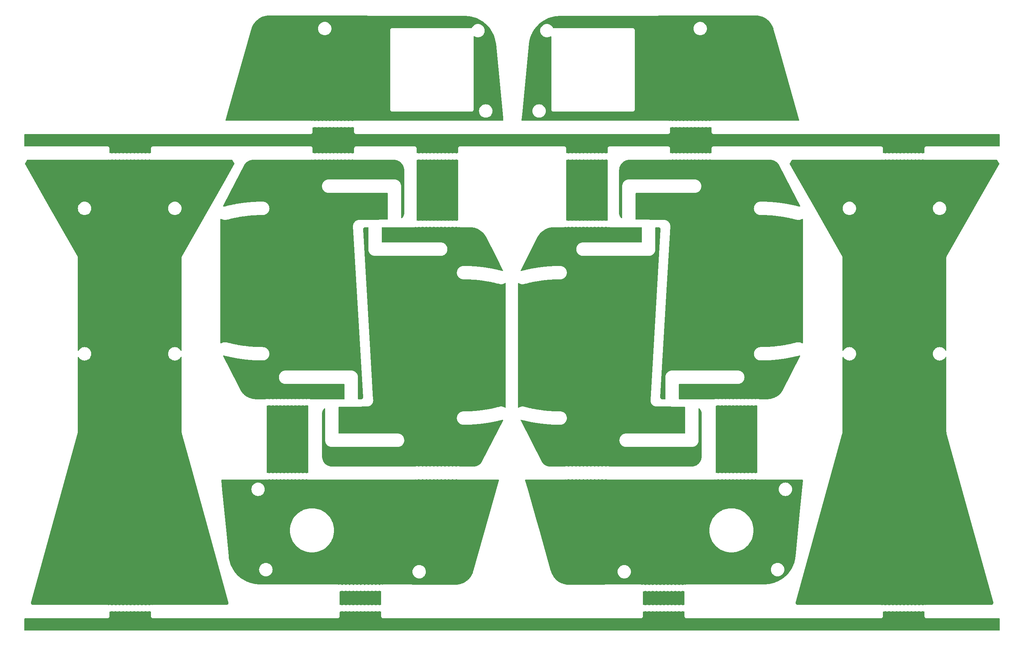
<source format=gbr>
%TF.GenerationSoftware,KiCad,Pcbnew,(6.0.1)*%
%TF.CreationDate,2022-02-27T14:43:08+09:00*%
%TF.ProjectId,ergotonic_f24_parts,6572676f-746f-46e6-9963-5f6632345f70,rev?*%
%TF.SameCoordinates,Original*%
%TF.FileFunction,Copper,L1,Top*%
%TF.FilePolarity,Positive*%
%FSLAX46Y46*%
G04 Gerber Fmt 4.6, Leading zero omitted, Abs format (unit mm)*
G04 Created by KiCad (PCBNEW (6.0.1)) date 2022-02-27 14:43:08*
%MOMM*%
%LPD*%
G01*
G04 APERTURE LIST*
G04 APERTURE END LIST*
%TA.AperFunction,NonConductor*%
G36*
X-57915090Y27735731D02*
G01*
X-11321283Y27629362D01*
X-11318304Y27629320D01*
X-10957122Y27619951D01*
X-10951166Y27619655D01*
X-10742141Y27604314D01*
X-10601838Y27594017D01*
X-10595927Y27593442D01*
X-10251143Y27551707D01*
X-10245317Y27550862D01*
X-9946818Y27500391D01*
X-9905507Y27493406D01*
X-9899713Y27492286D01*
X-9711763Y27451372D01*
X-9565219Y27419471D01*
X-9559520Y27418090D01*
X-9230700Y27330274D01*
X-9225116Y27328643D01*
X-8902340Y27226183D01*
X-8896844Y27224297D01*
X-8580580Y27107583D01*
X-8580529Y27107564D01*
X-8575146Y27105436D01*
X-8265612Y26974759D01*
X-8260359Y26972399D01*
X-7958037Y26828151D01*
X-7952919Y26825564D01*
X-7658210Y26668104D01*
X-7653236Y26665300D01*
X-7366486Y26494958D01*
X-7361701Y26491967D01*
X-7131364Y26340662D01*
X-7083392Y26309150D01*
X-7078720Y26305928D01*
X-6809196Y26110959D01*
X-6804683Y26107537D01*
X-6544420Y25900832D01*
X-6540070Y25897216D01*
X-6455473Y25823600D01*
X-6289628Y25679283D01*
X-6289394Y25679079D01*
X-6285215Y25675274D01*
X-6229807Y25622507D01*
X-6044609Y25446138D01*
X-6040601Y25442146D01*
X-5812993Y25205018D01*
X-5810421Y25202338D01*
X-5806600Y25198173D01*
X-5725630Y25105845D01*
X-5587297Y24948108D01*
X-5583652Y24943758D01*
X-5480625Y24815020D01*
X-5379981Y24689259D01*
X-5375587Y24683768D01*
X-5372137Y24679253D01*
X-5300501Y24580948D01*
X-5175711Y24409701D01*
X-5172453Y24405010D01*
X-4988117Y24126341D01*
X-4985063Y24121488D01*
X-4813155Y23833983D01*
X-4810313Y23828973D01*
X-4651242Y23533018D01*
X-4648620Y23527859D01*
X-4502802Y23223858D01*
X-4500408Y23218557D01*
X-4368199Y22906793D01*
X-4366043Y22901360D01*
X-4247853Y22582222D01*
X-4245941Y22576667D01*
X-4142147Y22250457D01*
X-4140491Y22244796D01*
X-4105152Y22112598D01*
X-4051494Y21911872D01*
X-4050099Y21906112D01*
X-3976297Y21566802D01*
X-3975170Y21560963D01*
X-3934280Y21318358D01*
X-3916943Y21215492D01*
X-3916095Y21209610D01*
X-3872981Y20850979D01*
X-3872975Y20850928D01*
X-3872657Y20847995D01*
X-2170004Y3165125D01*
X-2112710Y2570098D01*
X-2126091Y2500374D01*
X-2175044Y2448953D01*
X-2238129Y2432022D01*
X-37379057Y2432064D01*
X-37491283Y2432064D01*
X-37492053Y2432066D01*
X-37492995Y2432072D01*
X-37569646Y2432540D01*
X-37598051Y2424422D01*
X-37614809Y2420845D01*
X-37635150Y2417932D01*
X-37635151Y2417932D01*
X-37644038Y2416659D01*
X-37652210Y2412943D01*
X-37652211Y2412943D01*
X-37666969Y2406233D01*
X-37737259Y2396247D01*
X-37762212Y2402532D01*
X-37781060Y2409392D01*
X-37781063Y2409393D01*
X-37787685Y2411803D01*
X-37794679Y2412687D01*
X-37794681Y2412687D01*
X-37847702Y2419385D01*
X-37927769Y2429500D01*
X-38024610Y2429500D01*
X-38159255Y2414397D01*
X-38165908Y2412080D01*
X-38165909Y2412080D01*
X-38194424Y2402150D01*
X-38330552Y2354745D01*
X-38336524Y2351014D01*
X-38336529Y2351011D01*
X-38361447Y2335440D01*
X-38429816Y2316304D01*
X-38496473Y2336383D01*
X-38511315Y2345948D01*
X-38517238Y2349765D01*
X-38535703Y2356486D01*
X-38681066Y2409394D01*
X-38681067Y2409394D01*
X-38687685Y2411803D01*
X-38827769Y2429500D01*
X-38924610Y2429500D01*
X-39059255Y2414397D01*
X-39065908Y2412080D01*
X-39065909Y2412080D01*
X-39094424Y2402150D01*
X-39230552Y2354745D01*
X-39236524Y2351014D01*
X-39236529Y2351011D01*
X-39261447Y2335440D01*
X-39329816Y2316304D01*
X-39396473Y2336383D01*
X-39411315Y2345948D01*
X-39417238Y2349765D01*
X-39435703Y2356486D01*
X-39581066Y2409394D01*
X-39581067Y2409394D01*
X-39587685Y2411803D01*
X-39727769Y2429500D01*
X-39824610Y2429500D01*
X-39959255Y2414397D01*
X-39965908Y2412080D01*
X-39965909Y2412080D01*
X-39994424Y2402150D01*
X-40130552Y2354745D01*
X-40136524Y2351014D01*
X-40136529Y2351011D01*
X-40161447Y2335440D01*
X-40229816Y2316304D01*
X-40296473Y2336383D01*
X-40311315Y2345948D01*
X-40317238Y2349765D01*
X-40335703Y2356486D01*
X-40481066Y2409394D01*
X-40481067Y2409394D01*
X-40487685Y2411803D01*
X-40627769Y2429500D01*
X-40724610Y2429500D01*
X-40859255Y2414397D01*
X-40865908Y2412080D01*
X-40865909Y2412080D01*
X-40894424Y2402150D01*
X-41030552Y2354745D01*
X-41036524Y2351014D01*
X-41036529Y2351011D01*
X-41061447Y2335440D01*
X-41129816Y2316304D01*
X-41196473Y2336383D01*
X-41211315Y2345948D01*
X-41217238Y2349765D01*
X-41235703Y2356486D01*
X-41381066Y2409394D01*
X-41381067Y2409394D01*
X-41387685Y2411803D01*
X-41527769Y2429500D01*
X-41624610Y2429500D01*
X-41759255Y2414397D01*
X-41765908Y2412080D01*
X-41765909Y2412080D01*
X-41794424Y2402150D01*
X-41930552Y2354745D01*
X-41936524Y2351014D01*
X-41936529Y2351011D01*
X-41961447Y2335440D01*
X-42029816Y2316304D01*
X-42096473Y2336383D01*
X-42111315Y2345948D01*
X-42117238Y2349765D01*
X-42135703Y2356486D01*
X-42281066Y2409394D01*
X-42281067Y2409394D01*
X-42287685Y2411803D01*
X-42427769Y2429500D01*
X-42524610Y2429500D01*
X-42659255Y2414397D01*
X-42665908Y2412080D01*
X-42665909Y2412080D01*
X-42694424Y2402150D01*
X-42830552Y2354745D01*
X-42836524Y2351014D01*
X-42836529Y2351011D01*
X-42861447Y2335440D01*
X-42929816Y2316304D01*
X-42996473Y2336383D01*
X-43011315Y2345948D01*
X-43017238Y2349765D01*
X-43035703Y2356486D01*
X-43181066Y2409394D01*
X-43181067Y2409394D01*
X-43187685Y2411803D01*
X-43327769Y2429500D01*
X-43424610Y2429500D01*
X-43559255Y2414397D01*
X-43565908Y2412080D01*
X-43565909Y2412080D01*
X-43594424Y2402150D01*
X-43730552Y2354745D01*
X-43736524Y2351014D01*
X-43736529Y2351011D01*
X-43761447Y2335440D01*
X-43829816Y2316304D01*
X-43896473Y2336383D01*
X-43911315Y2345948D01*
X-43917238Y2349765D01*
X-43935703Y2356486D01*
X-44081066Y2409394D01*
X-44081067Y2409394D01*
X-44087685Y2411803D01*
X-44227769Y2429500D01*
X-44324610Y2429500D01*
X-44459255Y2414397D01*
X-44465908Y2412080D01*
X-44465909Y2412080D01*
X-44494424Y2402150D01*
X-44630552Y2354745D01*
X-44636524Y2351014D01*
X-44636529Y2351011D01*
X-44661447Y2335440D01*
X-44729816Y2316304D01*
X-44796473Y2336383D01*
X-44811315Y2345948D01*
X-44817238Y2349765D01*
X-44835703Y2356486D01*
X-44981066Y2409394D01*
X-44981067Y2409394D01*
X-44987685Y2411803D01*
X-45127769Y2429500D01*
X-45224610Y2429500D01*
X-45359255Y2414397D01*
X-45365908Y2412080D01*
X-45365909Y2412080D01*
X-45394424Y2402150D01*
X-45530552Y2354745D01*
X-45536524Y2351014D01*
X-45536529Y2351011D01*
X-45561447Y2335440D01*
X-45629816Y2316304D01*
X-45696473Y2336383D01*
X-45711315Y2345948D01*
X-45717238Y2349765D01*
X-45735703Y2356486D01*
X-45881066Y2409394D01*
X-45881067Y2409394D01*
X-45887685Y2411803D01*
X-46027769Y2429500D01*
X-46124610Y2429500D01*
X-46259255Y2414397D01*
X-46265908Y2412080D01*
X-46265909Y2412080D01*
X-46294424Y2402150D01*
X-46430552Y2354745D01*
X-46436524Y2351014D01*
X-46436529Y2351011D01*
X-46461447Y2335440D01*
X-46529816Y2316304D01*
X-46596473Y2336383D01*
X-46611315Y2345948D01*
X-46617238Y2349765D01*
X-46635703Y2356486D01*
X-46781066Y2409394D01*
X-46781067Y2409394D01*
X-46787685Y2411803D01*
X-46927769Y2429500D01*
X-47024610Y2429500D01*
X-47159255Y2414397D01*
X-47165908Y2412080D01*
X-47165909Y2412080D01*
X-47194424Y2402150D01*
X-47330552Y2354745D01*
X-47336524Y2351014D01*
X-47336529Y2351011D01*
X-47361447Y2335440D01*
X-47429816Y2316304D01*
X-47496473Y2336383D01*
X-47511315Y2345948D01*
X-47517238Y2349765D01*
X-47535703Y2356486D01*
X-47681066Y2409394D01*
X-47681067Y2409394D01*
X-47687685Y2411803D01*
X-47827769Y2429500D01*
X-47924610Y2429500D01*
X-48059255Y2414397D01*
X-48172199Y2375066D01*
X-48243107Y2371554D01*
X-48268514Y2382463D01*
X-48269037Y2381332D01*
X-48277184Y2385096D01*
X-48284717Y2389979D01*
X-48309281Y2397325D01*
X-48326726Y2403987D01*
X-48341812Y2411070D01*
X-48341813Y2411070D01*
X-48349938Y2414885D01*
X-48358808Y2416266D01*
X-48379117Y2419428D01*
X-48395834Y2423211D01*
X-48415527Y2429100D01*
X-48415529Y2429100D01*
X-48424131Y2431673D01*
X-48433105Y2431728D01*
X-48433106Y2431728D01*
X-48439981Y2431770D01*
X-48458545Y2431883D01*
X-48459317Y2431916D01*
X-48460412Y2432086D01*
X-48491293Y2432086D01*
X-48492063Y2432088D01*
X-48565706Y2432538D01*
X-48565707Y2432538D01*
X-48569642Y2432562D01*
X-48570986Y2432178D01*
X-48572331Y2432086D01*
X-48696008Y2432086D01*
X-68816094Y2432106D01*
X-68884215Y2452108D01*
X-68930708Y2505764D01*
X-68940811Y2576038D01*
X-68937336Y2592403D01*
X-68240919Y5054279D01*
X-29338567Y5054279D01*
X-29336101Y5045650D01*
X-29336100Y5045645D01*
X-29330452Y5025883D01*
X-29326874Y5009122D01*
X-29323961Y4988779D01*
X-29323958Y4988769D01*
X-29322686Y4979886D01*
X-29312070Y4956536D01*
X-29305627Y4939024D01*
X-29303965Y4933210D01*
X-29298579Y4914366D01*
X-29282817Y4889383D01*
X-29274687Y4874317D01*
X-29262458Y4847421D01*
X-29245717Y4827992D01*
X-29234612Y4812984D01*
X-29220931Y4791300D01*
X-29214203Y4785358D01*
X-29198795Y4771750D01*
X-29186751Y4759558D01*
X-29167472Y4737184D01*
X-29159944Y4732305D01*
X-29159941Y4732302D01*
X-29145952Y4723235D01*
X-29131078Y4711945D01*
X-29111863Y4694975D01*
X-29103737Y4691160D01*
X-29103736Y4691159D01*
X-29098070Y4688499D01*
X-29085125Y4682421D01*
X-29070156Y4674107D01*
X-29045364Y4658038D01*
X-29036764Y4655466D01*
X-29020801Y4650692D01*
X-29003355Y4644030D01*
X-28980143Y4633132D01*
X-28950961Y4628588D01*
X-28934242Y4624805D01*
X-28914555Y4618917D01*
X-28914552Y4618916D01*
X-28905950Y4616344D01*
X-28896975Y4616289D01*
X-28896974Y4616289D01*
X-28890281Y4616248D01*
X-28871535Y4616134D01*
X-28870763Y4616101D01*
X-28869668Y4615931D01*
X-28838790Y4615931D01*
X-28838020Y4615929D01*
X-28764375Y4615479D01*
X-28764374Y4615479D01*
X-28760439Y4615455D01*
X-28759095Y4615839D01*
X-28757750Y4615931D01*
X-15516984Y4615923D01*
X-9788798Y4615920D01*
X-9788027Y4615918D01*
X-9710439Y4615444D01*
X-9701810Y4617910D01*
X-9701805Y4617911D01*
X-9682043Y4623559D01*
X-9665282Y4627137D01*
X-9644939Y4630050D01*
X-9644929Y4630053D01*
X-9636046Y4631325D01*
X-9612694Y4641942D01*
X-9595184Y4648384D01*
X-9579154Y4652966D01*
X-9570526Y4655432D01*
X-9545543Y4671194D01*
X-9530477Y4679324D01*
X-9503581Y4691553D01*
X-9484152Y4708294D01*
X-9469144Y4719399D01*
X-9455052Y4728290D01*
X-9447460Y4733080D01*
X-9427909Y4755217D01*
X-9424457Y4758627D01*
X-7943903Y4758627D01*
X-7924045Y4506303D01*
X-7922891Y4501496D01*
X-7922890Y4501490D01*
X-7885388Y4345282D01*
X-7864959Y4260191D01*
X-7863066Y4255620D01*
X-7863065Y4255618D01*
X-7826203Y4166627D01*
X-7768100Y4026353D01*
X-7635853Y3810546D01*
X-7471474Y3618084D01*
X-7279012Y3453705D01*
X-7063205Y3321458D01*
X-7058635Y3319565D01*
X-7058631Y3319563D01*
X-6834024Y3226528D01*
X-6829367Y3224599D01*
X-6744276Y3204170D01*
X-6588068Y3166668D01*
X-6588062Y3166667D01*
X-6583255Y3165513D01*
X-6330931Y3145655D01*
X-6078607Y3165513D01*
X-6073800Y3166667D01*
X-6073794Y3166668D01*
X-5917586Y3204170D01*
X-5832495Y3224599D01*
X-5827838Y3226528D01*
X-5603231Y3319563D01*
X-5603227Y3319565D01*
X-5598657Y3321458D01*
X-5382850Y3453705D01*
X-5190388Y3618084D01*
X-5026009Y3810546D01*
X-4893762Y4026353D01*
X-4835658Y4166627D01*
X-4798797Y4255618D01*
X-4798796Y4255620D01*
X-4796903Y4260191D01*
X-4776474Y4345282D01*
X-4738972Y4501490D01*
X-4738971Y4501496D01*
X-4737817Y4506303D01*
X-4717959Y4758627D01*
X-4737817Y5010951D01*
X-4738980Y5015799D01*
X-4780715Y5189636D01*
X-4796903Y5257063D01*
X-4798797Y5261636D01*
X-4891867Y5486327D01*
X-4891869Y5486331D01*
X-4893762Y5490901D01*
X-5026009Y5706708D01*
X-5190388Y5899170D01*
X-5382850Y6063549D01*
X-5598657Y6195796D01*
X-5603227Y6197689D01*
X-5603231Y6197691D01*
X-5827922Y6290761D01*
X-5827924Y6290762D01*
X-5832495Y6292655D01*
X-5917586Y6313084D01*
X-6073794Y6350586D01*
X-6073800Y6350587D01*
X-6078607Y6351741D01*
X-6330931Y6371599D01*
X-6583255Y6351741D01*
X-6588062Y6350587D01*
X-6588068Y6350586D01*
X-6744276Y6313084D01*
X-6829367Y6292655D01*
X-6833938Y6290762D01*
X-6833940Y6290761D01*
X-7058631Y6197691D01*
X-7058635Y6197689D01*
X-7063205Y6195796D01*
X-7279012Y6063549D01*
X-7471474Y5899170D01*
X-7635853Y5706708D01*
X-7768100Y5490901D01*
X-7769993Y5486331D01*
X-7769995Y5486327D01*
X-7863065Y5261636D01*
X-7864959Y5257063D01*
X-7881147Y5189636D01*
X-7922881Y5015799D01*
X-7924045Y5010951D01*
X-7943903Y4758627D01*
X-9424457Y4758627D01*
X-9415717Y4767261D01*
X-9400142Y4780681D01*
X-9400141Y4780683D01*
X-9393344Y4786539D01*
X-9388465Y4794067D01*
X-9388462Y4794070D01*
X-9379395Y4808059D01*
X-9368105Y4822933D01*
X-9357079Y4835418D01*
X-9351135Y4842148D01*
X-9338581Y4868886D01*
X-9330267Y4883855D01*
X-9314198Y4908647D01*
X-9306850Y4933215D01*
X-9300190Y4950656D01*
X-9293108Y4965741D01*
X-9289292Y4973868D01*
X-9284748Y5003053D01*
X-9280965Y5019769D01*
X-9275077Y5039456D01*
X-9275076Y5039461D01*
X-9272504Y5048061D01*
X-9272294Y5082476D01*
X-9272261Y5083248D01*
X-9272091Y5084343D01*
X-9272091Y5115228D01*
X-9272089Y5115991D01*
X-9271639Y5189636D01*
X-9271639Y5189641D01*
X-9271615Y5193572D01*
X-9271999Y5194916D01*
X-9272091Y5196261D01*
X-9272081Y22627816D01*
X-9252079Y22695937D01*
X-9198423Y22742430D01*
X-9128149Y22752533D01*
X-9080246Y22735249D01*
X-8941335Y22650124D01*
X-8936765Y22648231D01*
X-8936761Y22648229D01*
X-8712070Y22555159D01*
X-8707497Y22553265D01*
X-8623366Y22533067D01*
X-8466198Y22495334D01*
X-8466192Y22495333D01*
X-8461385Y22494179D01*
X-8209061Y22474321D01*
X-7956737Y22494179D01*
X-7951930Y22495333D01*
X-7951924Y22495334D01*
X-7794756Y22533067D01*
X-7710625Y22553265D01*
X-7706052Y22555159D01*
X-7481361Y22648229D01*
X-7481357Y22648231D01*
X-7476787Y22650124D01*
X-7260980Y22782371D01*
X-7068518Y22946750D01*
X-6904139Y23139212D01*
X-6771892Y23355019D01*
X-6769984Y23359624D01*
X-6676927Y23584284D01*
X-6676926Y23584286D01*
X-6675033Y23588857D01*
X-6654290Y23675259D01*
X-6617102Y23830156D01*
X-6617101Y23830162D01*
X-6615947Y23834969D01*
X-6596089Y24087293D01*
X-6615947Y24339617D01*
X-6617109Y24344461D01*
X-6661795Y24530590D01*
X-6675033Y24585729D01*
X-6680000Y24597720D01*
X-6769997Y24814993D01*
X-6769999Y24814997D01*
X-6771892Y24819567D01*
X-6904139Y25035374D01*
X-7068518Y25227836D01*
X-7260980Y25392215D01*
X-7476787Y25524462D01*
X-7481357Y25526355D01*
X-7481361Y25526357D01*
X-7706052Y25619427D01*
X-7706054Y25619428D01*
X-7710625Y25621321D01*
X-7800238Y25642835D01*
X-7951924Y25679252D01*
X-7951930Y25679253D01*
X-7956737Y25680407D01*
X-8209061Y25700265D01*
X-8461385Y25680407D01*
X-8466192Y25679253D01*
X-8466198Y25679252D01*
X-8617884Y25642835D01*
X-8707497Y25621321D01*
X-8712068Y25619428D01*
X-8712070Y25619427D01*
X-8936761Y25526357D01*
X-8936765Y25526355D01*
X-8941335Y25524462D01*
X-9157142Y25392215D01*
X-9349604Y25227836D01*
X-9513983Y25035374D01*
X-9646230Y24819567D01*
X-9648123Y24814997D01*
X-9648125Y24814993D01*
X-9670986Y24759800D01*
X-9715534Y24704519D01*
X-9788164Y24682020D01*
X-9845796Y24682372D01*
X-9845797Y24682372D01*
X-9849732Y24682396D01*
X-9851076Y24682012D01*
X-9852421Y24681920D01*
X-23093177Y24681928D01*
X-28821373Y24681931D01*
X-28822143Y24681933D01*
X-28823029Y24681938D01*
X-28899732Y24682407D01*
X-28908361Y24679941D01*
X-28908366Y24679940D01*
X-28928128Y24674292D01*
X-28944889Y24670714D01*
X-28965232Y24667801D01*
X-28965242Y24667798D01*
X-28974125Y24666526D01*
X-28997475Y24655910D01*
X-29014987Y24649467D01*
X-29021690Y24647551D01*
X-29039645Y24642419D01*
X-29064628Y24626657D01*
X-29079694Y24618527D01*
X-29106590Y24606298D01*
X-29126019Y24589557D01*
X-29141027Y24578452D01*
X-29162711Y24564771D01*
X-29168653Y24558043D01*
X-29182261Y24542635D01*
X-29194453Y24530591D01*
X-29216827Y24511312D01*
X-29221706Y24503784D01*
X-29221709Y24503781D01*
X-29230776Y24489792D01*
X-29242066Y24474918D01*
X-29259036Y24455703D01*
X-29271590Y24428965D01*
X-29279904Y24413996D01*
X-29295973Y24389204D01*
X-29298545Y24380604D01*
X-29303319Y24364641D01*
X-29309981Y24347195D01*
X-29320879Y24323983D01*
X-29325113Y24296790D01*
X-29325422Y24294803D01*
X-29329206Y24278082D01*
X-29335094Y24258395D01*
X-29335095Y24258392D01*
X-29337667Y24249790D01*
X-29337722Y24240815D01*
X-29337722Y24240814D01*
X-29337877Y24215385D01*
X-29337910Y24214603D01*
X-29338080Y24213508D01*
X-29338080Y24182630D01*
X-29338082Y24181860D01*
X-29338556Y24104279D01*
X-29338172Y24102935D01*
X-29338080Y24101590D01*
X-29338091Y5132638D01*
X-29338093Y5131891D01*
X-29338567Y5054279D01*
X-68240919Y5054279D01*
X-62751061Y24461269D01*
X-62750323Y24463778D01*
X-62710909Y24592823D01*
X-46701347Y24592823D01*
X-46681489Y24340499D01*
X-46680335Y24335692D01*
X-46680334Y24335686D01*
X-46661778Y24258395D01*
X-46622403Y24094387D01*
X-46620510Y24089816D01*
X-46620509Y24089814D01*
X-46555998Y23934072D01*
X-46525544Y23860549D01*
X-46393297Y23644742D01*
X-46228918Y23452280D01*
X-46036456Y23287901D01*
X-45820649Y23155654D01*
X-45816079Y23153761D01*
X-45816075Y23153759D01*
X-45771880Y23135453D01*
X-45586811Y23058795D01*
X-45501720Y23038366D01*
X-45345512Y23000864D01*
X-45345506Y23000863D01*
X-45340699Y22999709D01*
X-45088375Y22979851D01*
X-44836051Y22999709D01*
X-44831244Y23000863D01*
X-44831238Y23000864D01*
X-44675030Y23038366D01*
X-44589939Y23058795D01*
X-44404870Y23135453D01*
X-44360675Y23153759D01*
X-44360671Y23153761D01*
X-44356101Y23155654D01*
X-44140294Y23287901D01*
X-43947832Y23452280D01*
X-43783453Y23644742D01*
X-43651206Y23860549D01*
X-43620751Y23934072D01*
X-43556241Y24089814D01*
X-43556240Y24089816D01*
X-43554347Y24094387D01*
X-43514972Y24258395D01*
X-43496416Y24335686D01*
X-43496415Y24335692D01*
X-43495261Y24340499D01*
X-43475403Y24592823D01*
X-43495261Y24845147D01*
X-43505738Y24888790D01*
X-43553192Y25086447D01*
X-43554347Y25091259D01*
X-43575835Y25143135D01*
X-43649311Y25320523D01*
X-43649313Y25320527D01*
X-43651206Y25325097D01*
X-43783453Y25540904D01*
X-43947832Y25733366D01*
X-44140294Y25897745D01*
X-44356101Y26029992D01*
X-44360671Y26031885D01*
X-44360675Y26031887D01*
X-44585366Y26124957D01*
X-44585368Y26124958D01*
X-44589939Y26126851D01*
X-44675030Y26147280D01*
X-44831238Y26184782D01*
X-44831244Y26184783D01*
X-44836051Y26185937D01*
X-45088375Y26205795D01*
X-45340699Y26185937D01*
X-45345506Y26184783D01*
X-45345512Y26184782D01*
X-45501720Y26147280D01*
X-45586811Y26126851D01*
X-45591382Y26124958D01*
X-45591384Y26124957D01*
X-45816075Y26031887D01*
X-45816079Y26031885D01*
X-45820649Y26029992D01*
X-46036456Y25897745D01*
X-46228918Y25733366D01*
X-46393297Y25540904D01*
X-46525544Y25325097D01*
X-46527437Y25320527D01*
X-46527439Y25320523D01*
X-46600915Y25143135D01*
X-46622403Y25091259D01*
X-46623558Y25086447D01*
X-46671011Y24888790D01*
X-46681489Y24845147D01*
X-46701347Y24592823D01*
X-62710909Y24592823D01*
X-62694937Y24645115D01*
X-62693307Y24650081D01*
X-62633749Y24819567D01*
X-62633091Y24821442D01*
X-62631262Y24826322D01*
X-62625737Y24840180D01*
X-62579300Y24956676D01*
X-62564455Y24993916D01*
X-62562432Y24998701D01*
X-62511509Y25112564D01*
X-62489197Y25162452D01*
X-62487003Y25167100D01*
X-62407531Y25326842D01*
X-62405145Y25331401D01*
X-62392101Y25355131D01*
X-62319589Y25487055D01*
X-62317023Y25491506D01*
X-62297117Y25524462D01*
X-62225546Y25642954D01*
X-62222847Y25647223D01*
X-62125615Y25794352D01*
X-62122754Y25798498D01*
X-62019950Y25941157D01*
X-62016897Y25945218D01*
X-61951959Y26028073D01*
X-61908679Y26083293D01*
X-61905483Y26087206D01*
X-61885252Y26110985D01*
X-61822497Y26184749D01*
X-61792085Y26220495D01*
X-61788754Y26224256D01*
X-61670207Y26352787D01*
X-61666769Y26356368D01*
X-61575062Y26448153D01*
X-61543375Y26479866D01*
X-61539754Y26483349D01*
X-61530449Y26491947D01*
X-61411677Y26601697D01*
X-61407942Y26605012D01*
X-61339998Y26662953D01*
X-61275304Y26718123D01*
X-61271463Y26721268D01*
X-61134462Y26828987D01*
X-61130461Y26832006D01*
X-60989323Y26934163D01*
X-60985204Y26937021D01*
X-60840057Y27033520D01*
X-60835823Y27036215D01*
X-60686877Y27126900D01*
X-60682534Y27129427D01*
X-60616742Y27165971D01*
X-60529915Y27214199D01*
X-60525498Y27216538D01*
X-60369452Y27295224D01*
X-60364906Y27297404D01*
X-60205552Y27369906D01*
X-60200937Y27371894D01*
X-60038450Y27438076D01*
X-60033753Y27439880D01*
X-59868377Y27499587D01*
X-59863568Y27501215D01*
X-59695426Y27554337D01*
X-59690516Y27555779D01*
X-59519846Y27602169D01*
X-59514862Y27603416D01*
X-59341683Y27642983D01*
X-59336633Y27644028D01*
X-59205007Y27668482D01*
X-59161239Y27676613D01*
X-59156148Y27677452D01*
X-58978581Y27702944D01*
X-58973503Y27703567D01*
X-58793933Y27721829D01*
X-58788772Y27722245D01*
X-58674477Y27729109D01*
X-58607489Y27733131D01*
X-58602273Y27733337D01*
X-58412624Y27736840D01*
X-58410009Y27736861D01*
X-57915090Y27735731D01*
G37*
%TD.AperFunction*%
%TA.AperFunction,NonConductor*%
G36*
X58576210Y27736796D02*
G01*
X58765772Y27733292D01*
X58770996Y27733087D01*
X58952302Y27722199D01*
X58957498Y27721779D01*
X59061045Y27711248D01*
X59136988Y27703524D01*
X59142120Y27702896D01*
X59319325Y27677453D01*
X59319673Y27677403D01*
X59324782Y27676562D01*
X59500184Y27643974D01*
X59505234Y27642928D01*
X59678361Y27603371D01*
X59683345Y27602125D01*
X59854063Y27555721D01*
X59858972Y27554279D01*
X60027106Y27501158D01*
X60031935Y27499524D01*
X60197257Y27439835D01*
X60201999Y27438014D01*
X60364441Y27371849D01*
X60369062Y27369859D01*
X60528463Y27297336D01*
X60532992Y27295164D01*
X60689002Y27216494D01*
X60693452Y27214138D01*
X60846055Y27129375D01*
X60850384Y27126857D01*
X60993483Y27039731D01*
X60999345Y27036162D01*
X61003578Y27033467D01*
X61148740Y26936958D01*
X61152859Y26934100D01*
X61293990Y26831948D01*
X61297991Y26828929D01*
X61434980Y26721220D01*
X61438846Y26718054D01*
X61571464Y26604960D01*
X61575193Y26601649D01*
X61703219Y26483349D01*
X61703294Y26483280D01*
X61706904Y26479809D01*
X61830289Y26356320D01*
X61833765Y26352699D01*
X61952270Y26224210D01*
X61955616Y26220433D01*
X62069036Y26087120D01*
X62072230Y26083211D01*
X62180438Y25945146D01*
X62183466Y25941118D01*
X62243666Y25857580D01*
X62286264Y25798468D01*
X62289160Y25794273D01*
X62386327Y25647244D01*
X62386381Y25647162D01*
X62389085Y25642884D01*
X62480560Y25491435D01*
X62483111Y25487010D01*
X62568691Y25331316D01*
X62571082Y25326745D01*
X62650527Y25167057D01*
X62652738Y25162375D01*
X62725961Y24998649D01*
X62727984Y24993864D01*
X62753596Y24929612D01*
X62789233Y24840213D01*
X62794785Y24826284D01*
X62796602Y24821438D01*
X62856132Y24652038D01*
X62856840Y24650022D01*
X62858466Y24645069D01*
X62913838Y24463778D01*
X62913870Y24463673D01*
X62914600Y24461188D01*
X63915623Y20922483D01*
X69100828Y2592319D01*
X69100124Y2521326D01*
X69061149Y2461983D01*
X68996279Y2433133D01*
X68979589Y2432022D01*
X48562993Y2432043D01*
X48508700Y2432043D01*
X48507930Y2432045D01*
X48506994Y2432051D01*
X48430338Y2432519D01*
X48401933Y2424401D01*
X48385175Y2420824D01*
X48364833Y2417911D01*
X48364831Y2417910D01*
X48355946Y2416638D01*
X48347776Y2412923D01*
X48347775Y2412923D01*
X48333045Y2406226D01*
X48262754Y2396241D01*
X48237802Y2402527D01*
X48218937Y2409393D01*
X48218935Y2409394D01*
X48212315Y2411803D01*
X48072231Y2429500D01*
X47975390Y2429500D01*
X47840745Y2414397D01*
X47834092Y2412080D01*
X47834091Y2412080D01*
X47805576Y2402150D01*
X47669448Y2354745D01*
X47663476Y2351014D01*
X47663471Y2351011D01*
X47638553Y2335440D01*
X47570184Y2316304D01*
X47503527Y2336383D01*
X47488685Y2345948D01*
X47482762Y2349765D01*
X47464297Y2356486D01*
X47318934Y2409394D01*
X47318933Y2409394D01*
X47312315Y2411803D01*
X47172231Y2429500D01*
X47075390Y2429500D01*
X46940745Y2414397D01*
X46934092Y2412080D01*
X46934091Y2412080D01*
X46905576Y2402150D01*
X46769448Y2354745D01*
X46763476Y2351014D01*
X46763471Y2351011D01*
X46738553Y2335440D01*
X46670184Y2316304D01*
X46603527Y2336383D01*
X46588685Y2345948D01*
X46582762Y2349765D01*
X46564297Y2356486D01*
X46418934Y2409394D01*
X46418933Y2409394D01*
X46412315Y2411803D01*
X46272231Y2429500D01*
X46175390Y2429500D01*
X46040745Y2414397D01*
X46034092Y2412080D01*
X46034091Y2412080D01*
X46005576Y2402150D01*
X45869448Y2354745D01*
X45863476Y2351014D01*
X45863471Y2351011D01*
X45838553Y2335440D01*
X45770184Y2316304D01*
X45703527Y2336383D01*
X45688685Y2345948D01*
X45682762Y2349765D01*
X45664297Y2356486D01*
X45518934Y2409394D01*
X45518933Y2409394D01*
X45512315Y2411803D01*
X45372231Y2429500D01*
X45275390Y2429500D01*
X45140745Y2414397D01*
X45134092Y2412080D01*
X45134091Y2412080D01*
X45105576Y2402150D01*
X44969448Y2354745D01*
X44963476Y2351014D01*
X44963471Y2351011D01*
X44938553Y2335440D01*
X44870184Y2316304D01*
X44803527Y2336383D01*
X44788685Y2345948D01*
X44782762Y2349765D01*
X44764297Y2356486D01*
X44618934Y2409394D01*
X44618933Y2409394D01*
X44612315Y2411803D01*
X44472231Y2429500D01*
X44375390Y2429500D01*
X44240745Y2414397D01*
X44234092Y2412080D01*
X44234091Y2412080D01*
X44205576Y2402150D01*
X44069448Y2354745D01*
X44063476Y2351014D01*
X44063471Y2351011D01*
X44038553Y2335440D01*
X43970184Y2316304D01*
X43903527Y2336383D01*
X43888685Y2345948D01*
X43882762Y2349765D01*
X43864297Y2356486D01*
X43718934Y2409394D01*
X43718933Y2409394D01*
X43712315Y2411803D01*
X43572231Y2429500D01*
X43475390Y2429500D01*
X43340745Y2414397D01*
X43334092Y2412080D01*
X43334091Y2412080D01*
X43305576Y2402150D01*
X43169448Y2354745D01*
X43163476Y2351014D01*
X43163471Y2351011D01*
X43138553Y2335440D01*
X43070184Y2316304D01*
X43003527Y2336383D01*
X42988685Y2345948D01*
X42982762Y2349765D01*
X42964297Y2356486D01*
X42818934Y2409394D01*
X42818933Y2409394D01*
X42812315Y2411803D01*
X42672231Y2429500D01*
X42575390Y2429500D01*
X42440745Y2414397D01*
X42434092Y2412080D01*
X42434091Y2412080D01*
X42405576Y2402150D01*
X42269448Y2354745D01*
X42263476Y2351014D01*
X42263471Y2351011D01*
X42238553Y2335440D01*
X42170184Y2316304D01*
X42103527Y2336383D01*
X42088685Y2345948D01*
X42082762Y2349765D01*
X42064297Y2356486D01*
X41918934Y2409394D01*
X41918933Y2409394D01*
X41912315Y2411803D01*
X41772231Y2429500D01*
X41675390Y2429500D01*
X41540745Y2414397D01*
X41534092Y2412080D01*
X41534091Y2412080D01*
X41505576Y2402150D01*
X41369448Y2354745D01*
X41363476Y2351014D01*
X41363471Y2351011D01*
X41338553Y2335440D01*
X41270184Y2316304D01*
X41203527Y2336383D01*
X41188685Y2345948D01*
X41182762Y2349765D01*
X41164297Y2356486D01*
X41018934Y2409394D01*
X41018933Y2409394D01*
X41012315Y2411803D01*
X40872231Y2429500D01*
X40775390Y2429500D01*
X40640745Y2414397D01*
X40634092Y2412080D01*
X40634091Y2412080D01*
X40605576Y2402150D01*
X40469448Y2354745D01*
X40463476Y2351014D01*
X40463471Y2351011D01*
X40438553Y2335440D01*
X40370184Y2316304D01*
X40303527Y2336383D01*
X40288685Y2345948D01*
X40282762Y2349765D01*
X40264297Y2356486D01*
X40118934Y2409394D01*
X40118933Y2409394D01*
X40112315Y2411803D01*
X39972231Y2429500D01*
X39875390Y2429500D01*
X39740745Y2414397D01*
X39734092Y2412080D01*
X39734091Y2412080D01*
X39705576Y2402150D01*
X39569448Y2354745D01*
X39563476Y2351014D01*
X39563471Y2351011D01*
X39538553Y2335440D01*
X39470184Y2316304D01*
X39403527Y2336383D01*
X39388685Y2345948D01*
X39382762Y2349765D01*
X39364297Y2356486D01*
X39218934Y2409394D01*
X39218933Y2409394D01*
X39212315Y2411803D01*
X39072231Y2429500D01*
X38975390Y2429500D01*
X38840745Y2414397D01*
X38834092Y2412080D01*
X38834091Y2412080D01*
X38805576Y2402150D01*
X38669448Y2354745D01*
X38663476Y2351014D01*
X38663471Y2351011D01*
X38638553Y2335440D01*
X38570184Y2316304D01*
X38503527Y2336383D01*
X38488685Y2345948D01*
X38482762Y2349765D01*
X38464297Y2356486D01*
X38318934Y2409394D01*
X38318933Y2409394D01*
X38312315Y2411803D01*
X38172231Y2429500D01*
X38075390Y2429500D01*
X37940745Y2414397D01*
X37934092Y2412080D01*
X37934091Y2412080D01*
X37827750Y2375048D01*
X37756841Y2371534D01*
X37731473Y2382427D01*
X37730947Y2381289D01*
X37722800Y2385053D01*
X37715267Y2389936D01*
X37690703Y2397282D01*
X37673258Y2403944D01*
X37668397Y2406226D01*
X37650046Y2414842D01*
X37620864Y2419386D01*
X37604145Y2423169D01*
X37584458Y2429057D01*
X37584455Y2429058D01*
X37575853Y2431630D01*
X37566878Y2431685D01*
X37566877Y2431685D01*
X37560184Y2431726D01*
X37541438Y2431840D01*
X37540666Y2431873D01*
X37539571Y2432043D01*
X37508693Y2432043D01*
X37507923Y2432045D01*
X37434278Y2432495D01*
X37434277Y2432495D01*
X37430342Y2432519D01*
X37428998Y2432135D01*
X37427653Y2432043D01*
X37170984Y2432043D01*
X2401623Y2432064D01*
X2333502Y2452066D01*
X2287009Y2505722D01*
X2276203Y2570141D01*
X2331661Y3146078D01*
X2486937Y4758662D01*
X4881451Y4758662D01*
X4901309Y4506338D01*
X4902463Y4501531D01*
X4902464Y4501525D01*
X4911803Y4462627D01*
X4960395Y4260226D01*
X4962288Y4255655D01*
X4962289Y4255653D01*
X4999151Y4166662D01*
X5057254Y4026388D01*
X5189501Y3810581D01*
X5353880Y3618119D01*
X5546342Y3453740D01*
X5762149Y3321493D01*
X5766719Y3319600D01*
X5766723Y3319598D01*
X5991414Y3226528D01*
X5995987Y3224634D01*
X6081078Y3204205D01*
X6237286Y3166703D01*
X6237292Y3166702D01*
X6242099Y3165548D01*
X6494423Y3145690D01*
X6746747Y3165548D01*
X6751554Y3166702D01*
X6751560Y3166703D01*
X6907768Y3204205D01*
X6992859Y3224634D01*
X6997432Y3226528D01*
X7222123Y3319598D01*
X7222127Y3319600D01*
X7226697Y3321493D01*
X7442504Y3453740D01*
X7634966Y3618119D01*
X7799345Y3810581D01*
X7931592Y4026388D01*
X7989696Y4166662D01*
X8026557Y4255653D01*
X8026558Y4255655D01*
X8028451Y4260226D01*
X8077043Y4462627D01*
X8086382Y4501525D01*
X8086383Y4501531D01*
X8087537Y4506338D01*
X8107395Y4758662D01*
X8087537Y5010986D01*
X8085940Y5017641D01*
X8043055Y5196266D01*
X8028451Y5257098D01*
X8022548Y5271349D01*
X7933487Y5486362D01*
X7933485Y5486366D01*
X7931592Y5490936D01*
X7799345Y5706743D01*
X7634966Y5899205D01*
X7442504Y6063584D01*
X7226697Y6195831D01*
X7222127Y6197724D01*
X7222123Y6197726D01*
X6997432Y6290796D01*
X6997430Y6290797D01*
X6992859Y6292690D01*
X6907768Y6313119D01*
X6751560Y6350621D01*
X6751554Y6350622D01*
X6746747Y6351776D01*
X6494423Y6371634D01*
X6242099Y6351776D01*
X6237292Y6350622D01*
X6237286Y6350621D01*
X6081078Y6313119D01*
X5995987Y6292690D01*
X5991416Y6290797D01*
X5991414Y6290796D01*
X5766723Y6197726D01*
X5766719Y6197724D01*
X5762149Y6195831D01*
X5546342Y6063584D01*
X5353880Y5899205D01*
X5189501Y5706743D01*
X5057254Y5490936D01*
X5055361Y5486366D01*
X5055359Y5486362D01*
X4966298Y5271349D01*
X4960395Y5257098D01*
X4945791Y5196266D01*
X4902907Y5017641D01*
X4901309Y5010986D01*
X4881451Y4758662D01*
X2486937Y4758662D01*
X4036188Y20848017D01*
X4036509Y20850979D01*
X4079627Y21209643D01*
X4080478Y21215545D01*
X4099862Y21330549D01*
X4111037Y21396853D01*
X4138702Y21560995D01*
X4139829Y21566834D01*
X4213634Y21906149D01*
X4215029Y21911908D01*
X4267868Y22109573D01*
X4304023Y22244827D01*
X4305679Y22250484D01*
X4409480Y22576711D01*
X4411391Y22582266D01*
X4521854Y22880539D01*
X4529576Y22901391D01*
X4531732Y22906821D01*
X4663943Y23218588D01*
X4666336Y23223889D01*
X4775871Y23452247D01*
X4812165Y23527912D01*
X4814759Y23533018D01*
X4973857Y23829024D01*
X4976693Y23834020D01*
X5128153Y24087324D01*
X6759615Y24087324D01*
X6779473Y23835000D01*
X6780627Y23830193D01*
X6780628Y23830187D01*
X6789966Y23791293D01*
X6838559Y23588888D01*
X6840452Y23584317D01*
X6840453Y23584315D01*
X6896473Y23449072D01*
X6935418Y23355050D01*
X7067665Y23139243D01*
X7232044Y22946781D01*
X7424506Y22782402D01*
X7640313Y22650155D01*
X7644883Y22648262D01*
X7644887Y22648260D01*
X7869578Y22555190D01*
X7874151Y22553296D01*
X7958411Y22533067D01*
X8115450Y22495365D01*
X8115456Y22495364D01*
X8120263Y22494210D01*
X8372587Y22474352D01*
X8624911Y22494210D01*
X8629718Y22495364D01*
X8629724Y22495365D01*
X8786763Y22533067D01*
X8871023Y22553296D01*
X8875596Y22555190D01*
X9100287Y22648260D01*
X9100291Y22648262D01*
X9104861Y22650155D01*
X9239007Y22732360D01*
X9243769Y22735278D01*
X9312303Y22753816D01*
X9379979Y22732360D01*
X9425312Y22677720D01*
X9435604Y22627846D01*
X9435602Y21215545D01*
X9435584Y5132661D01*
X9435582Y5131891D01*
X9435108Y5054298D01*
X9437574Y5045669D01*
X9437575Y5045664D01*
X9443223Y5025902D01*
X9446801Y5009141D01*
X9449714Y4988798D01*
X9449717Y4988788D01*
X9450989Y4979905D01*
X9457427Y4965746D01*
X9461601Y4956566D01*
X9468049Y4939040D01*
X9472629Y4923016D01*
X9475096Y4914385D01*
X9479882Y4906799D01*
X9479885Y4906793D01*
X9490855Y4889407D01*
X9498992Y4874326D01*
X9501468Y4868882D01*
X9511217Y4847439D01*
X9517074Y4840641D01*
X9517075Y4840640D01*
X9527953Y4828016D01*
X9539062Y4813002D01*
X9552744Y4791318D01*
X9559473Y4785375D01*
X9574881Y4771767D01*
X9586925Y4759575D01*
X9606203Y4737202D01*
X9627721Y4723255D01*
X9642590Y4711968D01*
X9661811Y4694993D01*
X9669934Y4691179D01*
X9669939Y4691176D01*
X9688546Y4682440D01*
X9703528Y4674119D01*
X9728310Y4658056D01*
X9736912Y4655483D01*
X9736913Y4655483D01*
X9752873Y4650710D01*
X9770319Y4644048D01*
X9793531Y4633150D01*
X9822713Y4628606D01*
X9839432Y4624823D01*
X9859119Y4618935D01*
X9859122Y4618934D01*
X9867724Y4616362D01*
X9876699Y4616307D01*
X9876700Y4616307D01*
X9883393Y4616266D01*
X9902139Y4616152D01*
X9902911Y4616119D01*
X9904006Y4615949D01*
X9934887Y4615949D01*
X9935657Y4615947D01*
X10009299Y4615497D01*
X10009300Y4615497D01*
X10013235Y4615473D01*
X10014579Y4615857D01*
X10015924Y4615949D01*
X23256690Y4615933D01*
X28984872Y4615926D01*
X28985643Y4615924D01*
X29063235Y4615450D01*
X29071864Y4617916D01*
X29071869Y4617917D01*
X29091631Y4623565D01*
X29108392Y4627143D01*
X29128735Y4630056D01*
X29128745Y4630059D01*
X29137628Y4631331D01*
X29160978Y4641947D01*
X29178490Y4648390D01*
X29194518Y4652971D01*
X29194520Y4652972D01*
X29203148Y4655438D01*
X29228132Y4671201D01*
X29243210Y4679336D01*
X29261922Y4687844D01*
X29261921Y4687844D01*
X29270093Y4691559D01*
X29280975Y4700935D01*
X29289516Y4708294D01*
X29304522Y4719398D01*
X29318621Y4728294D01*
X29318623Y4728296D01*
X29326215Y4733086D01*
X29345766Y4755223D01*
X29357959Y4767268D01*
X29380331Y4786545D01*
X29394280Y4808066D01*
X29405566Y4822934D01*
X29416596Y4835424D01*
X29422540Y4842154D01*
X29435090Y4868884D01*
X29443410Y4883862D01*
X29454593Y4901116D01*
X29454594Y4901119D01*
X29459477Y4908652D01*
X29466822Y4933210D01*
X29466823Y4933215D01*
X29473486Y4950664D01*
X29484383Y4973873D01*
X29488927Y5003055D01*
X29492710Y5019774D01*
X29498598Y5039461D01*
X29498599Y5039464D01*
X29501171Y5048066D01*
X29501381Y5082481D01*
X29501414Y5083253D01*
X29501584Y5084348D01*
X29501584Y5115228D01*
X29501586Y5115998D01*
X29502036Y5189641D01*
X29502036Y5189642D01*
X29502060Y5193577D01*
X29501676Y5194921D01*
X29501584Y5196266D01*
X29501606Y24165214D01*
X29501608Y24165984D01*
X29502027Y24234603D01*
X29502082Y24243577D01*
X29499616Y24252206D01*
X29499615Y24252211D01*
X29493967Y24271973D01*
X29490389Y24288734D01*
X29487476Y24309077D01*
X29487473Y24309087D01*
X29486201Y24317970D01*
X29475589Y24341310D01*
X29469141Y24358835D01*
X29464561Y24374859D01*
X29464560Y24374861D01*
X29462094Y24383490D01*
X29457308Y24391076D01*
X29457305Y24391082D01*
X29446335Y24408468D01*
X29438198Y24423549D01*
X29429689Y24442264D01*
X29429687Y24442267D01*
X29425973Y24450436D01*
X29409235Y24469862D01*
X29398126Y24484875D01*
X29389237Y24498964D01*
X29389236Y24498965D01*
X29384446Y24506557D01*
X29362309Y24526108D01*
X29350264Y24538301D01*
X29336846Y24553873D01*
X29330987Y24560673D01*
X29309469Y24574620D01*
X29294598Y24585908D01*
X29292351Y24587893D01*
X29286806Y24592790D01*
X43638930Y24592790D01*
X43658788Y24340466D01*
X43659942Y24335659D01*
X43659943Y24335653D01*
X43678491Y24258395D01*
X43717874Y24094354D01*
X43719767Y24089783D01*
X43719768Y24089781D01*
X43812825Y23865123D01*
X43814733Y23860516D01*
X43946980Y23644709D01*
X44111359Y23452247D01*
X44303821Y23287868D01*
X44519628Y23155621D01*
X44524198Y23153728D01*
X44524202Y23153726D01*
X44748893Y23060656D01*
X44753466Y23058762D01*
X44838557Y23038333D01*
X44994765Y23000831D01*
X44994771Y23000830D01*
X44999578Y22999676D01*
X45251902Y22979818D01*
X45504226Y22999676D01*
X45509033Y23000830D01*
X45509039Y23000831D01*
X45665247Y23038333D01*
X45750338Y23058762D01*
X45754911Y23060656D01*
X45979602Y23153726D01*
X45979606Y23153728D01*
X45984176Y23155621D01*
X46199983Y23287868D01*
X46392445Y23452247D01*
X46556824Y23644709D01*
X46689071Y23860516D01*
X46690980Y23865123D01*
X46784036Y24089781D01*
X46784037Y24089783D01*
X46785930Y24094354D01*
X46825313Y24258395D01*
X46843861Y24335653D01*
X46843862Y24335659D01*
X46845016Y24340466D01*
X46864874Y24592790D01*
X46845016Y24845114D01*
X46834531Y24888790D01*
X46803219Y25019210D01*
X46785930Y25091226D01*
X46780027Y25105477D01*
X46690966Y25320490D01*
X46690964Y25320494D01*
X46689071Y25325064D01*
X46556824Y25540871D01*
X46392445Y25733333D01*
X46199983Y25897712D01*
X45984176Y26029959D01*
X45979606Y26031852D01*
X45979602Y26031854D01*
X45754911Y26124924D01*
X45754909Y26124925D01*
X45750338Y26126818D01*
X45625566Y26156773D01*
X45509039Y26184749D01*
X45509033Y26184750D01*
X45504226Y26185904D01*
X45251902Y26205762D01*
X44999578Y26185904D01*
X44994771Y26184750D01*
X44994765Y26184749D01*
X44878238Y26156773D01*
X44753466Y26126818D01*
X44748895Y26124925D01*
X44748893Y26124924D01*
X44524202Y26031854D01*
X44524198Y26031852D01*
X44519628Y26029959D01*
X44303821Y25897712D01*
X44111359Y25733333D01*
X43946980Y25540871D01*
X43814733Y25325064D01*
X43812840Y25320494D01*
X43812838Y25320490D01*
X43723777Y25105477D01*
X43717874Y25091226D01*
X43700585Y25019210D01*
X43669274Y24888790D01*
X43658788Y24845114D01*
X43638930Y24592790D01*
X29286806Y24592790D01*
X29275379Y24602882D01*
X29267256Y24606696D01*
X29267251Y24606699D01*
X29248644Y24615435D01*
X29233662Y24623756D01*
X29216414Y24634936D01*
X29216412Y24634937D01*
X29208880Y24639819D01*
X29200187Y24642419D01*
X29184317Y24647165D01*
X29166871Y24653827D01*
X29143659Y24664725D01*
X29114477Y24669269D01*
X29097758Y24673052D01*
X29078071Y24678940D01*
X29078068Y24678941D01*
X29069466Y24681513D01*
X29060491Y24681568D01*
X29060490Y24681568D01*
X29053797Y24681609D01*
X29035051Y24681723D01*
X29034279Y24681756D01*
X29033184Y24681926D01*
X29002303Y24681926D01*
X29001533Y24681928D01*
X28927891Y24682378D01*
X28927890Y24682378D01*
X28923955Y24682402D01*
X28922611Y24682018D01*
X28921266Y24681926D01*
X15680496Y24681942D01*
X9952318Y24681949D01*
X9951576Y24681951D01*
X9950795Y24681956D01*
X9950217Y24681959D01*
X9882215Y24702362D01*
X9834550Y24759740D01*
X9811653Y24815020D01*
X9811649Y24815028D01*
X9809756Y24819598D01*
X9677509Y25035405D01*
X9513130Y25227867D01*
X9320668Y25392246D01*
X9104861Y25524493D01*
X9100291Y25526386D01*
X9100287Y25526388D01*
X8875596Y25619458D01*
X8875594Y25619459D01*
X8871023Y25621352D01*
X8785932Y25641781D01*
X8629724Y25679283D01*
X8629718Y25679284D01*
X8624911Y25680438D01*
X8372587Y25700296D01*
X8120263Y25680438D01*
X8115456Y25679284D01*
X8115450Y25679283D01*
X7959242Y25641781D01*
X7874151Y25621352D01*
X7869580Y25619459D01*
X7869578Y25619458D01*
X7644887Y25526388D01*
X7644883Y25526386D01*
X7640313Y25524493D01*
X7424506Y25392246D01*
X7232044Y25227867D01*
X7067665Y25035405D01*
X6935418Y24819598D01*
X6933525Y24815028D01*
X6933523Y24815024D01*
X6841471Y24592790D01*
X6838559Y24585760D01*
X6834670Y24569561D01*
X6780854Y24345400D01*
X6779473Y24339648D01*
X6759615Y24087324D01*
X5128153Y24087324D01*
X5148578Y24121484D01*
X5151631Y24126337D01*
X5336011Y24405070D01*
X5339269Y24409760D01*
X5378633Y24463778D01*
X5436096Y24542635D01*
X5535650Y24679251D01*
X5539105Y24683774D01*
X5733440Y24926610D01*
X5747180Y24943779D01*
X5750807Y24948108D01*
X5970133Y25198196D01*
X5973962Y25202369D01*
X6204145Y25442180D01*
X6208153Y25446172D01*
X6292352Y25526357D01*
X6448771Y25675319D01*
X6452927Y25679102D01*
X6703592Y25897229D01*
X6707935Y25900840D01*
X6727016Y25915994D01*
X6937543Y26083198D01*
X6968221Y26107563D01*
X6972735Y26110985D01*
X7242231Y26305933D01*
X7246902Y26309155D01*
X7468533Y26454742D01*
X7525211Y26491973D01*
X7530028Y26494984D01*
X7816778Y26665326D01*
X7821752Y26668130D01*
X8116458Y26825588D01*
X8121576Y26828175D01*
X8423901Y26972424D01*
X8429154Y26974784D01*
X8738671Y27105455D01*
X8744054Y27107583D01*
X9060373Y27224318D01*
X9065875Y27226206D01*
X9388626Y27328656D01*
X9394236Y27330295D01*
X9723055Y27418111D01*
X9728759Y27419493D01*
X10063250Y27492308D01*
X10069006Y27493420D01*
X10346117Y27540276D01*
X10408831Y27550880D01*
X10414696Y27551730D01*
X10587071Y27572596D01*
X10759450Y27593462D01*
X10765361Y27594037D01*
X10906019Y27604360D01*
X11114691Y27619675D01*
X11120646Y27619971D01*
X11481826Y27629341D01*
X11484807Y27629383D01*
X58573594Y27736818D01*
X58576210Y27736796D01*
G37*
%TD.AperFunction*%
%TA.AperFunction,NonConductor*%
G36*
X47638473Y905617D02*
G01*
X47659238Y892235D01*
X47829685Y830197D01*
X47881785Y823615D01*
X47946858Y795235D01*
X47986260Y736176D01*
X47991990Y698610D01*
X47991990Y-267272D01*
X47991988Y-268042D01*
X47991514Y-345626D01*
X47993980Y-354255D01*
X47993981Y-354260D01*
X47999629Y-374022D01*
X48003207Y-390783D01*
X48006120Y-411126D01*
X48006123Y-411136D01*
X48007395Y-420019D01*
X48018011Y-443369D01*
X48024454Y-460881D01*
X48031502Y-485539D01*
X48047264Y-510522D01*
X48055394Y-525588D01*
X48067623Y-552484D01*
X48084364Y-571913D01*
X48095469Y-586921D01*
X48109150Y-608605D01*
X48115878Y-614547D01*
X48131286Y-628155D01*
X48143330Y-640347D01*
X48162609Y-662721D01*
X48170137Y-667600D01*
X48170140Y-667603D01*
X48184129Y-676670D01*
X48199003Y-687960D01*
X48218218Y-704930D01*
X48226344Y-708745D01*
X48226345Y-708746D01*
X48232011Y-711406D01*
X48244956Y-717484D01*
X48259925Y-725798D01*
X48284717Y-741867D01*
X48301640Y-746928D01*
X48309280Y-749213D01*
X48326726Y-755875D01*
X48349938Y-766773D01*
X48379120Y-771317D01*
X48395839Y-775100D01*
X48415526Y-780988D01*
X48415529Y-780989D01*
X48424131Y-783561D01*
X48433106Y-783616D01*
X48433107Y-783616D01*
X48439800Y-783657D01*
X48458546Y-783771D01*
X48459318Y-783804D01*
X48460413Y-783974D01*
X48491288Y-783974D01*
X48492058Y-783976D01*
X48565706Y-784426D01*
X48565707Y-784426D01*
X48569642Y-784450D01*
X48570986Y-784066D01*
X48572331Y-783974D01*
X117216838Y-783974D01*
X117284959Y-803976D01*
X117331452Y-857632D01*
X117342838Y-909974D01*
X117342838Y-3641966D01*
X117322836Y-3710087D01*
X117269180Y-3756580D01*
X117216838Y-3767966D01*
X99736077Y-3767966D01*
X99735307Y-3767964D01*
X99734453Y-3767959D01*
X99657723Y-3767490D01*
X99649094Y-3769956D01*
X99649089Y-3769957D01*
X99629327Y-3775605D01*
X99612566Y-3779183D01*
X99592223Y-3782096D01*
X99592213Y-3782099D01*
X99583330Y-3783371D01*
X99559980Y-3793987D01*
X99542468Y-3800430D01*
X99534432Y-3802727D01*
X99517810Y-3807478D01*
X99492827Y-3823240D01*
X99477761Y-3831370D01*
X99450865Y-3843599D01*
X99431436Y-3860340D01*
X99416428Y-3871445D01*
X99394744Y-3885126D01*
X99388802Y-3891854D01*
X99375194Y-3907262D01*
X99363002Y-3919306D01*
X99340628Y-3938585D01*
X99335749Y-3946113D01*
X99335746Y-3946116D01*
X99326679Y-3960105D01*
X99315389Y-3974979D01*
X99298419Y-3994194D01*
X99285865Y-4020932D01*
X99277551Y-4035901D01*
X99261482Y-4060693D01*
X99258910Y-4069293D01*
X99254136Y-4085256D01*
X99247474Y-4102702D01*
X99236576Y-4125914D01*
X99232033Y-4155094D01*
X99228249Y-4171815D01*
X99222361Y-4191502D01*
X99222360Y-4191505D01*
X99219788Y-4200107D01*
X99219733Y-4209082D01*
X99219733Y-4209083D01*
X99219578Y-4234512D01*
X99219545Y-4235294D01*
X99219375Y-4236389D01*
X99219375Y-4267264D01*
X99219373Y-4268034D01*
X99218899Y-4345618D01*
X99219283Y-4346962D01*
X99219375Y-4348307D01*
X99219375Y-5256050D01*
X99199373Y-5324171D01*
X99145717Y-5370664D01*
X99107421Y-5381265D01*
X99068745Y-5385603D01*
X98897448Y-5445255D01*
X98891476Y-5448986D01*
X98891471Y-5448989D01*
X98866553Y-5464560D01*
X98798184Y-5483696D01*
X98731527Y-5463617D01*
X98716685Y-5454052D01*
X98710762Y-5450235D01*
X98540315Y-5388197D01*
X98400231Y-5370500D01*
X98303390Y-5370500D01*
X98168745Y-5385603D01*
X97997448Y-5445255D01*
X97991476Y-5448986D01*
X97991471Y-5448989D01*
X97966553Y-5464560D01*
X97898184Y-5483696D01*
X97831527Y-5463617D01*
X97816685Y-5454052D01*
X97810762Y-5450235D01*
X97640315Y-5388197D01*
X97500231Y-5370500D01*
X97403390Y-5370500D01*
X97268745Y-5385603D01*
X97097448Y-5445255D01*
X97091476Y-5448986D01*
X97091471Y-5448989D01*
X97066553Y-5464560D01*
X96998184Y-5483696D01*
X96931527Y-5463617D01*
X96916685Y-5454052D01*
X96910762Y-5450235D01*
X96740315Y-5388197D01*
X96600231Y-5370500D01*
X96503390Y-5370500D01*
X96368745Y-5385603D01*
X96197448Y-5445255D01*
X96191476Y-5448986D01*
X96191471Y-5448989D01*
X96166553Y-5464560D01*
X96098184Y-5483696D01*
X96031527Y-5463617D01*
X96016685Y-5454052D01*
X96010762Y-5450235D01*
X95840315Y-5388197D01*
X95700231Y-5370500D01*
X95603390Y-5370500D01*
X95468745Y-5385603D01*
X95297448Y-5445255D01*
X95291476Y-5448986D01*
X95291471Y-5448989D01*
X95266553Y-5464560D01*
X95198184Y-5483696D01*
X95131527Y-5463617D01*
X95116685Y-5454052D01*
X95110762Y-5450235D01*
X94940315Y-5388197D01*
X94800231Y-5370500D01*
X94703390Y-5370500D01*
X94568745Y-5385603D01*
X94397448Y-5445255D01*
X94391476Y-5448986D01*
X94391471Y-5448989D01*
X94366553Y-5464560D01*
X94298184Y-5483696D01*
X94231527Y-5463617D01*
X94216685Y-5454052D01*
X94210762Y-5450235D01*
X94040315Y-5388197D01*
X93900231Y-5370500D01*
X93803390Y-5370500D01*
X93668745Y-5385603D01*
X93497448Y-5445255D01*
X93491476Y-5448986D01*
X93491471Y-5448989D01*
X93466553Y-5464560D01*
X93398184Y-5483696D01*
X93331527Y-5463617D01*
X93316685Y-5454052D01*
X93310762Y-5450235D01*
X93140315Y-5388197D01*
X93000231Y-5370500D01*
X92903390Y-5370500D01*
X92768745Y-5385603D01*
X92597448Y-5445255D01*
X92591476Y-5448986D01*
X92591471Y-5448989D01*
X92566553Y-5464560D01*
X92498184Y-5483696D01*
X92431527Y-5463617D01*
X92416685Y-5454052D01*
X92410762Y-5450235D01*
X92240315Y-5388197D01*
X92100231Y-5370500D01*
X92003390Y-5370500D01*
X91868745Y-5385603D01*
X91697448Y-5445255D01*
X91691476Y-5448986D01*
X91691471Y-5448989D01*
X91666553Y-5464560D01*
X91598184Y-5483696D01*
X91531527Y-5463617D01*
X91516685Y-5454052D01*
X91510762Y-5450235D01*
X91340315Y-5388197D01*
X91200231Y-5370500D01*
X91103390Y-5370500D01*
X90968745Y-5385603D01*
X90797448Y-5445255D01*
X90791476Y-5448986D01*
X90791471Y-5448989D01*
X90766553Y-5464560D01*
X90698184Y-5483696D01*
X90631527Y-5463617D01*
X90616685Y-5454052D01*
X90610762Y-5450235D01*
X90440315Y-5388197D01*
X90300231Y-5370500D01*
X90203390Y-5370500D01*
X90068745Y-5385603D01*
X89897448Y-5445255D01*
X89891476Y-5448986D01*
X89891471Y-5448989D01*
X89866553Y-5464560D01*
X89798184Y-5483696D01*
X89731527Y-5463617D01*
X89716685Y-5454052D01*
X89710762Y-5450235D01*
X89540315Y-5388197D01*
X89400231Y-5370500D01*
X89361379Y-5370500D01*
X89293258Y-5350498D01*
X89246765Y-5296842D01*
X89235379Y-5244500D01*
X89235379Y-4284668D01*
X89235381Y-4283898D01*
X89235800Y-4215288D01*
X89235855Y-4206314D01*
X89233389Y-4197685D01*
X89233388Y-4197680D01*
X89227740Y-4177918D01*
X89224162Y-4161157D01*
X89221249Y-4140814D01*
X89221246Y-4140804D01*
X89219974Y-4131921D01*
X89209358Y-4108571D01*
X89202915Y-4091059D01*
X89198333Y-4075029D01*
X89195867Y-4066401D01*
X89180105Y-4041418D01*
X89171975Y-4026352D01*
X89159746Y-3999456D01*
X89143005Y-3980027D01*
X89131900Y-3965019D01*
X89123009Y-3950927D01*
X89118219Y-3943335D01*
X89096082Y-3923784D01*
X89084038Y-3911592D01*
X89070618Y-3896017D01*
X89070616Y-3896016D01*
X89064760Y-3889219D01*
X89057232Y-3884340D01*
X89057229Y-3884337D01*
X89043240Y-3875270D01*
X89028366Y-3863980D01*
X89015881Y-3852954D01*
X89009151Y-3847010D01*
X89001025Y-3843195D01*
X89001024Y-3843194D01*
X88995358Y-3840534D01*
X88982413Y-3834456D01*
X88967444Y-3826142D01*
X88942652Y-3810073D01*
X88918088Y-3802727D01*
X88900643Y-3796065D01*
X88896206Y-3793982D01*
X88877431Y-3785167D01*
X88848249Y-3780623D01*
X88831530Y-3776840D01*
X88811843Y-3770952D01*
X88811840Y-3770951D01*
X88803238Y-3768379D01*
X88794263Y-3768324D01*
X88794262Y-3768324D01*
X88787569Y-3768283D01*
X88768823Y-3768169D01*
X88768051Y-3768136D01*
X88766956Y-3767966D01*
X88736081Y-3767966D01*
X88735311Y-3767964D01*
X88661663Y-3767514D01*
X88661662Y-3767514D01*
X88657727Y-3767490D01*
X88656383Y-3767874D01*
X88655038Y-3767966D01*
X48508692Y-3767966D01*
X48507922Y-3767964D01*
X48507068Y-3767959D01*
X48430338Y-3767490D01*
X48421709Y-3769956D01*
X48421704Y-3769957D01*
X48401942Y-3775605D01*
X48385181Y-3779183D01*
X48364838Y-3782096D01*
X48364828Y-3782099D01*
X48355945Y-3783371D01*
X48332595Y-3793987D01*
X48315083Y-3800430D01*
X48307047Y-3802727D01*
X48290425Y-3807478D01*
X48265442Y-3823240D01*
X48250376Y-3831370D01*
X48223480Y-3843599D01*
X48204051Y-3860340D01*
X48189043Y-3871445D01*
X48167359Y-3885126D01*
X48161417Y-3891854D01*
X48147809Y-3907262D01*
X48135617Y-3919306D01*
X48113243Y-3938585D01*
X48108364Y-3946113D01*
X48108361Y-3946116D01*
X48099294Y-3960105D01*
X48088004Y-3974979D01*
X48071034Y-3994194D01*
X48058480Y-4020932D01*
X48050166Y-4035901D01*
X48034097Y-4060693D01*
X48031525Y-4069293D01*
X48026751Y-4085256D01*
X48020089Y-4102702D01*
X48009191Y-4125914D01*
X48004648Y-4155094D01*
X48000864Y-4171815D01*
X47994976Y-4191502D01*
X47994975Y-4191505D01*
X47992403Y-4200107D01*
X47992348Y-4209082D01*
X47992348Y-4209083D01*
X47992193Y-4234512D01*
X47992160Y-4235294D01*
X47991990Y-4236389D01*
X47991990Y-4267264D01*
X47991988Y-4268034D01*
X47991514Y-4345618D01*
X47991898Y-4346962D01*
X47991990Y-4348307D01*
X47991990Y-5256093D01*
X47971988Y-5324214D01*
X47918332Y-5370707D01*
X47880035Y-5381308D01*
X47841745Y-5385603D01*
X47670448Y-5445255D01*
X47664476Y-5448986D01*
X47664471Y-5448989D01*
X47639553Y-5464560D01*
X47571184Y-5483696D01*
X47504527Y-5463617D01*
X47489685Y-5454052D01*
X47483762Y-5450235D01*
X47313315Y-5388197D01*
X47173231Y-5370500D01*
X47076390Y-5370500D01*
X46941745Y-5385603D01*
X46770448Y-5445255D01*
X46764476Y-5448986D01*
X46764471Y-5448989D01*
X46739553Y-5464560D01*
X46671184Y-5483696D01*
X46604527Y-5463617D01*
X46589685Y-5454052D01*
X46583762Y-5450235D01*
X46413315Y-5388197D01*
X46273231Y-5370500D01*
X46176390Y-5370500D01*
X46041745Y-5385603D01*
X45870448Y-5445255D01*
X45864476Y-5448986D01*
X45864471Y-5448989D01*
X45839553Y-5464560D01*
X45771184Y-5483696D01*
X45704527Y-5463617D01*
X45689685Y-5454052D01*
X45683762Y-5450235D01*
X45513315Y-5388197D01*
X45373231Y-5370500D01*
X45276390Y-5370500D01*
X45141745Y-5385603D01*
X44970448Y-5445255D01*
X44964476Y-5448986D01*
X44964471Y-5448989D01*
X44939553Y-5464560D01*
X44871184Y-5483696D01*
X44804527Y-5463617D01*
X44789685Y-5454052D01*
X44783762Y-5450235D01*
X44613315Y-5388197D01*
X44473231Y-5370500D01*
X44376390Y-5370500D01*
X44241745Y-5385603D01*
X44070448Y-5445255D01*
X44064476Y-5448986D01*
X44064471Y-5448989D01*
X44039553Y-5464560D01*
X43971184Y-5483696D01*
X43904527Y-5463617D01*
X43889685Y-5454052D01*
X43883762Y-5450235D01*
X43713315Y-5388197D01*
X43573231Y-5370500D01*
X43476390Y-5370500D01*
X43341745Y-5385603D01*
X43170448Y-5445255D01*
X43164476Y-5448986D01*
X43164471Y-5448989D01*
X43139553Y-5464560D01*
X43071184Y-5483696D01*
X43004527Y-5463617D01*
X42989685Y-5454052D01*
X42983762Y-5450235D01*
X42813315Y-5388197D01*
X42673231Y-5370500D01*
X42576390Y-5370500D01*
X42441745Y-5385603D01*
X42270448Y-5445255D01*
X42264476Y-5448986D01*
X42264471Y-5448989D01*
X42239553Y-5464560D01*
X42171184Y-5483696D01*
X42104527Y-5463617D01*
X42089685Y-5454052D01*
X42083762Y-5450235D01*
X41913315Y-5388197D01*
X41773231Y-5370500D01*
X41676390Y-5370500D01*
X41541745Y-5385603D01*
X41370448Y-5445255D01*
X41364476Y-5448986D01*
X41364471Y-5448989D01*
X41339553Y-5464560D01*
X41271184Y-5483696D01*
X41204527Y-5463617D01*
X41189685Y-5454052D01*
X41183762Y-5450235D01*
X41013315Y-5388197D01*
X40873231Y-5370500D01*
X40776390Y-5370500D01*
X40641745Y-5385603D01*
X40470448Y-5445255D01*
X40464476Y-5448986D01*
X40464471Y-5448989D01*
X40439553Y-5464560D01*
X40371184Y-5483696D01*
X40304527Y-5463617D01*
X40289685Y-5454052D01*
X40283762Y-5450235D01*
X40113315Y-5388197D01*
X39973231Y-5370500D01*
X39876390Y-5370500D01*
X39741745Y-5385603D01*
X39570448Y-5445255D01*
X39564476Y-5448986D01*
X39564471Y-5448989D01*
X39539553Y-5464560D01*
X39471184Y-5483696D01*
X39404527Y-5463617D01*
X39389685Y-5454052D01*
X39383762Y-5450235D01*
X39213315Y-5388197D01*
X39073231Y-5370500D01*
X38976390Y-5370500D01*
X38841745Y-5385603D01*
X38670448Y-5445255D01*
X38664476Y-5448986D01*
X38664471Y-5448989D01*
X38639553Y-5464560D01*
X38571184Y-5483696D01*
X38504527Y-5463617D01*
X38489685Y-5454052D01*
X38483762Y-5450235D01*
X38313315Y-5388197D01*
X38173231Y-5370500D01*
X38133994Y-5370500D01*
X38065873Y-5350498D01*
X38019380Y-5296842D01*
X38007994Y-5244500D01*
X38007994Y-4284668D01*
X38007996Y-4283898D01*
X38008415Y-4215288D01*
X38008470Y-4206314D01*
X38006004Y-4197685D01*
X38006003Y-4197680D01*
X38000355Y-4177918D01*
X37996777Y-4161157D01*
X37993864Y-4140814D01*
X37993861Y-4140804D01*
X37992589Y-4131921D01*
X37981973Y-4108571D01*
X37975530Y-4091059D01*
X37970948Y-4075029D01*
X37968482Y-4066401D01*
X37952720Y-4041418D01*
X37944590Y-4026352D01*
X37932361Y-3999456D01*
X37915620Y-3980027D01*
X37904515Y-3965019D01*
X37895624Y-3950927D01*
X37890834Y-3943335D01*
X37868697Y-3923784D01*
X37856653Y-3911592D01*
X37843233Y-3896017D01*
X37843231Y-3896016D01*
X37837375Y-3889219D01*
X37829847Y-3884340D01*
X37829844Y-3884337D01*
X37815855Y-3875270D01*
X37800981Y-3863980D01*
X37788496Y-3852954D01*
X37781766Y-3847010D01*
X37773640Y-3843195D01*
X37773639Y-3843194D01*
X37767973Y-3840534D01*
X37755028Y-3834456D01*
X37740059Y-3826142D01*
X37715267Y-3810073D01*
X37690703Y-3802727D01*
X37673258Y-3796065D01*
X37668821Y-3793982D01*
X37650046Y-3785167D01*
X37620864Y-3780623D01*
X37604145Y-3776840D01*
X37584458Y-3770952D01*
X37584455Y-3770951D01*
X37575853Y-3768379D01*
X37566878Y-3768324D01*
X37566877Y-3768324D01*
X37560184Y-3768283D01*
X37541438Y-3768169D01*
X37540666Y-3768136D01*
X37539571Y-3767966D01*
X37508696Y-3767966D01*
X37507926Y-3767964D01*
X37434278Y-3767514D01*
X37434277Y-3767514D01*
X37430342Y-3767490D01*
X37428998Y-3767874D01*
X37427653Y-3767966D01*
X23508710Y-3767966D01*
X23507940Y-3767964D01*
X23507086Y-3767959D01*
X23430356Y-3767490D01*
X23421727Y-3769956D01*
X23421722Y-3769957D01*
X23401960Y-3775605D01*
X23385199Y-3779183D01*
X23364856Y-3782096D01*
X23364846Y-3782099D01*
X23355963Y-3783371D01*
X23332613Y-3793987D01*
X23315101Y-3800430D01*
X23307065Y-3802727D01*
X23290443Y-3807478D01*
X23265460Y-3823240D01*
X23250394Y-3831370D01*
X23223498Y-3843599D01*
X23204069Y-3860340D01*
X23189061Y-3871445D01*
X23167377Y-3885126D01*
X23161435Y-3891854D01*
X23147827Y-3907262D01*
X23135635Y-3919306D01*
X23113261Y-3938585D01*
X23108382Y-3946113D01*
X23108379Y-3946116D01*
X23099312Y-3960105D01*
X23088022Y-3974979D01*
X23071052Y-3994194D01*
X23058498Y-4020932D01*
X23050184Y-4035901D01*
X23034115Y-4060693D01*
X23031543Y-4069293D01*
X23026769Y-4085256D01*
X23020107Y-4102702D01*
X23009209Y-4125914D01*
X23004666Y-4155094D01*
X23000882Y-4171815D01*
X22994994Y-4191502D01*
X22994993Y-4191505D01*
X22992421Y-4200107D01*
X22992366Y-4209082D01*
X22992366Y-4209083D01*
X22992211Y-4234512D01*
X22992178Y-4235294D01*
X22992008Y-4236389D01*
X22992008Y-4267264D01*
X22992006Y-4268034D01*
X22991532Y-4345618D01*
X22991916Y-4346962D01*
X22992008Y-4348307D01*
X22992008Y-5255979D01*
X22972006Y-5324100D01*
X22918350Y-5370593D01*
X22880054Y-5381194D01*
X22840745Y-5385603D01*
X22669448Y-5445255D01*
X22663476Y-5448986D01*
X22663471Y-5448989D01*
X22638553Y-5464560D01*
X22570184Y-5483696D01*
X22503527Y-5463617D01*
X22488685Y-5454052D01*
X22482762Y-5450235D01*
X22312315Y-5388197D01*
X22172231Y-5370500D01*
X22075390Y-5370500D01*
X21940745Y-5385603D01*
X21769448Y-5445255D01*
X21763476Y-5448986D01*
X21763471Y-5448989D01*
X21738553Y-5464560D01*
X21670184Y-5483696D01*
X21603527Y-5463617D01*
X21588685Y-5454052D01*
X21582762Y-5450235D01*
X21412315Y-5388197D01*
X21272231Y-5370500D01*
X21175390Y-5370500D01*
X21040745Y-5385603D01*
X20869448Y-5445255D01*
X20863476Y-5448986D01*
X20863471Y-5448989D01*
X20838553Y-5464560D01*
X20770184Y-5483696D01*
X20703527Y-5463617D01*
X20688685Y-5454052D01*
X20682762Y-5450235D01*
X20512315Y-5388197D01*
X20372231Y-5370500D01*
X20275390Y-5370500D01*
X20140745Y-5385603D01*
X19969448Y-5445255D01*
X19963476Y-5448986D01*
X19963471Y-5448989D01*
X19938553Y-5464560D01*
X19870184Y-5483696D01*
X19803527Y-5463617D01*
X19788685Y-5454052D01*
X19782762Y-5450235D01*
X19612315Y-5388197D01*
X19472231Y-5370500D01*
X19375390Y-5370500D01*
X19240745Y-5385603D01*
X19069448Y-5445255D01*
X19063476Y-5448986D01*
X19063471Y-5448989D01*
X19038553Y-5464560D01*
X18970184Y-5483696D01*
X18903527Y-5463617D01*
X18888685Y-5454052D01*
X18882762Y-5450235D01*
X18712315Y-5388197D01*
X18572231Y-5370500D01*
X18475390Y-5370500D01*
X18340745Y-5385603D01*
X18169448Y-5445255D01*
X18163476Y-5448986D01*
X18163471Y-5448989D01*
X18138553Y-5464560D01*
X18070184Y-5483696D01*
X18003527Y-5463617D01*
X17988685Y-5454052D01*
X17982762Y-5450235D01*
X17812315Y-5388197D01*
X17672231Y-5370500D01*
X17575390Y-5370500D01*
X17440745Y-5385603D01*
X17269448Y-5445255D01*
X17263476Y-5448986D01*
X17263471Y-5448989D01*
X17238553Y-5464560D01*
X17170184Y-5483696D01*
X17103527Y-5463617D01*
X17088685Y-5454052D01*
X17082762Y-5450235D01*
X16912315Y-5388197D01*
X16772231Y-5370500D01*
X16675390Y-5370500D01*
X16540745Y-5385603D01*
X16369448Y-5445255D01*
X16363476Y-5448986D01*
X16363471Y-5448989D01*
X16338553Y-5464560D01*
X16270184Y-5483696D01*
X16203527Y-5463617D01*
X16188685Y-5454052D01*
X16182762Y-5450235D01*
X16012315Y-5388197D01*
X15872231Y-5370500D01*
X15775390Y-5370500D01*
X15640745Y-5385603D01*
X15469448Y-5445255D01*
X15463476Y-5448986D01*
X15463471Y-5448989D01*
X15438553Y-5464560D01*
X15370184Y-5483696D01*
X15303527Y-5463617D01*
X15288685Y-5454052D01*
X15282762Y-5450235D01*
X15112315Y-5388197D01*
X14972231Y-5370500D01*
X14875390Y-5370500D01*
X14740745Y-5385603D01*
X14569448Y-5445255D01*
X14563476Y-5448986D01*
X14563471Y-5448989D01*
X14538553Y-5464560D01*
X14470184Y-5483696D01*
X14403527Y-5463617D01*
X14388685Y-5454052D01*
X14382762Y-5450235D01*
X14212315Y-5388197D01*
X14072231Y-5370500D01*
X13975390Y-5370500D01*
X13840745Y-5385603D01*
X13669448Y-5445255D01*
X13663476Y-5448986D01*
X13663471Y-5448989D01*
X13638553Y-5464560D01*
X13570184Y-5483696D01*
X13503527Y-5463617D01*
X13488685Y-5454052D01*
X13482762Y-5450235D01*
X13312315Y-5388197D01*
X13172231Y-5370500D01*
X13133991Y-5370500D01*
X13065870Y-5350498D01*
X13019377Y-5296842D01*
X13007991Y-5244500D01*
X13007991Y-4284668D01*
X13007993Y-4283898D01*
X13008412Y-4215288D01*
X13008467Y-4206314D01*
X13006001Y-4197685D01*
X13006000Y-4197680D01*
X13000352Y-4177918D01*
X12996774Y-4161157D01*
X12993861Y-4140814D01*
X12993858Y-4140804D01*
X12992586Y-4131921D01*
X12981970Y-4108571D01*
X12975527Y-4091059D01*
X12970945Y-4075029D01*
X12968479Y-4066401D01*
X12952717Y-4041418D01*
X12944587Y-4026352D01*
X12932358Y-3999456D01*
X12915617Y-3980027D01*
X12904512Y-3965019D01*
X12895621Y-3950927D01*
X12890831Y-3943335D01*
X12868694Y-3923784D01*
X12856650Y-3911592D01*
X12843230Y-3896017D01*
X12843228Y-3896016D01*
X12837372Y-3889219D01*
X12829844Y-3884340D01*
X12829841Y-3884337D01*
X12815852Y-3875270D01*
X12800978Y-3863980D01*
X12788493Y-3852954D01*
X12781763Y-3847010D01*
X12773637Y-3843195D01*
X12773636Y-3843194D01*
X12767970Y-3840534D01*
X12755025Y-3834456D01*
X12740056Y-3826142D01*
X12715264Y-3810073D01*
X12690700Y-3802727D01*
X12673255Y-3796065D01*
X12668818Y-3793982D01*
X12650043Y-3785167D01*
X12620861Y-3780623D01*
X12604142Y-3776840D01*
X12584455Y-3770952D01*
X12584452Y-3770951D01*
X12575850Y-3768379D01*
X12566875Y-3768324D01*
X12566874Y-3768324D01*
X12560181Y-3768283D01*
X12541435Y-3768169D01*
X12540663Y-3768136D01*
X12539568Y-3767966D01*
X12508693Y-3767966D01*
X12507923Y-3767964D01*
X12434275Y-3767514D01*
X12434274Y-3767514D01*
X12430339Y-3767490D01*
X12428995Y-3767874D01*
X12427650Y-3767966D01*
X-12491289Y-3767966D01*
X-12492059Y-3767964D01*
X-12492913Y-3767959D01*
X-12569643Y-3767490D01*
X-12578272Y-3769956D01*
X-12578277Y-3769957D01*
X-12598039Y-3775605D01*
X-12614800Y-3779183D01*
X-12635143Y-3782096D01*
X-12635153Y-3782099D01*
X-12644036Y-3783371D01*
X-12667386Y-3793987D01*
X-12684898Y-3800430D01*
X-12692934Y-3802727D01*
X-12709556Y-3807478D01*
X-12734539Y-3823240D01*
X-12749605Y-3831370D01*
X-12776501Y-3843599D01*
X-12795930Y-3860340D01*
X-12810938Y-3871445D01*
X-12832622Y-3885126D01*
X-12838564Y-3891854D01*
X-12852172Y-3907262D01*
X-12864364Y-3919306D01*
X-12886738Y-3938585D01*
X-12891617Y-3946113D01*
X-12891620Y-3946116D01*
X-12900687Y-3960105D01*
X-12911977Y-3974979D01*
X-12928947Y-3994194D01*
X-12941501Y-4020932D01*
X-12949815Y-4035901D01*
X-12965884Y-4060693D01*
X-12968456Y-4069293D01*
X-12973230Y-4085256D01*
X-12979892Y-4102702D01*
X-12990790Y-4125914D01*
X-12995333Y-4155094D01*
X-12999117Y-4171815D01*
X-13005005Y-4191502D01*
X-13005006Y-4191505D01*
X-13007578Y-4200107D01*
X-13007633Y-4209082D01*
X-13007633Y-4209083D01*
X-13007788Y-4234512D01*
X-13007821Y-4235294D01*
X-13007991Y-4236389D01*
X-13007991Y-4267264D01*
X-13007993Y-4268034D01*
X-13008467Y-4345618D01*
X-13008083Y-4346962D01*
X-13007991Y-4348307D01*
X-13007991Y-5255979D01*
X-13027993Y-5324100D01*
X-13081649Y-5370593D01*
X-13119946Y-5381194D01*
X-13159255Y-5385603D01*
X-13330552Y-5445255D01*
X-13336524Y-5448986D01*
X-13336529Y-5448989D01*
X-13361447Y-5464560D01*
X-13429816Y-5483696D01*
X-13496473Y-5463617D01*
X-13511315Y-5454052D01*
X-13517238Y-5450235D01*
X-13687685Y-5388197D01*
X-13827769Y-5370500D01*
X-13924610Y-5370500D01*
X-14059255Y-5385603D01*
X-14230552Y-5445255D01*
X-14236524Y-5448986D01*
X-14236529Y-5448989D01*
X-14261447Y-5464560D01*
X-14329816Y-5483696D01*
X-14396473Y-5463617D01*
X-14411315Y-5454052D01*
X-14417238Y-5450235D01*
X-14587685Y-5388197D01*
X-14727769Y-5370500D01*
X-14824610Y-5370500D01*
X-14959255Y-5385603D01*
X-15130552Y-5445255D01*
X-15136524Y-5448986D01*
X-15136529Y-5448989D01*
X-15161447Y-5464560D01*
X-15229816Y-5483696D01*
X-15296473Y-5463617D01*
X-15311315Y-5454052D01*
X-15317238Y-5450235D01*
X-15487685Y-5388197D01*
X-15627769Y-5370500D01*
X-15724610Y-5370500D01*
X-15859255Y-5385603D01*
X-16030552Y-5445255D01*
X-16036524Y-5448986D01*
X-16036529Y-5448989D01*
X-16061447Y-5464560D01*
X-16129816Y-5483696D01*
X-16196473Y-5463617D01*
X-16211315Y-5454052D01*
X-16217238Y-5450235D01*
X-16387685Y-5388197D01*
X-16527769Y-5370500D01*
X-16624610Y-5370500D01*
X-16759255Y-5385603D01*
X-16930552Y-5445255D01*
X-16936524Y-5448986D01*
X-16936529Y-5448989D01*
X-16961447Y-5464560D01*
X-17029816Y-5483696D01*
X-17096473Y-5463617D01*
X-17111315Y-5454052D01*
X-17117238Y-5450235D01*
X-17287685Y-5388197D01*
X-17427769Y-5370500D01*
X-17524610Y-5370500D01*
X-17659255Y-5385603D01*
X-17830552Y-5445255D01*
X-17836524Y-5448986D01*
X-17836529Y-5448989D01*
X-17861447Y-5464560D01*
X-17929816Y-5483696D01*
X-17996473Y-5463617D01*
X-18011315Y-5454052D01*
X-18017238Y-5450235D01*
X-18187685Y-5388197D01*
X-18327769Y-5370500D01*
X-18424610Y-5370500D01*
X-18559255Y-5385603D01*
X-18730552Y-5445255D01*
X-18736524Y-5448986D01*
X-18736529Y-5448989D01*
X-18761447Y-5464560D01*
X-18829816Y-5483696D01*
X-18896473Y-5463617D01*
X-18911315Y-5454052D01*
X-18917238Y-5450235D01*
X-19087685Y-5388197D01*
X-19227769Y-5370500D01*
X-19324610Y-5370500D01*
X-19459255Y-5385603D01*
X-19630552Y-5445255D01*
X-19636524Y-5448986D01*
X-19636529Y-5448989D01*
X-19661447Y-5464560D01*
X-19729816Y-5483696D01*
X-19796473Y-5463617D01*
X-19811315Y-5454052D01*
X-19817238Y-5450235D01*
X-19987685Y-5388197D01*
X-20127769Y-5370500D01*
X-20224610Y-5370500D01*
X-20359255Y-5385603D01*
X-20530552Y-5445255D01*
X-20536524Y-5448986D01*
X-20536529Y-5448989D01*
X-20561447Y-5464560D01*
X-20629816Y-5483696D01*
X-20696473Y-5463617D01*
X-20711315Y-5454052D01*
X-20717238Y-5450235D01*
X-20887685Y-5388197D01*
X-21027769Y-5370500D01*
X-21124610Y-5370500D01*
X-21259255Y-5385603D01*
X-21430552Y-5445255D01*
X-21436524Y-5448986D01*
X-21436529Y-5448989D01*
X-21461447Y-5464560D01*
X-21529816Y-5483696D01*
X-21596473Y-5463617D01*
X-21611315Y-5454052D01*
X-21617238Y-5450235D01*
X-21787685Y-5388197D01*
X-21927769Y-5370500D01*
X-22024610Y-5370500D01*
X-22159255Y-5385603D01*
X-22330552Y-5445255D01*
X-22336524Y-5448986D01*
X-22336529Y-5448989D01*
X-22361447Y-5464560D01*
X-22429816Y-5483696D01*
X-22496473Y-5463617D01*
X-22511315Y-5454052D01*
X-22517238Y-5450235D01*
X-22687685Y-5388197D01*
X-22827769Y-5370500D01*
X-22865987Y-5370500D01*
X-22934108Y-5350498D01*
X-22980601Y-5296842D01*
X-22991987Y-5244500D01*
X-22991987Y-4284668D01*
X-22991985Y-4283898D01*
X-22991566Y-4215288D01*
X-22991511Y-4206314D01*
X-22993977Y-4197685D01*
X-22993978Y-4197680D01*
X-22999626Y-4177918D01*
X-23003204Y-4161157D01*
X-23006117Y-4140814D01*
X-23006120Y-4140804D01*
X-23007392Y-4131921D01*
X-23018008Y-4108571D01*
X-23024451Y-4091059D01*
X-23029033Y-4075029D01*
X-23031499Y-4066401D01*
X-23047261Y-4041418D01*
X-23055391Y-4026352D01*
X-23067620Y-3999456D01*
X-23084361Y-3980027D01*
X-23095466Y-3965019D01*
X-23104357Y-3950927D01*
X-23109147Y-3943335D01*
X-23131284Y-3923784D01*
X-23143328Y-3911592D01*
X-23156748Y-3896017D01*
X-23156750Y-3896016D01*
X-23162606Y-3889219D01*
X-23170134Y-3884340D01*
X-23170137Y-3884337D01*
X-23184126Y-3875270D01*
X-23199000Y-3863980D01*
X-23211485Y-3852954D01*
X-23218215Y-3847010D01*
X-23226341Y-3843195D01*
X-23226342Y-3843194D01*
X-23232008Y-3840534D01*
X-23244953Y-3834456D01*
X-23259922Y-3826142D01*
X-23284714Y-3810073D01*
X-23309278Y-3802727D01*
X-23326723Y-3796065D01*
X-23331160Y-3793982D01*
X-23349935Y-3785167D01*
X-23379117Y-3780623D01*
X-23395836Y-3776840D01*
X-23415523Y-3770952D01*
X-23415526Y-3770951D01*
X-23424128Y-3768379D01*
X-23433103Y-3768324D01*
X-23433104Y-3768324D01*
X-23439797Y-3768283D01*
X-23458543Y-3768169D01*
X-23459315Y-3768136D01*
X-23460410Y-3767966D01*
X-23491285Y-3767966D01*
X-23492055Y-3767964D01*
X-23565703Y-3767514D01*
X-23565704Y-3767514D01*
X-23569639Y-3767490D01*
X-23570983Y-3767874D01*
X-23572328Y-3767966D01*
X-37491292Y-3767966D01*
X-37492062Y-3767964D01*
X-37492916Y-3767959D01*
X-37569646Y-3767490D01*
X-37578275Y-3769956D01*
X-37578280Y-3769957D01*
X-37598042Y-3775605D01*
X-37614803Y-3779183D01*
X-37635146Y-3782096D01*
X-37635156Y-3782099D01*
X-37644039Y-3783371D01*
X-37667389Y-3793987D01*
X-37684901Y-3800430D01*
X-37692937Y-3802727D01*
X-37709559Y-3807478D01*
X-37734542Y-3823240D01*
X-37749608Y-3831370D01*
X-37776504Y-3843599D01*
X-37795933Y-3860340D01*
X-37810941Y-3871445D01*
X-37832625Y-3885126D01*
X-37838567Y-3891854D01*
X-37852175Y-3907262D01*
X-37864367Y-3919306D01*
X-37886741Y-3938585D01*
X-37891620Y-3946113D01*
X-37891623Y-3946116D01*
X-37900690Y-3960105D01*
X-37911980Y-3974979D01*
X-37928950Y-3994194D01*
X-37941504Y-4020932D01*
X-37949818Y-4035901D01*
X-37965887Y-4060693D01*
X-37968459Y-4069293D01*
X-37973233Y-4085256D01*
X-37979895Y-4102702D01*
X-37990793Y-4125914D01*
X-37995336Y-4155094D01*
X-37999120Y-4171815D01*
X-38005008Y-4191502D01*
X-38005009Y-4191505D01*
X-38007581Y-4200107D01*
X-38007636Y-4209082D01*
X-38007636Y-4209083D01*
X-38007791Y-4234512D01*
X-38007824Y-4235294D01*
X-38007994Y-4236389D01*
X-38007994Y-4267264D01*
X-38007996Y-4268034D01*
X-38008470Y-4345618D01*
X-38008086Y-4346962D01*
X-38007994Y-4348307D01*
X-38007994Y-5255979D01*
X-38027996Y-5324100D01*
X-38081652Y-5370593D01*
X-38119949Y-5381194D01*
X-38120965Y-5381308D01*
X-38159255Y-5385603D01*
X-38330552Y-5445255D01*
X-38336524Y-5448986D01*
X-38336529Y-5448989D01*
X-38361447Y-5464560D01*
X-38429816Y-5483696D01*
X-38496473Y-5463617D01*
X-38511315Y-5454052D01*
X-38517238Y-5450235D01*
X-38687685Y-5388197D01*
X-38827769Y-5370500D01*
X-38924610Y-5370500D01*
X-39059255Y-5385603D01*
X-39230552Y-5445255D01*
X-39236524Y-5448986D01*
X-39236529Y-5448989D01*
X-39261447Y-5464560D01*
X-39329816Y-5483696D01*
X-39396473Y-5463617D01*
X-39411315Y-5454052D01*
X-39417238Y-5450235D01*
X-39587685Y-5388197D01*
X-39727769Y-5370500D01*
X-39824610Y-5370500D01*
X-39959255Y-5385603D01*
X-40130552Y-5445255D01*
X-40136524Y-5448986D01*
X-40136529Y-5448989D01*
X-40161447Y-5464560D01*
X-40229816Y-5483696D01*
X-40296473Y-5463617D01*
X-40311315Y-5454052D01*
X-40317238Y-5450235D01*
X-40487685Y-5388197D01*
X-40627769Y-5370500D01*
X-40724610Y-5370500D01*
X-40859255Y-5385603D01*
X-41030552Y-5445255D01*
X-41036524Y-5448986D01*
X-41036529Y-5448989D01*
X-41061447Y-5464560D01*
X-41129816Y-5483696D01*
X-41196473Y-5463617D01*
X-41211315Y-5454052D01*
X-41217238Y-5450235D01*
X-41387685Y-5388197D01*
X-41527769Y-5370500D01*
X-41624610Y-5370500D01*
X-41759255Y-5385603D01*
X-41930552Y-5445255D01*
X-41936524Y-5448986D01*
X-41936529Y-5448989D01*
X-41961447Y-5464560D01*
X-42029816Y-5483696D01*
X-42096473Y-5463617D01*
X-42111315Y-5454052D01*
X-42117238Y-5450235D01*
X-42287685Y-5388197D01*
X-42427769Y-5370500D01*
X-42524610Y-5370500D01*
X-42659255Y-5385603D01*
X-42830552Y-5445255D01*
X-42836524Y-5448986D01*
X-42836529Y-5448989D01*
X-42861447Y-5464560D01*
X-42929816Y-5483696D01*
X-42996473Y-5463617D01*
X-43011315Y-5454052D01*
X-43017238Y-5450235D01*
X-43187685Y-5388197D01*
X-43327769Y-5370500D01*
X-43424610Y-5370500D01*
X-43559255Y-5385603D01*
X-43730552Y-5445255D01*
X-43736524Y-5448986D01*
X-43736529Y-5448989D01*
X-43761447Y-5464560D01*
X-43829816Y-5483696D01*
X-43896473Y-5463617D01*
X-43911315Y-5454052D01*
X-43917238Y-5450235D01*
X-44087685Y-5388197D01*
X-44227769Y-5370500D01*
X-44324610Y-5370500D01*
X-44459255Y-5385603D01*
X-44630552Y-5445255D01*
X-44636524Y-5448986D01*
X-44636529Y-5448989D01*
X-44661447Y-5464560D01*
X-44729816Y-5483696D01*
X-44796473Y-5463617D01*
X-44811315Y-5454052D01*
X-44817238Y-5450235D01*
X-44987685Y-5388197D01*
X-45127769Y-5370500D01*
X-45224610Y-5370500D01*
X-45359255Y-5385603D01*
X-45530552Y-5445255D01*
X-45536524Y-5448986D01*
X-45536529Y-5448989D01*
X-45561447Y-5464560D01*
X-45629816Y-5483696D01*
X-45696473Y-5463617D01*
X-45711315Y-5454052D01*
X-45717238Y-5450235D01*
X-45887685Y-5388197D01*
X-46027769Y-5370500D01*
X-46124610Y-5370500D01*
X-46259255Y-5385603D01*
X-46430552Y-5445255D01*
X-46436524Y-5448986D01*
X-46436529Y-5448989D01*
X-46461447Y-5464560D01*
X-46529816Y-5483696D01*
X-46596473Y-5463617D01*
X-46611315Y-5454052D01*
X-46617238Y-5450235D01*
X-46787685Y-5388197D01*
X-46927769Y-5370500D01*
X-47024610Y-5370500D01*
X-47159255Y-5385603D01*
X-47330552Y-5445255D01*
X-47336524Y-5448986D01*
X-47336529Y-5448989D01*
X-47361447Y-5464560D01*
X-47429816Y-5483696D01*
X-47496473Y-5463617D01*
X-47511315Y-5454052D01*
X-47517238Y-5450235D01*
X-47687685Y-5388197D01*
X-47827769Y-5370500D01*
X-47865990Y-5370500D01*
X-47934111Y-5350498D01*
X-47980604Y-5296842D01*
X-47991990Y-5244500D01*
X-47991990Y-4284668D01*
X-47991988Y-4283898D01*
X-47991569Y-4215288D01*
X-47991514Y-4206314D01*
X-47993980Y-4197685D01*
X-47993981Y-4197680D01*
X-47999629Y-4177918D01*
X-48003207Y-4161157D01*
X-48006120Y-4140814D01*
X-48006123Y-4140804D01*
X-48007395Y-4131921D01*
X-48018011Y-4108571D01*
X-48024454Y-4091059D01*
X-48029036Y-4075029D01*
X-48031502Y-4066401D01*
X-48047264Y-4041418D01*
X-48055394Y-4026352D01*
X-48067623Y-3999456D01*
X-48084364Y-3980027D01*
X-48095469Y-3965019D01*
X-48104360Y-3950927D01*
X-48109150Y-3943335D01*
X-48131287Y-3923784D01*
X-48143331Y-3911592D01*
X-48156751Y-3896017D01*
X-48156753Y-3896016D01*
X-48162609Y-3889219D01*
X-48170137Y-3884340D01*
X-48170140Y-3884337D01*
X-48184129Y-3875270D01*
X-48199003Y-3863980D01*
X-48211488Y-3852954D01*
X-48218218Y-3847010D01*
X-48226344Y-3843195D01*
X-48226345Y-3843194D01*
X-48232011Y-3840534D01*
X-48244956Y-3834456D01*
X-48259925Y-3826142D01*
X-48284717Y-3810073D01*
X-48309281Y-3802727D01*
X-48326726Y-3796065D01*
X-48331163Y-3793982D01*
X-48349938Y-3785167D01*
X-48379120Y-3780623D01*
X-48395839Y-3776840D01*
X-48415526Y-3770952D01*
X-48415529Y-3770951D01*
X-48424131Y-3768379D01*
X-48433106Y-3768324D01*
X-48433107Y-3768324D01*
X-48439800Y-3768283D01*
X-48458546Y-3768169D01*
X-48459318Y-3768136D01*
X-48460413Y-3767966D01*
X-48491288Y-3767966D01*
X-48492058Y-3767964D01*
X-48565706Y-3767514D01*
X-48565707Y-3767514D01*
X-48569642Y-3767490D01*
X-48570986Y-3767874D01*
X-48572331Y-3767966D01*
X-86366344Y-3767966D01*
X-86367114Y-3767964D01*
X-86367968Y-3767959D01*
X-86444698Y-3767490D01*
X-86453327Y-3769956D01*
X-86453332Y-3769957D01*
X-86473094Y-3775605D01*
X-86489855Y-3779183D01*
X-86510198Y-3782096D01*
X-86510208Y-3782099D01*
X-86519091Y-3783371D01*
X-86542441Y-3793987D01*
X-86559953Y-3800430D01*
X-86567989Y-3802727D01*
X-86584611Y-3807478D01*
X-86609594Y-3823240D01*
X-86624660Y-3831370D01*
X-86651556Y-3843599D01*
X-86670985Y-3860340D01*
X-86685993Y-3871445D01*
X-86707677Y-3885126D01*
X-86713619Y-3891854D01*
X-86727227Y-3907262D01*
X-86739419Y-3919306D01*
X-86761793Y-3938585D01*
X-86766672Y-3946113D01*
X-86766675Y-3946116D01*
X-86775742Y-3960105D01*
X-86787032Y-3974979D01*
X-86804002Y-3994194D01*
X-86816556Y-4020932D01*
X-86824870Y-4035901D01*
X-86840939Y-4060693D01*
X-86843511Y-4069293D01*
X-86848285Y-4085256D01*
X-86854947Y-4102702D01*
X-86865845Y-4125914D01*
X-86870388Y-4155094D01*
X-86874172Y-4171815D01*
X-86880060Y-4191502D01*
X-86880061Y-4191505D01*
X-86882633Y-4200107D01*
X-86882688Y-4209082D01*
X-86882688Y-4209083D01*
X-86882843Y-4234512D01*
X-86882876Y-4235294D01*
X-86883046Y-4236389D01*
X-86883046Y-4267264D01*
X-86883048Y-4268034D01*
X-86883522Y-4345618D01*
X-86883138Y-4346962D01*
X-86883046Y-4348307D01*
X-86883046Y-5255985D01*
X-86903048Y-5324106D01*
X-86956704Y-5370599D01*
X-86995000Y-5381200D01*
X-87034255Y-5385603D01*
X-87205552Y-5445255D01*
X-87211524Y-5448986D01*
X-87211529Y-5448989D01*
X-87236447Y-5464560D01*
X-87304816Y-5483696D01*
X-87371473Y-5463617D01*
X-87386315Y-5454052D01*
X-87392238Y-5450235D01*
X-87562685Y-5388197D01*
X-87702769Y-5370500D01*
X-87799610Y-5370500D01*
X-87934255Y-5385603D01*
X-88105552Y-5445255D01*
X-88111524Y-5448986D01*
X-88111529Y-5448989D01*
X-88136447Y-5464560D01*
X-88204816Y-5483696D01*
X-88271473Y-5463617D01*
X-88286315Y-5454052D01*
X-88292238Y-5450235D01*
X-88462685Y-5388197D01*
X-88602769Y-5370500D01*
X-88699610Y-5370500D01*
X-88834255Y-5385603D01*
X-89005552Y-5445255D01*
X-89011524Y-5448986D01*
X-89011529Y-5448989D01*
X-89036447Y-5464560D01*
X-89104816Y-5483696D01*
X-89171473Y-5463617D01*
X-89186315Y-5454052D01*
X-89192238Y-5450235D01*
X-89362685Y-5388197D01*
X-89502769Y-5370500D01*
X-89599610Y-5370500D01*
X-89734255Y-5385603D01*
X-89905552Y-5445255D01*
X-89911524Y-5448986D01*
X-89911529Y-5448989D01*
X-89936447Y-5464560D01*
X-90004816Y-5483696D01*
X-90071473Y-5463617D01*
X-90086315Y-5454052D01*
X-90092238Y-5450235D01*
X-90262685Y-5388197D01*
X-90402769Y-5370500D01*
X-90499610Y-5370500D01*
X-90634255Y-5385603D01*
X-90805552Y-5445255D01*
X-90811524Y-5448986D01*
X-90811529Y-5448989D01*
X-90836447Y-5464560D01*
X-90904816Y-5483696D01*
X-90971473Y-5463617D01*
X-90986315Y-5454052D01*
X-90992238Y-5450235D01*
X-91162685Y-5388197D01*
X-91302769Y-5370500D01*
X-91399610Y-5370500D01*
X-91534255Y-5385603D01*
X-91705552Y-5445255D01*
X-91711524Y-5448986D01*
X-91711529Y-5448989D01*
X-91736447Y-5464560D01*
X-91804816Y-5483696D01*
X-91871473Y-5463617D01*
X-91886315Y-5454052D01*
X-91892238Y-5450235D01*
X-92062685Y-5388197D01*
X-92202769Y-5370500D01*
X-92299610Y-5370500D01*
X-92434255Y-5385603D01*
X-92605552Y-5445255D01*
X-92611524Y-5448986D01*
X-92611529Y-5448989D01*
X-92636447Y-5464560D01*
X-92704816Y-5483696D01*
X-92771473Y-5463617D01*
X-92786315Y-5454052D01*
X-92792238Y-5450235D01*
X-92962685Y-5388197D01*
X-93102769Y-5370500D01*
X-93199610Y-5370500D01*
X-93334255Y-5385603D01*
X-93505552Y-5445255D01*
X-93511524Y-5448986D01*
X-93511529Y-5448989D01*
X-93536447Y-5464560D01*
X-93604816Y-5483696D01*
X-93671473Y-5463617D01*
X-93686315Y-5454052D01*
X-93692238Y-5450235D01*
X-93862685Y-5388197D01*
X-94002769Y-5370500D01*
X-94099610Y-5370500D01*
X-94234255Y-5385603D01*
X-94405552Y-5445255D01*
X-94411524Y-5448986D01*
X-94411529Y-5448989D01*
X-94436447Y-5464560D01*
X-94504816Y-5483696D01*
X-94571473Y-5463617D01*
X-94586315Y-5454052D01*
X-94592238Y-5450235D01*
X-94762685Y-5388197D01*
X-94902769Y-5370500D01*
X-94999610Y-5370500D01*
X-95134255Y-5385603D01*
X-95305552Y-5445255D01*
X-95311524Y-5448986D01*
X-95311529Y-5448989D01*
X-95336447Y-5464560D01*
X-95404816Y-5483696D01*
X-95471473Y-5463617D01*
X-95486315Y-5454052D01*
X-95492238Y-5450235D01*
X-95662685Y-5388197D01*
X-95802769Y-5370500D01*
X-95899610Y-5370500D01*
X-96034255Y-5385603D01*
X-96205552Y-5445255D01*
X-96211524Y-5448986D01*
X-96211529Y-5448989D01*
X-96236447Y-5464560D01*
X-96304816Y-5483696D01*
X-96371473Y-5463617D01*
X-96386315Y-5454052D01*
X-96392238Y-5450235D01*
X-96562685Y-5388197D01*
X-96702769Y-5370500D01*
X-96741043Y-5370500D01*
X-96809164Y-5350498D01*
X-96855657Y-5296842D01*
X-96867043Y-5244500D01*
X-96867043Y-4284668D01*
X-96867041Y-4283898D01*
X-96866622Y-4215288D01*
X-96866567Y-4206314D01*
X-96869033Y-4197685D01*
X-96869034Y-4197680D01*
X-96874682Y-4177918D01*
X-96878260Y-4161157D01*
X-96881173Y-4140814D01*
X-96881176Y-4140804D01*
X-96882448Y-4131921D01*
X-96893064Y-4108571D01*
X-96899507Y-4091059D01*
X-96904089Y-4075029D01*
X-96906555Y-4066401D01*
X-96922317Y-4041418D01*
X-96930447Y-4026352D01*
X-96942676Y-3999456D01*
X-96959417Y-3980027D01*
X-96970522Y-3965019D01*
X-96979413Y-3950927D01*
X-96984203Y-3943335D01*
X-97006340Y-3923784D01*
X-97018384Y-3911592D01*
X-97031804Y-3896017D01*
X-97031806Y-3896016D01*
X-97037662Y-3889219D01*
X-97045190Y-3884340D01*
X-97045193Y-3884337D01*
X-97059182Y-3875270D01*
X-97074056Y-3863980D01*
X-97086541Y-3852954D01*
X-97093271Y-3847010D01*
X-97101397Y-3843195D01*
X-97101398Y-3843194D01*
X-97107064Y-3840534D01*
X-97120009Y-3834456D01*
X-97134978Y-3826142D01*
X-97159770Y-3810073D01*
X-97184334Y-3802727D01*
X-97201779Y-3796065D01*
X-97206216Y-3793982D01*
X-97224991Y-3785167D01*
X-97254173Y-3780623D01*
X-97270892Y-3776840D01*
X-97290579Y-3770952D01*
X-97290582Y-3770951D01*
X-97299184Y-3768379D01*
X-97308159Y-3768324D01*
X-97308160Y-3768324D01*
X-97314853Y-3768283D01*
X-97333599Y-3768169D01*
X-97334371Y-3768136D01*
X-97335466Y-3767966D01*
X-97366341Y-3767966D01*
X-97367111Y-3767964D01*
X-97440759Y-3767514D01*
X-97440760Y-3767514D01*
X-97444695Y-3767490D01*
X-97446039Y-3767874D01*
X-97447384Y-3767966D01*
X-117216881Y-3767966D01*
X-117285002Y-3747964D01*
X-117331495Y-3694308D01*
X-117342881Y-3641966D01*
X-117342881Y-909974D01*
X-117322879Y-841853D01*
X-117269223Y-795360D01*
X-117216881Y-783974D01*
X-48508692Y-783974D01*
X-48507921Y-783976D01*
X-48430338Y-784450D01*
X-48421709Y-781984D01*
X-48421704Y-781983D01*
X-48401942Y-776335D01*
X-48385181Y-772757D01*
X-48364838Y-769844D01*
X-48364828Y-769841D01*
X-48355945Y-768569D01*
X-48332595Y-757953D01*
X-48315083Y-751510D01*
X-48299053Y-746928D01*
X-48290425Y-744462D01*
X-48265442Y-728700D01*
X-48250376Y-720570D01*
X-48223480Y-708341D01*
X-48204051Y-691600D01*
X-48189043Y-680495D01*
X-48174951Y-671604D01*
X-48167359Y-666814D01*
X-48147808Y-644677D01*
X-48135616Y-632633D01*
X-48120041Y-619213D01*
X-48120040Y-619211D01*
X-48113243Y-613355D01*
X-48108364Y-605827D01*
X-48108361Y-605824D01*
X-48099294Y-591835D01*
X-48088004Y-576961D01*
X-48076978Y-564476D01*
X-48071034Y-557746D01*
X-48058480Y-531008D01*
X-48050166Y-516039D01*
X-48034097Y-491247D01*
X-48026751Y-466683D01*
X-48020089Y-449238D01*
X-48013007Y-434153D01*
X-48009191Y-426026D01*
X-48004647Y-396844D01*
X-48000864Y-380125D01*
X-47994976Y-360438D01*
X-47994975Y-360435D01*
X-47992403Y-351833D01*
X-47992193Y-317418D01*
X-47992160Y-316646D01*
X-47991990Y-315551D01*
X-47991990Y-284676D01*
X-47991988Y-283906D01*
X-47991538Y-210258D01*
X-47991538Y-210257D01*
X-47991514Y-206322D01*
X-47991898Y-204978D01*
X-47991990Y-203633D01*
X-47991990Y686500D01*
X-47971988Y754621D01*
X-47918332Y801114D01*
X-47865990Y812500D01*
X-47833390Y812500D01*
X-47698745Y827603D01*
X-47527448Y887255D01*
X-47521476Y890986D01*
X-47521471Y890989D01*
X-47496553Y906560D01*
X-47428184Y925696D01*
X-47361527Y905617D01*
X-47340762Y892235D01*
X-47170315Y830197D01*
X-47030231Y812500D01*
X-46933390Y812500D01*
X-46798745Y827603D01*
X-46627448Y887255D01*
X-46621476Y890986D01*
X-46621471Y890989D01*
X-46596553Y906560D01*
X-46528184Y925696D01*
X-46461527Y905617D01*
X-46440762Y892235D01*
X-46270315Y830197D01*
X-46130231Y812500D01*
X-46033390Y812500D01*
X-45898745Y827603D01*
X-45727448Y887255D01*
X-45721476Y890986D01*
X-45721471Y890989D01*
X-45696553Y906560D01*
X-45628184Y925696D01*
X-45561527Y905617D01*
X-45540762Y892235D01*
X-45370315Y830197D01*
X-45230231Y812500D01*
X-45133390Y812500D01*
X-44998745Y827603D01*
X-44827448Y887255D01*
X-44821476Y890986D01*
X-44821471Y890989D01*
X-44796553Y906560D01*
X-44728184Y925696D01*
X-44661527Y905617D01*
X-44640762Y892235D01*
X-44470315Y830197D01*
X-44330231Y812500D01*
X-44233390Y812500D01*
X-44098745Y827603D01*
X-43927448Y887255D01*
X-43921476Y890986D01*
X-43921471Y890989D01*
X-43896553Y906560D01*
X-43828184Y925696D01*
X-43761527Y905617D01*
X-43740762Y892235D01*
X-43570315Y830197D01*
X-43430231Y812500D01*
X-43333390Y812500D01*
X-43198745Y827603D01*
X-43027448Y887255D01*
X-43021476Y890986D01*
X-43021471Y890989D01*
X-42996553Y906560D01*
X-42928184Y925696D01*
X-42861527Y905617D01*
X-42840762Y892235D01*
X-42670315Y830197D01*
X-42530231Y812500D01*
X-42433390Y812500D01*
X-42298745Y827603D01*
X-42127448Y887255D01*
X-42121476Y890986D01*
X-42121471Y890989D01*
X-42096553Y906560D01*
X-42028184Y925696D01*
X-41961527Y905617D01*
X-41940762Y892235D01*
X-41770315Y830197D01*
X-41630231Y812500D01*
X-41533390Y812500D01*
X-41398745Y827603D01*
X-41227448Y887255D01*
X-41221476Y890986D01*
X-41221471Y890989D01*
X-41196553Y906560D01*
X-41128184Y925696D01*
X-41061527Y905617D01*
X-41040762Y892235D01*
X-40870315Y830197D01*
X-40730231Y812500D01*
X-40633390Y812500D01*
X-40498745Y827603D01*
X-40327448Y887255D01*
X-40321476Y890986D01*
X-40321471Y890989D01*
X-40296553Y906560D01*
X-40228184Y925696D01*
X-40161527Y905617D01*
X-40140762Y892235D01*
X-39970315Y830197D01*
X-39830231Y812500D01*
X-39733390Y812500D01*
X-39598745Y827603D01*
X-39427448Y887255D01*
X-39421476Y890986D01*
X-39421471Y890989D01*
X-39396553Y906560D01*
X-39328184Y925696D01*
X-39261527Y905617D01*
X-39240762Y892235D01*
X-39070315Y830197D01*
X-38930231Y812500D01*
X-38833390Y812500D01*
X-38698745Y827603D01*
X-38527448Y887255D01*
X-38521476Y890986D01*
X-38521471Y890989D01*
X-38496553Y906560D01*
X-38428184Y925696D01*
X-38361527Y905617D01*
X-38340762Y892235D01*
X-38170315Y830197D01*
X-38163327Y829314D01*
X-38163326Y829314D01*
X-38118201Y823613D01*
X-38053124Y795230D01*
X-38013723Y736170D01*
X-38007994Y698607D01*
X-38007994Y-267272D01*
X-38007996Y-268042D01*
X-38008470Y-345626D01*
X-38006004Y-354255D01*
X-38006003Y-354260D01*
X-38000355Y-374022D01*
X-37996777Y-390783D01*
X-37993864Y-411126D01*
X-37993861Y-411136D01*
X-37992589Y-420019D01*
X-37981973Y-443369D01*
X-37975530Y-460881D01*
X-37968482Y-485539D01*
X-37952720Y-510522D01*
X-37944590Y-525588D01*
X-37932361Y-552484D01*
X-37915620Y-571913D01*
X-37904515Y-586921D01*
X-37890834Y-608605D01*
X-37884106Y-614547D01*
X-37868698Y-628155D01*
X-37856654Y-640347D01*
X-37837375Y-662721D01*
X-37829847Y-667600D01*
X-37829844Y-667603D01*
X-37815855Y-676670D01*
X-37800981Y-687960D01*
X-37781766Y-704930D01*
X-37773640Y-708745D01*
X-37773639Y-708746D01*
X-37767973Y-711406D01*
X-37755028Y-717484D01*
X-37740059Y-725798D01*
X-37715267Y-741867D01*
X-37698344Y-746928D01*
X-37690704Y-749213D01*
X-37673258Y-755875D01*
X-37650046Y-766773D01*
X-37620864Y-771317D01*
X-37604145Y-775100D01*
X-37584458Y-780988D01*
X-37584455Y-780989D01*
X-37575853Y-783561D01*
X-37566878Y-783616D01*
X-37566877Y-783616D01*
X-37560184Y-783657D01*
X-37541438Y-783771D01*
X-37540666Y-783804D01*
X-37539571Y-783974D01*
X-37508696Y-783974D01*
X-37507926Y-783976D01*
X-37434278Y-784426D01*
X-37434277Y-784426D01*
X-37430342Y-784450D01*
X-37428998Y-784066D01*
X-37427653Y-783974D01*
X37491292Y-783974D01*
X37492063Y-783976D01*
X37569646Y-784450D01*
X37578275Y-781984D01*
X37578280Y-781983D01*
X37598042Y-776335D01*
X37614803Y-772757D01*
X37635146Y-769844D01*
X37635156Y-769841D01*
X37644039Y-768569D01*
X37667389Y-757953D01*
X37684901Y-751510D01*
X37700931Y-746928D01*
X37709559Y-744462D01*
X37734542Y-728700D01*
X37749608Y-720570D01*
X37776504Y-708341D01*
X37795933Y-691600D01*
X37810941Y-680495D01*
X37825033Y-671604D01*
X37832625Y-666814D01*
X37852176Y-644677D01*
X37864368Y-632633D01*
X37879943Y-619213D01*
X37879944Y-619211D01*
X37886741Y-613355D01*
X37891620Y-605827D01*
X37891623Y-605824D01*
X37900690Y-591835D01*
X37911980Y-576961D01*
X37923006Y-564476D01*
X37928950Y-557746D01*
X37941504Y-531008D01*
X37949818Y-516039D01*
X37965887Y-491247D01*
X37973233Y-466683D01*
X37979895Y-449238D01*
X37986977Y-434153D01*
X37990793Y-426026D01*
X37995337Y-396844D01*
X37999120Y-380125D01*
X38005008Y-360438D01*
X38005009Y-360435D01*
X38007581Y-351833D01*
X38007791Y-317418D01*
X38007824Y-316646D01*
X38007994Y-315551D01*
X38007994Y-284676D01*
X38007996Y-283906D01*
X38008446Y-210258D01*
X38008446Y-210257D01*
X38008470Y-206322D01*
X38008086Y-204978D01*
X38007994Y-203633D01*
X38007994Y686500D01*
X38027996Y754621D01*
X38081652Y801114D01*
X38133994Y812500D01*
X38166610Y812500D01*
X38301255Y827603D01*
X38472552Y887255D01*
X38478524Y890986D01*
X38478529Y890989D01*
X38503447Y906560D01*
X38571816Y925696D01*
X38638473Y905617D01*
X38659238Y892235D01*
X38829685Y830197D01*
X38969769Y812500D01*
X39066610Y812500D01*
X39201255Y827603D01*
X39372552Y887255D01*
X39378524Y890986D01*
X39378529Y890989D01*
X39403447Y906560D01*
X39471816Y925696D01*
X39538473Y905617D01*
X39559238Y892235D01*
X39729685Y830197D01*
X39869769Y812500D01*
X39966610Y812500D01*
X40101255Y827603D01*
X40272552Y887255D01*
X40278524Y890986D01*
X40278529Y890989D01*
X40303447Y906560D01*
X40371816Y925696D01*
X40438473Y905617D01*
X40459238Y892235D01*
X40629685Y830197D01*
X40769769Y812500D01*
X40866610Y812500D01*
X41001255Y827603D01*
X41172552Y887255D01*
X41178524Y890986D01*
X41178529Y890989D01*
X41203447Y906560D01*
X41271816Y925696D01*
X41338473Y905617D01*
X41359238Y892235D01*
X41529685Y830197D01*
X41669769Y812500D01*
X41766610Y812500D01*
X41901255Y827603D01*
X42072552Y887255D01*
X42078524Y890986D01*
X42078529Y890989D01*
X42103447Y906560D01*
X42171816Y925696D01*
X42238473Y905617D01*
X42259238Y892235D01*
X42429685Y830197D01*
X42569769Y812500D01*
X42666610Y812500D01*
X42801255Y827603D01*
X42972552Y887255D01*
X42978524Y890986D01*
X42978529Y890989D01*
X43003447Y906560D01*
X43071816Y925696D01*
X43138473Y905617D01*
X43159238Y892235D01*
X43329685Y830197D01*
X43469769Y812500D01*
X43566610Y812500D01*
X43701255Y827603D01*
X43872552Y887255D01*
X43878524Y890986D01*
X43878529Y890989D01*
X43903447Y906560D01*
X43971816Y925696D01*
X44038473Y905617D01*
X44059238Y892235D01*
X44229685Y830197D01*
X44369769Y812500D01*
X44466610Y812500D01*
X44601255Y827603D01*
X44772552Y887255D01*
X44778524Y890986D01*
X44778529Y890989D01*
X44803447Y906560D01*
X44871816Y925696D01*
X44938473Y905617D01*
X44959238Y892235D01*
X45129685Y830197D01*
X45269769Y812500D01*
X45366610Y812500D01*
X45501255Y827603D01*
X45672552Y887255D01*
X45678524Y890986D01*
X45678529Y890989D01*
X45703447Y906560D01*
X45771816Y925696D01*
X45838473Y905617D01*
X45859238Y892235D01*
X46029685Y830197D01*
X46169769Y812500D01*
X46266610Y812500D01*
X46401255Y827603D01*
X46572552Y887255D01*
X46578524Y890986D01*
X46578529Y890989D01*
X46603447Y906560D01*
X46671816Y925696D01*
X46738473Y905617D01*
X46759238Y892235D01*
X46929685Y830197D01*
X47069769Y812500D01*
X47166610Y812500D01*
X47301255Y827603D01*
X47472552Y887255D01*
X47478524Y890986D01*
X47478529Y890989D01*
X47503447Y906560D01*
X47571816Y925696D01*
X47638473Y905617D01*
G37*
%TD.AperFunction*%
%TA.AperFunction,NonConductor*%
G36*
X-13361527Y-6894383D02*
G01*
X-13340762Y-6907765D01*
X-13334142Y-6910174D01*
X-13334141Y-6910175D01*
X-13190943Y-6962295D01*
X-13170315Y-6969803D01*
X-13163327Y-6970686D01*
X-13163326Y-6970686D01*
X-13118198Y-6976387D01*
X-13053122Y-7004769D01*
X-13013721Y-7063829D01*
X-13007991Y-7101393D01*
X-13007991Y-21470979D01*
X-13027993Y-21539100D01*
X-13081649Y-21585593D01*
X-13119946Y-21596194D01*
X-13159255Y-21600603D01*
X-13330552Y-21660255D01*
X-13336524Y-21663986D01*
X-13336529Y-21663989D01*
X-13361447Y-21679560D01*
X-13429816Y-21698696D01*
X-13496473Y-21678617D01*
X-13511315Y-21669052D01*
X-13517238Y-21665235D01*
X-13534582Y-21658922D01*
X-13681066Y-21605606D01*
X-13681067Y-21605606D01*
X-13687685Y-21603197D01*
X-13827769Y-21585500D01*
X-13924610Y-21585500D01*
X-14059255Y-21600603D01*
X-14230552Y-21660255D01*
X-14236524Y-21663986D01*
X-14236529Y-21663989D01*
X-14261447Y-21679560D01*
X-14329816Y-21698696D01*
X-14396473Y-21678617D01*
X-14411315Y-21669052D01*
X-14417238Y-21665235D01*
X-14434582Y-21658922D01*
X-14581066Y-21605606D01*
X-14581067Y-21605606D01*
X-14587685Y-21603197D01*
X-14727769Y-21585500D01*
X-14824610Y-21585500D01*
X-14959255Y-21600603D01*
X-15130552Y-21660255D01*
X-15136524Y-21663986D01*
X-15136529Y-21663989D01*
X-15161447Y-21679560D01*
X-15229816Y-21698696D01*
X-15296473Y-21678617D01*
X-15311315Y-21669052D01*
X-15317238Y-21665235D01*
X-15334582Y-21658922D01*
X-15481066Y-21605606D01*
X-15481067Y-21605606D01*
X-15487685Y-21603197D01*
X-15627769Y-21585500D01*
X-15724610Y-21585500D01*
X-15859255Y-21600603D01*
X-16030552Y-21660255D01*
X-16036524Y-21663986D01*
X-16036529Y-21663989D01*
X-16061447Y-21679560D01*
X-16129816Y-21698696D01*
X-16196473Y-21678617D01*
X-16211315Y-21669052D01*
X-16217238Y-21665235D01*
X-16234582Y-21658922D01*
X-16381066Y-21605606D01*
X-16381067Y-21605606D01*
X-16387685Y-21603197D01*
X-16527769Y-21585500D01*
X-16624610Y-21585500D01*
X-16759255Y-21600603D01*
X-16930552Y-21660255D01*
X-16936524Y-21663986D01*
X-16936529Y-21663989D01*
X-16961447Y-21679560D01*
X-17029816Y-21698696D01*
X-17096473Y-21678617D01*
X-17111315Y-21669052D01*
X-17117238Y-21665235D01*
X-17134582Y-21658922D01*
X-17281066Y-21605606D01*
X-17281067Y-21605606D01*
X-17287685Y-21603197D01*
X-17427769Y-21585500D01*
X-17524610Y-21585500D01*
X-17659255Y-21600603D01*
X-17830552Y-21660255D01*
X-17836524Y-21663986D01*
X-17836529Y-21663989D01*
X-17861447Y-21679560D01*
X-17929816Y-21698696D01*
X-17996473Y-21678617D01*
X-18011315Y-21669052D01*
X-18017238Y-21665235D01*
X-18034582Y-21658922D01*
X-18181066Y-21605606D01*
X-18181067Y-21605606D01*
X-18187685Y-21603197D01*
X-18327769Y-21585500D01*
X-18424610Y-21585500D01*
X-18559255Y-21600603D01*
X-18730552Y-21660255D01*
X-18736524Y-21663986D01*
X-18736529Y-21663989D01*
X-18761447Y-21679560D01*
X-18829816Y-21698696D01*
X-18896473Y-21678617D01*
X-18911315Y-21669052D01*
X-18917238Y-21665235D01*
X-18934582Y-21658922D01*
X-19081066Y-21605606D01*
X-19081067Y-21605606D01*
X-19087685Y-21603197D01*
X-19227769Y-21585500D01*
X-19324610Y-21585500D01*
X-19459255Y-21600603D01*
X-19630552Y-21660255D01*
X-19636524Y-21663986D01*
X-19636529Y-21663989D01*
X-19661447Y-21679560D01*
X-19729816Y-21698696D01*
X-19796473Y-21678617D01*
X-19811315Y-21669052D01*
X-19817238Y-21665235D01*
X-19834582Y-21658922D01*
X-19981066Y-21605606D01*
X-19981067Y-21605606D01*
X-19987685Y-21603197D01*
X-20127769Y-21585500D01*
X-20224610Y-21585500D01*
X-20359255Y-21600603D01*
X-20530552Y-21660255D01*
X-20536524Y-21663986D01*
X-20536529Y-21663989D01*
X-20561447Y-21679560D01*
X-20629816Y-21698696D01*
X-20696473Y-21678617D01*
X-20711315Y-21669052D01*
X-20717238Y-21665235D01*
X-20734582Y-21658922D01*
X-20881066Y-21605606D01*
X-20881067Y-21605606D01*
X-20887685Y-21603197D01*
X-21027769Y-21585500D01*
X-21124610Y-21585500D01*
X-21259255Y-21600603D01*
X-21430552Y-21660255D01*
X-21436524Y-21663986D01*
X-21436529Y-21663989D01*
X-21461447Y-21679560D01*
X-21529816Y-21698696D01*
X-21596473Y-21678617D01*
X-21611315Y-21669052D01*
X-21617238Y-21665235D01*
X-21634582Y-21658922D01*
X-21781066Y-21605606D01*
X-21781067Y-21605606D01*
X-21787685Y-21603197D01*
X-21927769Y-21585500D01*
X-22024610Y-21585500D01*
X-22159255Y-21600603D01*
X-22330552Y-21660255D01*
X-22336524Y-21663986D01*
X-22336529Y-21663989D01*
X-22361447Y-21679560D01*
X-22429816Y-21698696D01*
X-22496473Y-21678617D01*
X-22511315Y-21669052D01*
X-22517238Y-21665235D01*
X-22534582Y-21658922D01*
X-22681066Y-21605606D01*
X-22681067Y-21605606D01*
X-22687685Y-21603197D01*
X-22827769Y-21585500D01*
X-22865987Y-21585500D01*
X-22934108Y-21565498D01*
X-22980601Y-21511842D01*
X-22991987Y-21459500D01*
X-22991987Y-7113500D01*
X-22971985Y-7045379D01*
X-22918329Y-6998886D01*
X-22865987Y-6987500D01*
X-22833390Y-6987500D01*
X-22698745Y-6972397D01*
X-22689107Y-6969041D01*
X-22599324Y-6937775D01*
X-22527448Y-6912745D01*
X-22521476Y-6909014D01*
X-22521471Y-6909011D01*
X-22496553Y-6893440D01*
X-22428184Y-6874304D01*
X-22361527Y-6894383D01*
X-22340762Y-6907765D01*
X-22334142Y-6910174D01*
X-22334141Y-6910175D01*
X-22190943Y-6962295D01*
X-22170315Y-6969803D01*
X-22030231Y-6987500D01*
X-21933390Y-6987500D01*
X-21798745Y-6972397D01*
X-21789107Y-6969041D01*
X-21699324Y-6937775D01*
X-21627448Y-6912745D01*
X-21621476Y-6909014D01*
X-21621471Y-6909011D01*
X-21596553Y-6893440D01*
X-21528184Y-6874304D01*
X-21461527Y-6894383D01*
X-21440762Y-6907765D01*
X-21434142Y-6910174D01*
X-21434141Y-6910175D01*
X-21290943Y-6962295D01*
X-21270315Y-6969803D01*
X-21130231Y-6987500D01*
X-21033390Y-6987500D01*
X-20898745Y-6972397D01*
X-20889107Y-6969041D01*
X-20799324Y-6937775D01*
X-20727448Y-6912745D01*
X-20721476Y-6909014D01*
X-20721471Y-6909011D01*
X-20696553Y-6893440D01*
X-20628184Y-6874304D01*
X-20561527Y-6894383D01*
X-20540762Y-6907765D01*
X-20534142Y-6910174D01*
X-20534141Y-6910175D01*
X-20390943Y-6962295D01*
X-20370315Y-6969803D01*
X-20230231Y-6987500D01*
X-20133390Y-6987500D01*
X-19998745Y-6972397D01*
X-19989107Y-6969041D01*
X-19899324Y-6937775D01*
X-19827448Y-6912745D01*
X-19821476Y-6909014D01*
X-19821471Y-6909011D01*
X-19796553Y-6893440D01*
X-19728184Y-6874304D01*
X-19661527Y-6894383D01*
X-19640762Y-6907765D01*
X-19634142Y-6910174D01*
X-19634141Y-6910175D01*
X-19490943Y-6962295D01*
X-19470315Y-6969803D01*
X-19330231Y-6987500D01*
X-19233390Y-6987500D01*
X-19098745Y-6972397D01*
X-19089107Y-6969041D01*
X-18999324Y-6937775D01*
X-18927448Y-6912745D01*
X-18921476Y-6909014D01*
X-18921471Y-6909011D01*
X-18896553Y-6893440D01*
X-18828184Y-6874304D01*
X-18761527Y-6894383D01*
X-18740762Y-6907765D01*
X-18734142Y-6910174D01*
X-18734141Y-6910175D01*
X-18590943Y-6962295D01*
X-18570315Y-6969803D01*
X-18430231Y-6987500D01*
X-18333390Y-6987500D01*
X-18198745Y-6972397D01*
X-18189107Y-6969041D01*
X-18099324Y-6937775D01*
X-18027448Y-6912745D01*
X-18021476Y-6909014D01*
X-18021471Y-6909011D01*
X-17996553Y-6893440D01*
X-17928184Y-6874304D01*
X-17861527Y-6894383D01*
X-17840762Y-6907765D01*
X-17834142Y-6910174D01*
X-17834141Y-6910175D01*
X-17690943Y-6962295D01*
X-17670315Y-6969803D01*
X-17530231Y-6987500D01*
X-17433390Y-6987500D01*
X-17298745Y-6972397D01*
X-17289107Y-6969041D01*
X-17199324Y-6937775D01*
X-17127448Y-6912745D01*
X-17121476Y-6909014D01*
X-17121471Y-6909011D01*
X-17096553Y-6893440D01*
X-17028184Y-6874304D01*
X-16961527Y-6894383D01*
X-16940762Y-6907765D01*
X-16934142Y-6910174D01*
X-16934141Y-6910175D01*
X-16790943Y-6962295D01*
X-16770315Y-6969803D01*
X-16630231Y-6987500D01*
X-16533390Y-6987500D01*
X-16398745Y-6972397D01*
X-16389107Y-6969041D01*
X-16299324Y-6937775D01*
X-16227448Y-6912745D01*
X-16221476Y-6909014D01*
X-16221471Y-6909011D01*
X-16196553Y-6893440D01*
X-16128184Y-6874304D01*
X-16061527Y-6894383D01*
X-16040762Y-6907765D01*
X-16034142Y-6910174D01*
X-16034141Y-6910175D01*
X-15890943Y-6962295D01*
X-15870315Y-6969803D01*
X-15730231Y-6987500D01*
X-15633390Y-6987500D01*
X-15498745Y-6972397D01*
X-15489107Y-6969041D01*
X-15399324Y-6937775D01*
X-15327448Y-6912745D01*
X-15321476Y-6909014D01*
X-15321471Y-6909011D01*
X-15296553Y-6893440D01*
X-15228184Y-6874304D01*
X-15161527Y-6894383D01*
X-15140762Y-6907765D01*
X-15134142Y-6910174D01*
X-15134141Y-6910175D01*
X-14990943Y-6962295D01*
X-14970315Y-6969803D01*
X-14830231Y-6987500D01*
X-14733390Y-6987500D01*
X-14598745Y-6972397D01*
X-14589107Y-6969041D01*
X-14499324Y-6937775D01*
X-14427448Y-6912745D01*
X-14421476Y-6909014D01*
X-14421471Y-6909011D01*
X-14396553Y-6893440D01*
X-14328184Y-6874304D01*
X-14261527Y-6894383D01*
X-14240762Y-6907765D01*
X-14234142Y-6910174D01*
X-14234141Y-6910175D01*
X-14090943Y-6962295D01*
X-14070315Y-6969803D01*
X-13930231Y-6987500D01*
X-13833390Y-6987500D01*
X-13698745Y-6972397D01*
X-13689107Y-6969041D01*
X-13599324Y-6937775D01*
X-13527448Y-6912745D01*
X-13521476Y-6909014D01*
X-13521471Y-6909011D01*
X-13496553Y-6893440D01*
X-13428184Y-6874304D01*
X-13361527Y-6894383D01*
G37*
%TD.AperFunction*%
%TA.AperFunction,NonConductor*%
G36*
X22638473Y-6894383D02*
G01*
X22659238Y-6907765D01*
X22665858Y-6910174D01*
X22665859Y-6910175D01*
X22809057Y-6962295D01*
X22829685Y-6969803D01*
X22836673Y-6970686D01*
X22836674Y-6970686D01*
X22881801Y-6976387D01*
X22946877Y-7004769D01*
X22986278Y-7063829D01*
X22992008Y-7101393D01*
X22992008Y-21470979D01*
X22972006Y-21539100D01*
X22918350Y-21585593D01*
X22880054Y-21596194D01*
X22840745Y-21600603D01*
X22669448Y-21660255D01*
X22663476Y-21663986D01*
X22663471Y-21663989D01*
X22638553Y-21679560D01*
X22570184Y-21698696D01*
X22503527Y-21678617D01*
X22488685Y-21669052D01*
X22482762Y-21665235D01*
X22465418Y-21658922D01*
X22318934Y-21605606D01*
X22318933Y-21605606D01*
X22312315Y-21603197D01*
X22172231Y-21585500D01*
X22075390Y-21585500D01*
X21940745Y-21600603D01*
X21769448Y-21660255D01*
X21763476Y-21663986D01*
X21763471Y-21663989D01*
X21738553Y-21679560D01*
X21670184Y-21698696D01*
X21603527Y-21678617D01*
X21588685Y-21669052D01*
X21582762Y-21665235D01*
X21565418Y-21658922D01*
X21418934Y-21605606D01*
X21418933Y-21605606D01*
X21412315Y-21603197D01*
X21272231Y-21585500D01*
X21175390Y-21585500D01*
X21040745Y-21600603D01*
X20869448Y-21660255D01*
X20863476Y-21663986D01*
X20863471Y-21663989D01*
X20838553Y-21679560D01*
X20770184Y-21698696D01*
X20703527Y-21678617D01*
X20688685Y-21669052D01*
X20682762Y-21665235D01*
X20665418Y-21658922D01*
X20518934Y-21605606D01*
X20518933Y-21605606D01*
X20512315Y-21603197D01*
X20372231Y-21585500D01*
X20275390Y-21585500D01*
X20140745Y-21600603D01*
X19969448Y-21660255D01*
X19963476Y-21663986D01*
X19963471Y-21663989D01*
X19938553Y-21679560D01*
X19870184Y-21698696D01*
X19803527Y-21678617D01*
X19788685Y-21669052D01*
X19782762Y-21665235D01*
X19765418Y-21658922D01*
X19618934Y-21605606D01*
X19618933Y-21605606D01*
X19612315Y-21603197D01*
X19472231Y-21585500D01*
X19375390Y-21585500D01*
X19240745Y-21600603D01*
X19069448Y-21660255D01*
X19063476Y-21663986D01*
X19063471Y-21663989D01*
X19038553Y-21679560D01*
X18970184Y-21698696D01*
X18903527Y-21678617D01*
X18888685Y-21669052D01*
X18882762Y-21665235D01*
X18865418Y-21658922D01*
X18718934Y-21605606D01*
X18718933Y-21605606D01*
X18712315Y-21603197D01*
X18572231Y-21585500D01*
X18475390Y-21585500D01*
X18340745Y-21600603D01*
X18169448Y-21660255D01*
X18163476Y-21663986D01*
X18163471Y-21663989D01*
X18138553Y-21679560D01*
X18070184Y-21698696D01*
X18003527Y-21678617D01*
X17988685Y-21669052D01*
X17982762Y-21665235D01*
X17965418Y-21658922D01*
X17818934Y-21605606D01*
X17818933Y-21605606D01*
X17812315Y-21603197D01*
X17672231Y-21585500D01*
X17575390Y-21585500D01*
X17440745Y-21600603D01*
X17269448Y-21660255D01*
X17263476Y-21663986D01*
X17263471Y-21663989D01*
X17238553Y-21679560D01*
X17170184Y-21698696D01*
X17103527Y-21678617D01*
X17088685Y-21669052D01*
X17082762Y-21665235D01*
X17065418Y-21658922D01*
X16918934Y-21605606D01*
X16918933Y-21605606D01*
X16912315Y-21603197D01*
X16772231Y-21585500D01*
X16675390Y-21585500D01*
X16540745Y-21600603D01*
X16369448Y-21660255D01*
X16363476Y-21663986D01*
X16363471Y-21663989D01*
X16338553Y-21679560D01*
X16270184Y-21698696D01*
X16203527Y-21678617D01*
X16188685Y-21669052D01*
X16182762Y-21665235D01*
X16165418Y-21658922D01*
X16018934Y-21605606D01*
X16018933Y-21605606D01*
X16012315Y-21603197D01*
X15872231Y-21585500D01*
X15775390Y-21585500D01*
X15640745Y-21600603D01*
X15469448Y-21660255D01*
X15463476Y-21663986D01*
X15463471Y-21663989D01*
X15438553Y-21679560D01*
X15370184Y-21698696D01*
X15303527Y-21678617D01*
X15288685Y-21669052D01*
X15282762Y-21665235D01*
X15265418Y-21658922D01*
X15118934Y-21605606D01*
X15118933Y-21605606D01*
X15112315Y-21603197D01*
X14972231Y-21585500D01*
X14875390Y-21585500D01*
X14740745Y-21600603D01*
X14569448Y-21660255D01*
X14563476Y-21663986D01*
X14563471Y-21663989D01*
X14538553Y-21679560D01*
X14470184Y-21698696D01*
X14403527Y-21678617D01*
X14388685Y-21669052D01*
X14382762Y-21665235D01*
X14365418Y-21658922D01*
X14218934Y-21605606D01*
X14218933Y-21605606D01*
X14212315Y-21603197D01*
X14072231Y-21585500D01*
X13975390Y-21585500D01*
X13840745Y-21600603D01*
X13669448Y-21660255D01*
X13663476Y-21663986D01*
X13663471Y-21663989D01*
X13638553Y-21679560D01*
X13570184Y-21698696D01*
X13503527Y-21678617D01*
X13488685Y-21669052D01*
X13482762Y-21665235D01*
X13465418Y-21658922D01*
X13318934Y-21605606D01*
X13318933Y-21605606D01*
X13312315Y-21603197D01*
X13172231Y-21585500D01*
X13133991Y-21585500D01*
X13065870Y-21565498D01*
X13019377Y-21511842D01*
X13007991Y-21459500D01*
X13007991Y-7113500D01*
X13027993Y-7045379D01*
X13081649Y-6998886D01*
X13133991Y-6987500D01*
X13166610Y-6987500D01*
X13301255Y-6972397D01*
X13310893Y-6969041D01*
X13400676Y-6937775D01*
X13472552Y-6912745D01*
X13478524Y-6909014D01*
X13478529Y-6909011D01*
X13503447Y-6893440D01*
X13571816Y-6874304D01*
X13638473Y-6894383D01*
X13659238Y-6907765D01*
X13665858Y-6910174D01*
X13665859Y-6910175D01*
X13809057Y-6962295D01*
X13829685Y-6969803D01*
X13969769Y-6987500D01*
X14066610Y-6987500D01*
X14201255Y-6972397D01*
X14210893Y-6969041D01*
X14300676Y-6937775D01*
X14372552Y-6912745D01*
X14378524Y-6909014D01*
X14378529Y-6909011D01*
X14403447Y-6893440D01*
X14471816Y-6874304D01*
X14538473Y-6894383D01*
X14559238Y-6907765D01*
X14565858Y-6910174D01*
X14565859Y-6910175D01*
X14709057Y-6962295D01*
X14729685Y-6969803D01*
X14869769Y-6987500D01*
X14966610Y-6987500D01*
X15101255Y-6972397D01*
X15110893Y-6969041D01*
X15200676Y-6937775D01*
X15272552Y-6912745D01*
X15278524Y-6909014D01*
X15278529Y-6909011D01*
X15303447Y-6893440D01*
X15371816Y-6874304D01*
X15438473Y-6894383D01*
X15459238Y-6907765D01*
X15465858Y-6910174D01*
X15465859Y-6910175D01*
X15609057Y-6962295D01*
X15629685Y-6969803D01*
X15769769Y-6987500D01*
X15866610Y-6987500D01*
X16001255Y-6972397D01*
X16010893Y-6969041D01*
X16100676Y-6937775D01*
X16172552Y-6912745D01*
X16178524Y-6909014D01*
X16178529Y-6909011D01*
X16203447Y-6893440D01*
X16271816Y-6874304D01*
X16338473Y-6894383D01*
X16359238Y-6907765D01*
X16365858Y-6910174D01*
X16365859Y-6910175D01*
X16509057Y-6962295D01*
X16529685Y-6969803D01*
X16669769Y-6987500D01*
X16766610Y-6987500D01*
X16901255Y-6972397D01*
X16910893Y-6969041D01*
X17000676Y-6937775D01*
X17072552Y-6912745D01*
X17078524Y-6909014D01*
X17078529Y-6909011D01*
X17103447Y-6893440D01*
X17171816Y-6874304D01*
X17238473Y-6894383D01*
X17259238Y-6907765D01*
X17265858Y-6910174D01*
X17265859Y-6910175D01*
X17409057Y-6962295D01*
X17429685Y-6969803D01*
X17569769Y-6987500D01*
X17666610Y-6987500D01*
X17801255Y-6972397D01*
X17810893Y-6969041D01*
X17900676Y-6937775D01*
X17972552Y-6912745D01*
X17978524Y-6909014D01*
X17978529Y-6909011D01*
X18003447Y-6893440D01*
X18071816Y-6874304D01*
X18138473Y-6894383D01*
X18159238Y-6907765D01*
X18165858Y-6910174D01*
X18165859Y-6910175D01*
X18309057Y-6962295D01*
X18329685Y-6969803D01*
X18469769Y-6987500D01*
X18566610Y-6987500D01*
X18701255Y-6972397D01*
X18710893Y-6969041D01*
X18800676Y-6937775D01*
X18872552Y-6912745D01*
X18878524Y-6909014D01*
X18878529Y-6909011D01*
X18903447Y-6893440D01*
X18971816Y-6874304D01*
X19038473Y-6894383D01*
X19059238Y-6907765D01*
X19065858Y-6910174D01*
X19065859Y-6910175D01*
X19209057Y-6962295D01*
X19229685Y-6969803D01*
X19369769Y-6987500D01*
X19466610Y-6987500D01*
X19601255Y-6972397D01*
X19610893Y-6969041D01*
X19700676Y-6937775D01*
X19772552Y-6912745D01*
X19778524Y-6909014D01*
X19778529Y-6909011D01*
X19803447Y-6893440D01*
X19871816Y-6874304D01*
X19938473Y-6894383D01*
X19959238Y-6907765D01*
X19965858Y-6910174D01*
X19965859Y-6910175D01*
X20109057Y-6962295D01*
X20129685Y-6969803D01*
X20269769Y-6987500D01*
X20366610Y-6987500D01*
X20501255Y-6972397D01*
X20510893Y-6969041D01*
X20600676Y-6937775D01*
X20672552Y-6912745D01*
X20678524Y-6909014D01*
X20678529Y-6909011D01*
X20703447Y-6893440D01*
X20771816Y-6874304D01*
X20838473Y-6894383D01*
X20859238Y-6907765D01*
X20865858Y-6910174D01*
X20865859Y-6910175D01*
X21009057Y-6962295D01*
X21029685Y-6969803D01*
X21169769Y-6987500D01*
X21266610Y-6987500D01*
X21401255Y-6972397D01*
X21410893Y-6969041D01*
X21500676Y-6937775D01*
X21572552Y-6912745D01*
X21578524Y-6909014D01*
X21578529Y-6909011D01*
X21603447Y-6893440D01*
X21671816Y-6874304D01*
X21738473Y-6894383D01*
X21759238Y-6907765D01*
X21765858Y-6910174D01*
X21765859Y-6910175D01*
X21909057Y-6962295D01*
X21929685Y-6969803D01*
X22069769Y-6987500D01*
X22166610Y-6987500D01*
X22301255Y-6972397D01*
X22310893Y-6969041D01*
X22400676Y-6937775D01*
X22472552Y-6912745D01*
X22478524Y-6909014D01*
X22478529Y-6909011D01*
X22503447Y-6893440D01*
X22571816Y-6874304D01*
X22638473Y-6894383D01*
G37*
%TD.AperFunction*%
%TA.AperFunction,NonConductor*%
G36*
X47639473Y-6894383D02*
G01*
X47660238Y-6907765D01*
X47666858Y-6910174D01*
X47666859Y-6910175D01*
X47810057Y-6962295D01*
X47830685Y-6969803D01*
X47970769Y-6987500D01*
X48067610Y-6987500D01*
X48202255Y-6972397D01*
X48245442Y-6957358D01*
X48316348Y-6953844D01*
X48340427Y-6962295D01*
X48341808Y-6962943D01*
X48349938Y-6966760D01*
X48379120Y-6971304D01*
X48395839Y-6975087D01*
X48415526Y-6980975D01*
X48415529Y-6980976D01*
X48424131Y-6983548D01*
X48433106Y-6983603D01*
X48433107Y-6983603D01*
X48439800Y-6983644D01*
X48458546Y-6983758D01*
X48459318Y-6983791D01*
X48460413Y-6983961D01*
X48491288Y-6983961D01*
X48492058Y-6983963D01*
X48565706Y-6984413D01*
X48565707Y-6984413D01*
X48569642Y-6984437D01*
X48570986Y-6984053D01*
X48572331Y-6983961D01*
X62083443Y-6983961D01*
X62085547Y-6983979D01*
X62170205Y-6985393D01*
X62174410Y-6985533D01*
X62253353Y-6989491D01*
X62257537Y-6989771D01*
X62335918Y-6996321D01*
X62340081Y-6996738D01*
X62378158Y-7001197D01*
X62417948Y-7005858D01*
X62422054Y-7006407D01*
X62468618Y-7013431D01*
X62499326Y-7018063D01*
X62503430Y-7018752D01*
X62548864Y-7027148D01*
X62580035Y-7032909D01*
X62584057Y-7033721D01*
X62659941Y-7050347D01*
X62659964Y-7050352D01*
X62663991Y-7051304D01*
X62739093Y-7070364D01*
X62743081Y-7071446D01*
X62817347Y-7092909D01*
X62821282Y-7094116D01*
X62894788Y-7117987D01*
X62898648Y-7119311D01*
X62971154Y-7145504D01*
X62974979Y-7146956D01*
X62984035Y-7150565D01*
X63046582Y-7175491D01*
X63046597Y-7175497D01*
X63050366Y-7177071D01*
X63058405Y-7180582D01*
X63120880Y-7207867D01*
X63124605Y-7209566D01*
X63194099Y-7242645D01*
X63197696Y-7244429D01*
X63266050Y-7279732D01*
X63269610Y-7281644D01*
X63336782Y-7319145D01*
X63340302Y-7321186D01*
X63406180Y-7360821D01*
X63409648Y-7362985D01*
X63431713Y-7377255D01*
X63473147Y-7404051D01*
X63474198Y-7404731D01*
X63477592Y-7407005D01*
X63510926Y-7430131D01*
X63540790Y-7450850D01*
X63544117Y-7453239D01*
X63605896Y-7499144D01*
X63609143Y-7501640D01*
X63669453Y-7549573D01*
X63672626Y-7552180D01*
X63731412Y-7602113D01*
X63734473Y-7604800D01*
X63752909Y-7621525D01*
X63791704Y-7656721D01*
X63794701Y-7659530D01*
X63850269Y-7713356D01*
X63853153Y-7716243D01*
X63907044Y-7771983D01*
X63909840Y-7774972D01*
X63936260Y-7804158D01*
X63961989Y-7832582D01*
X63964722Y-7835704D01*
X64015049Y-7895123D01*
X64017685Y-7898341D01*
X64066170Y-7959575D01*
X64068707Y-7962890D01*
X64115326Y-8025952D01*
X64117729Y-8029318D01*
X64156843Y-8086078D01*
X64162378Y-8094110D01*
X64164699Y-8097601D01*
X64207377Y-8164170D01*
X64209577Y-8167732D01*
X64245333Y-8227830D01*
X64249175Y-8234780D01*
X67097330Y-13796524D01*
X69298364Y-18094601D01*
X69311610Y-18164351D01*
X69285044Y-18230190D01*
X69227101Y-18271215D01*
X69154414Y-18273954D01*
X68954172Y-18221726D01*
X68952649Y-18221272D01*
X68951113Y-18220619D01*
X68915094Y-18211529D01*
X68914357Y-18211340D01*
X68881355Y-18202733D01*
X68879701Y-18202546D01*
X68878126Y-18202201D01*
X68762169Y-18172939D01*
X68671607Y-18150085D01*
X68670081Y-18149643D01*
X68668541Y-18149004D01*
X68664297Y-18147969D01*
X68664287Y-18147966D01*
X68632579Y-18140233D01*
X68631693Y-18140013D01*
X68609716Y-18134467D01*
X68602832Y-18132730D01*
X68602829Y-18132729D01*
X68598647Y-18131674D01*
X68596989Y-18131499D01*
X68595403Y-18131165D01*
X68388190Y-18080625D01*
X68386651Y-18080193D01*
X68385105Y-18079565D01*
X68349106Y-18071088D01*
X68348130Y-18070854D01*
X68346236Y-18070392D01*
X68315083Y-18062794D01*
X68313421Y-18062632D01*
X68311823Y-18062309D01*
X68103916Y-18013353D01*
X68102370Y-18012932D01*
X68100815Y-18012315D01*
X68096554Y-18011348D01*
X68096545Y-18011345D01*
X68074806Y-18006409D01*
X68064632Y-18004099D01*
X68063798Y-18003907D01*
X68030665Y-17996105D01*
X68029002Y-17995956D01*
X68027406Y-17995646D01*
X67932782Y-17974161D01*
X67818810Y-17948283D01*
X67817242Y-17947870D01*
X67815679Y-17947264D01*
X67779180Y-17939283D01*
X67778663Y-17939167D01*
X67745408Y-17931617D01*
X67743744Y-17931482D01*
X67742155Y-17931187D01*
X67532834Y-17885416D01*
X67531278Y-17885019D01*
X67529706Y-17884424D01*
X67493438Y-17876797D01*
X67492457Y-17876587D01*
X67463559Y-17870268D01*
X67463556Y-17870267D01*
X67459319Y-17869341D01*
X67457653Y-17869219D01*
X67456041Y-17868933D01*
X67362876Y-17849341D01*
X67246037Y-17824771D01*
X67244486Y-17824389D01*
X67242910Y-17823807D01*
X67206713Y-17816498D01*
X67205723Y-17816294D01*
X67176673Y-17810185D01*
X67176669Y-17810184D01*
X67172407Y-17809288D01*
X67170728Y-17809179D01*
X67169128Y-17808908D01*
X67012327Y-17777244D01*
X66958443Y-17766363D01*
X66956879Y-17765990D01*
X66955295Y-17765420D01*
X66918778Y-17758351D01*
X66917997Y-17758196D01*
X66888973Y-17752334D01*
X66888950Y-17752330D01*
X66884685Y-17751469D01*
X66883010Y-17751373D01*
X66881389Y-17751112D01*
X66670043Y-17710197D01*
X66668456Y-17709832D01*
X66666870Y-17709276D01*
X66641390Y-17704555D01*
X66630372Y-17702514D01*
X66629496Y-17702348D01*
X66596157Y-17695894D01*
X66594472Y-17695812D01*
X66592868Y-17695567D01*
X66495593Y-17677545D01*
X66380823Y-17656282D01*
X66379242Y-17655932D01*
X66377648Y-17655387D01*
X66341190Y-17648936D01*
X66340228Y-17648762D01*
X66306834Y-17642575D01*
X66305154Y-17642506D01*
X66303529Y-17642271D01*
X66190737Y-17622313D01*
X66090817Y-17604633D01*
X66089241Y-17604297D01*
X66087636Y-17603762D01*
X66083285Y-17603028D01*
X66083270Y-17603025D01*
X66051081Y-17597596D01*
X66050083Y-17597424D01*
X66021034Y-17592284D01*
X66021027Y-17592283D01*
X66016726Y-17591522D01*
X66015036Y-17591467D01*
X66013433Y-17591248D01*
X65800022Y-17555257D01*
X65798459Y-17554937D01*
X65796844Y-17554414D01*
X65760184Y-17548536D01*
X65759229Y-17548378D01*
X65748640Y-17546592D01*
X65730155Y-17543474D01*
X65730145Y-17543473D01*
X65725842Y-17542747D01*
X65724150Y-17542705D01*
X65722545Y-17542499D01*
X65508490Y-17508173D01*
X65506898Y-17507861D01*
X65505279Y-17507351D01*
X65500893Y-17506684D01*
X65500873Y-17506680D01*
X65468637Y-17501777D01*
X65467636Y-17501621D01*
X65438517Y-17496952D01*
X65438504Y-17496950D01*
X65434192Y-17496259D01*
X65432498Y-17496230D01*
X65430888Y-17496037D01*
X65283935Y-17473689D01*
X65216169Y-17463383D01*
X65214575Y-17463084D01*
X65212954Y-17462587D01*
X65184180Y-17458449D01*
X65176259Y-17457310D01*
X65175378Y-17457180D01*
X65141781Y-17452070D01*
X65140082Y-17452055D01*
X65138470Y-17451875D01*
X64923108Y-17420902D01*
X64921505Y-17420615D01*
X64919877Y-17420131D01*
X64889245Y-17415978D01*
X64883158Y-17415153D01*
X64882150Y-17415012D01*
X64852960Y-17410814D01*
X64852953Y-17410813D01*
X64848626Y-17410191D01*
X64846936Y-17410190D01*
X64845292Y-17410020D01*
X64629286Y-17380738D01*
X64627685Y-17380464D01*
X64626053Y-17379993D01*
X64589398Y-17375326D01*
X64588520Y-17375211D01*
X64571583Y-17372915D01*
X64559094Y-17371222D01*
X64559086Y-17371221D01*
X64554732Y-17370631D01*
X64553033Y-17370644D01*
X64551376Y-17370486D01*
X64334742Y-17342906D01*
X64333132Y-17342644D01*
X64331496Y-17342186D01*
X64327081Y-17341660D01*
X64327079Y-17341660D01*
X64311646Y-17339823D01*
X64294768Y-17337813D01*
X64293880Y-17337704D01*
X64260105Y-17333404D01*
X64258405Y-17333431D01*
X64256763Y-17333288D01*
X64123790Y-17317454D01*
X64039467Y-17307413D01*
X64037858Y-17307165D01*
X64036216Y-17306720D01*
X63999524Y-17302654D01*
X63998551Y-17302542D01*
X63984990Y-17300927D01*
X63969144Y-17299040D01*
X63969139Y-17299040D01*
X63964759Y-17298518D01*
X63963052Y-17298559D01*
X63961411Y-17298429D01*
X63743484Y-17274274D01*
X63741873Y-17274039D01*
X63740219Y-17273605D01*
X63735782Y-17273150D01*
X63735777Y-17273149D01*
X63718819Y-17271409D01*
X63703263Y-17269813D01*
X63702439Y-17269725D01*
X63668703Y-17265986D01*
X63667005Y-17266040D01*
X63665361Y-17265924D01*
X63543155Y-17253384D01*
X63446786Y-17243495D01*
X63445174Y-17243273D01*
X63443517Y-17242853D01*
X63439075Y-17242434D01*
X63439070Y-17242433D01*
X63406707Y-17239378D01*
X63405689Y-17239278D01*
X63397969Y-17238486D01*
X63371945Y-17235816D01*
X63370239Y-17235884D01*
X63368592Y-17235781D01*
X63149391Y-17215091D01*
X63147777Y-17214882D01*
X63146118Y-17214475D01*
X63141666Y-17214091D01*
X63141663Y-17214091D01*
X63109240Y-17211297D01*
X63108218Y-17211204D01*
X63078902Y-17208437D01*
X63078899Y-17208437D01*
X63074494Y-17208021D01*
X63072787Y-17208103D01*
X63071134Y-17208013D01*
X62967367Y-17199071D01*
X62851316Y-17189070D01*
X62849693Y-17188874D01*
X62848029Y-17188480D01*
X62843592Y-17188134D01*
X62843583Y-17188133D01*
X62811190Y-17185608D01*
X62810165Y-17185524D01*
X62780750Y-17182989D01*
X62780744Y-17182989D01*
X62776361Y-17182611D01*
X62774653Y-17182707D01*
X62772999Y-17182631D01*
X62660870Y-17173889D01*
X62552577Y-17165447D01*
X62550930Y-17165261D01*
X62549264Y-17164881D01*
X62544807Y-17164570D01*
X62544806Y-17164570D01*
X62533477Y-17163780D01*
X62512235Y-17162298D01*
X62511277Y-17162227D01*
X62498716Y-17161248D01*
X62481928Y-17159939D01*
X62481922Y-17159939D01*
X62477551Y-17159598D01*
X62475850Y-17159708D01*
X62474200Y-17159645D01*
X62253126Y-17144225D01*
X62251502Y-17144055D01*
X62249830Y-17143688D01*
X62212892Y-17141415D01*
X62211930Y-17141351D01*
X62178081Y-17138990D01*
X62176368Y-17139115D01*
X62174719Y-17139065D01*
X61953055Y-17125422D01*
X61951415Y-17125264D01*
X61949734Y-17124910D01*
X61945257Y-17124671D01*
X61945255Y-17124671D01*
X61937000Y-17124231D01*
X61912691Y-17122934D01*
X61911790Y-17122882D01*
X61897386Y-17121996D01*
X61882363Y-17121071D01*
X61882354Y-17121071D01*
X61877954Y-17120800D01*
X61876251Y-17120938D01*
X61874585Y-17120902D01*
X61821762Y-17118084D01*
X61652312Y-17109045D01*
X61650668Y-17108900D01*
X61648989Y-17108561D01*
X61644517Y-17108359D01*
X61644515Y-17108359D01*
X61612032Y-17106893D01*
X61611002Y-17106842D01*
X61581594Y-17105273D01*
X61581582Y-17105273D01*
X61577180Y-17105038D01*
X61575476Y-17105190D01*
X61573803Y-17105167D01*
X61456017Y-17099851D01*
X61350918Y-17095107D01*
X61349292Y-17094978D01*
X61347604Y-17094651D01*
X61310667Y-17093287D01*
X61309728Y-17093249D01*
X61299215Y-17092774D01*
X61280187Y-17091915D01*
X61280177Y-17091915D01*
X61275770Y-17091716D01*
X61274070Y-17091881D01*
X61272384Y-17091872D01*
X61143725Y-17087121D01*
X61048916Y-17083619D01*
X61047278Y-17083502D01*
X61045587Y-17083189D01*
X61041105Y-17083060D01*
X61041101Y-17083060D01*
X61025133Y-17082602D01*
X61008554Y-17082126D01*
X61007622Y-17082095D01*
X60994203Y-17081599D01*
X60978155Y-17081006D01*
X60978147Y-17081006D01*
X60973735Y-17080843D01*
X60972033Y-17081023D01*
X60970360Y-17081028D01*
X60746285Y-17074590D01*
X60744640Y-17074486D01*
X60742947Y-17074187D01*
X60705776Y-17073424D01*
X60705082Y-17073407D01*
X60689573Y-17072961D01*
X60675510Y-17072557D01*
X60675504Y-17072557D01*
X60671081Y-17072430D01*
X60669374Y-17072625D01*
X60667708Y-17072643D01*
X60451000Y-17068196D01*
X60443046Y-17068033D01*
X60441392Y-17067942D01*
X60439695Y-17067656D01*
X60420302Y-17067417D01*
X60402672Y-17067200D01*
X60401639Y-17067183D01*
X60372256Y-17066580D01*
X60372253Y-17066580D01*
X60367819Y-17066489D01*
X60366119Y-17066697D01*
X60364445Y-17066729D01*
X60277449Y-17065658D01*
X60139182Y-17063955D01*
X60137536Y-17063878D01*
X60135838Y-17063606D01*
X60098842Y-17063454D01*
X60097885Y-17063445D01*
X60063959Y-17063028D01*
X60062247Y-17063251D01*
X60060579Y-17063297D01*
X59843214Y-17062405D01*
X59817356Y-17062299D01*
X59817104Y-17062298D01*
X59724248Y-17061731D01*
X59708978Y-17066095D01*
X59680720Y-17070784D01*
X59673502Y-17071149D01*
X59666765Y-17071309D01*
X59643912Y-17071240D01*
X59636457Y-17072378D01*
X59623926Y-17073647D01*
X59623851Y-17073656D01*
X59619381Y-17073882D01*
X59614984Y-17074740D01*
X59614983Y-17074740D01*
X59596011Y-17078441D01*
X59590894Y-17079331D01*
X59580653Y-17080894D01*
X59513291Y-17091174D01*
X59506532Y-17092019D01*
X59505452Y-17092124D01*
X59488877Y-17093740D01*
X59488869Y-17093741D01*
X59484034Y-17094213D01*
X59479322Y-17095424D01*
X59479313Y-17095426D01*
X59476492Y-17096151D01*
X59464142Y-17098675D01*
X59463944Y-17098705D01*
X59463935Y-17098707D01*
X59459507Y-17099383D01*
X59455223Y-17100679D01*
X59455217Y-17100680D01*
X59436967Y-17106200D01*
X59431868Y-17107626D01*
X59357965Y-17126628D01*
X59351182Y-17128173D01*
X59329351Y-17132517D01*
X59324776Y-17134191D01*
X59324778Y-17134191D01*
X59321733Y-17135305D01*
X59309809Y-17139011D01*
X59309419Y-17139111D01*
X59309301Y-17139141D01*
X59309299Y-17139142D01*
X59304957Y-17140258D01*
X59296705Y-17143688D01*
X59283541Y-17149159D01*
X59278493Y-17151131D01*
X59208590Y-17176717D01*
X59201855Y-17178969D01*
X59180909Y-17185321D01*
X59176528Y-17187431D01*
X59176519Y-17187435D01*
X59173277Y-17188997D01*
X59161905Y-17193803D01*
X59161091Y-17194101D01*
X59161079Y-17194106D01*
X59156867Y-17195648D01*
X59150498Y-17199071D01*
X59136771Y-17206448D01*
X59131810Y-17208974D01*
X59066147Y-17240606D01*
X59059541Y-17243558D01*
X59044473Y-17249778D01*
X59039635Y-17251775D01*
X59032116Y-17256343D01*
X59021378Y-17262174D01*
X59016235Y-17264651D01*
X59002404Y-17273935D01*
X58997586Y-17277169D01*
X58992788Y-17280234D01*
X58931525Y-17317454D01*
X58925144Y-17321081D01*
X58906345Y-17331050D01*
X58902455Y-17333959D01*
X58902441Y-17333968D01*
X58899063Y-17336494D01*
X58889048Y-17343258D01*
X58887776Y-17344031D01*
X58887767Y-17344038D01*
X58883941Y-17346362D01*
X58866817Y-17360443D01*
X58862263Y-17364015D01*
X58840123Y-17380571D01*
X58805467Y-17406486D01*
X58799407Y-17410745D01*
X58785873Y-17419676D01*
X58785869Y-17419679D01*
X58781809Y-17422358D01*
X58778212Y-17425628D01*
X58778211Y-17425628D01*
X58774963Y-17428580D01*
X58765682Y-17436238D01*
X58760757Y-17439921D01*
X58745181Y-17455464D01*
X58740951Y-17459492D01*
X58688762Y-17506926D01*
X58683129Y-17511749D01*
X58666764Y-17524946D01*
X58663492Y-17528547D01*
X58663488Y-17528550D01*
X58660498Y-17531840D01*
X58652014Y-17540325D01*
X58647412Y-17544508D01*
X58639628Y-17553923D01*
X58633446Y-17561400D01*
X58629601Y-17565836D01*
X58582147Y-17618049D01*
X58577028Y-17623358D01*
X58561952Y-17638102D01*
X58559036Y-17642002D01*
X58559034Y-17642004D01*
X58556415Y-17645506D01*
X58548756Y-17654789D01*
X58544617Y-17659343D01*
X58542105Y-17663050D01*
X58542101Y-17663056D01*
X58532286Y-17677545D01*
X58528884Y-17682324D01*
X58509153Y-17708711D01*
X58486428Y-17739101D01*
X58481858Y-17744855D01*
X58476584Y-17751112D01*
X58468149Y-17761118D01*
X58463430Y-17768885D01*
X58456663Y-17778906D01*
X58453083Y-17783693D01*
X58450936Y-17787625D01*
X58450930Y-17787634D01*
X58442456Y-17803152D01*
X58439557Y-17808182D01*
X58402325Y-17869468D01*
X58398392Y-17875542D01*
X58386174Y-17893272D01*
X58384063Y-17897655D01*
X58384061Y-17897658D01*
X58382359Y-17901192D01*
X58376526Y-17911936D01*
X58373563Y-17916813D01*
X58364731Y-17937490D01*
X58362389Y-17942647D01*
X58330755Y-18008314D01*
X58327494Y-18014622D01*
X58319252Y-18029520D01*
X58319246Y-18029532D01*
X58316897Y-18033779D01*
X58315227Y-18038342D01*
X58313983Y-18041740D01*
X58309181Y-18053102D01*
X58306848Y-18057945D01*
X58305496Y-18062214D01*
X58305495Y-18062217D01*
X58299959Y-18079698D01*
X58298161Y-18084969D01*
X58272581Y-18154856D01*
X58270016Y-18161307D01*
X58261213Y-18181778D01*
X58259999Y-18186501D01*
X58259194Y-18189630D01*
X58255488Y-18201558D01*
X58253766Y-18206263D01*
X58252841Y-18210633D01*
X58252840Y-18210636D01*
X58248961Y-18228959D01*
X58247724Y-18234237D01*
X58228725Y-18308129D01*
X58226845Y-18314697D01*
X58221500Y-18331621D01*
X58221498Y-18331629D01*
X58220034Y-18336265D01*
X58219300Y-18341075D01*
X58219298Y-18341083D01*
X58218859Y-18343961D01*
X58216337Y-18356306D01*
X58216286Y-18356503D01*
X58216283Y-18356521D01*
X58215169Y-18360853D01*
X58214680Y-18365303D01*
X58214679Y-18365309D01*
X58212600Y-18384236D01*
X58211912Y-18389485D01*
X58200066Y-18467105D01*
X58198878Y-18473704D01*
X58194223Y-18496102D01*
X58193978Y-18500960D01*
X58193843Y-18503629D01*
X58192579Y-18516107D01*
X58192569Y-18516231D01*
X58191892Y-18520667D01*
X58191851Y-18525149D01*
X58191673Y-18544477D01*
X58191518Y-18549670D01*
X58188346Y-18612507D01*
X58187443Y-18630384D01*
X58186923Y-18637100D01*
X58184553Y-18659806D01*
X58184798Y-18664664D01*
X58184798Y-18664673D01*
X58184934Y-18667362D01*
X58184934Y-18680022D01*
X58184935Y-18680056D01*
X58184709Y-18684526D01*
X58185119Y-18688976D01*
X58185119Y-18688992D01*
X58186889Y-18708213D01*
X58187259Y-18713396D01*
X58187443Y-18717044D01*
X58191334Y-18794107D01*
X58191493Y-18800833D01*
X58191424Y-18823697D01*
X58192159Y-18828512D01*
X58192159Y-18828517D01*
X58192562Y-18831159D01*
X58193824Y-18843614D01*
X58193840Y-18843748D01*
X58194067Y-18848232D01*
X58194926Y-18852632D01*
X58194926Y-18852636D01*
X58198623Y-18871585D01*
X58199513Y-18876703D01*
X58202434Y-18895840D01*
X58208260Y-18934011D01*
X58211357Y-18954306D01*
X58212200Y-18961049D01*
X58214396Y-18983575D01*
X58215610Y-18988294D01*
X58215610Y-18988297D01*
X58216333Y-18991109D01*
X58218860Y-19003476D01*
X58219566Y-19008102D01*
X58226386Y-19030650D01*
X58227805Y-19035725D01*
X58246812Y-19109647D01*
X58248359Y-19116438D01*
X58252701Y-19138262D01*
X58254377Y-19142840D01*
X58255486Y-19145872D01*
X58259188Y-19157786D01*
X58259320Y-19158299D01*
X58259323Y-19158308D01*
X58260440Y-19162652D01*
X58265317Y-19174384D01*
X58269344Y-19184074D01*
X58271317Y-19189126D01*
X58296893Y-19259005D01*
X58299145Y-19265742D01*
X58302792Y-19277764D01*
X58305501Y-19286696D01*
X58309176Y-19294325D01*
X58313983Y-19305698D01*
X58314291Y-19306540D01*
X58314294Y-19306546D01*
X58315831Y-19310746D01*
X58326643Y-19330866D01*
X58329154Y-19335799D01*
X58360787Y-19401465D01*
X58363740Y-19408074D01*
X58371954Y-19427974D01*
X58374476Y-19432126D01*
X58374480Y-19432133D01*
X58376522Y-19435493D01*
X58382350Y-19446226D01*
X58384828Y-19451371D01*
X58387328Y-19455096D01*
X58387333Y-19455104D01*
X58397351Y-19470028D01*
X58400421Y-19474832D01*
X58437641Y-19536099D01*
X58441263Y-19542474D01*
X58448946Y-19556963D01*
X58448952Y-19556973D01*
X58451228Y-19561264D01*
X58456667Y-19568538D01*
X58463440Y-19578567D01*
X58464214Y-19579841D01*
X58464218Y-19579846D01*
X58466540Y-19583669D01*
X58469381Y-19587124D01*
X58469383Y-19587127D01*
X58480617Y-19600789D01*
X58484200Y-19605357D01*
X58526654Y-19662130D01*
X58530919Y-19668198D01*
X58539847Y-19681731D01*
X58539854Y-19681740D01*
X58542532Y-19685799D01*
X58548602Y-19692478D01*
X58548761Y-19692653D01*
X58556417Y-19701932D01*
X58560097Y-19706853D01*
X58575628Y-19722417D01*
X58579668Y-19726660D01*
X58627090Y-19778838D01*
X58631925Y-19784484D01*
X58642068Y-19797061D01*
X58645123Y-19800849D01*
X58652009Y-19807107D01*
X58660505Y-19815603D01*
X58664679Y-19820196D01*
X58681115Y-19833785D01*
X58681576Y-19834166D01*
X58686029Y-19838027D01*
X58733812Y-19881454D01*
X58738203Y-19885445D01*
X58743535Y-19890585D01*
X58758277Y-19905659D01*
X58762170Y-19908570D01*
X58762172Y-19908572D01*
X58765680Y-19911195D01*
X58774959Y-19918851D01*
X58779520Y-19922996D01*
X58797735Y-19935336D01*
X58802497Y-19938727D01*
X58856194Y-19978879D01*
X58859283Y-19981189D01*
X58865037Y-19985759D01*
X58870633Y-19990476D01*
X58881295Y-19999464D01*
X58885458Y-20001993D01*
X58885461Y-20001995D01*
X58889046Y-20004173D01*
X58899091Y-20010957D01*
X58900268Y-20011838D01*
X58900275Y-20011843D01*
X58903866Y-20014528D01*
X58907806Y-20016680D01*
X58907808Y-20016681D01*
X58923336Y-20025161D01*
X58928363Y-20028059D01*
X58989621Y-20065273D01*
X58995699Y-20069209D01*
X59009433Y-20078673D01*
X59009438Y-20078676D01*
X59013449Y-20081440D01*
X59021390Y-20085266D01*
X59032112Y-20091087D01*
X59036989Y-20094050D01*
X59057658Y-20102878D01*
X59062820Y-20105222D01*
X59128527Y-20136874D01*
X59134785Y-20140109D01*
X59153956Y-20150716D01*
X59161905Y-20153625D01*
X59173283Y-20158434D01*
X59178124Y-20160766D01*
X59199884Y-20167657D01*
X59205127Y-20169445D01*
X59275058Y-20195041D01*
X59281483Y-20197596D01*
X59289634Y-20201101D01*
X59297491Y-20204480D01*
X59297494Y-20204481D01*
X59301959Y-20206401D01*
X59306672Y-20207613D01*
X59306675Y-20207614D01*
X59309805Y-20208419D01*
X59321741Y-20212127D01*
X59326440Y-20213847D01*
X59330816Y-20214774D01*
X59330818Y-20214774D01*
X59331470Y-20214912D01*
X59349154Y-20218656D01*
X59354426Y-20219891D01*
X59428332Y-20238894D01*
X59434877Y-20240767D01*
X59456447Y-20247579D01*
X59461254Y-20248313D01*
X59461255Y-20248313D01*
X59464132Y-20248752D01*
X59476494Y-20251278D01*
X59476688Y-20251328D01*
X59476699Y-20251330D01*
X59481036Y-20252445D01*
X59485489Y-20252934D01*
X59485493Y-20252935D01*
X59497941Y-20254302D01*
X59504453Y-20255018D01*
X59509680Y-20255703D01*
X59543084Y-20260801D01*
X59587270Y-20267544D01*
X59593898Y-20268738D01*
X59611514Y-20272399D01*
X59611524Y-20272400D01*
X59616281Y-20273389D01*
X59622714Y-20273714D01*
X59623807Y-20273769D01*
X59636294Y-20275035D01*
X59636428Y-20275046D01*
X59640852Y-20275721D01*
X59664670Y-20275940D01*
X59669857Y-20276095D01*
X59755810Y-20280436D01*
X59756176Y-20280455D01*
X59805440Y-20283121D01*
X59810271Y-20282634D01*
X59810287Y-20282634D01*
X59837512Y-20279891D01*
X59838590Y-20279787D01*
X59842924Y-20279388D01*
X59855094Y-20278859D01*
X60102015Y-20280090D01*
X60102974Y-20280099D01*
X60380512Y-20283764D01*
X60381406Y-20283780D01*
X60541668Y-20287213D01*
X60658473Y-20289716D01*
X60659508Y-20289742D01*
X60823432Y-20294602D01*
X60935945Y-20297937D01*
X60936907Y-20297970D01*
X61212803Y-20308416D01*
X61213752Y-20308457D01*
X61332899Y-20313948D01*
X61488925Y-20321140D01*
X61489956Y-20321191D01*
X61764770Y-20336116D01*
X61765801Y-20336177D01*
X62039553Y-20353297D01*
X62040584Y-20353365D01*
X62227488Y-20366592D01*
X62314136Y-20372724D01*
X62315156Y-20372800D01*
X62588082Y-20394363D01*
X62588955Y-20394436D01*
X62851770Y-20417363D01*
X62861066Y-20418174D01*
X62862095Y-20418268D01*
X63133601Y-20444194D01*
X63134578Y-20444291D01*
X63152930Y-20446195D01*
X63405397Y-20472385D01*
X63406420Y-20472495D01*
X63676715Y-20502767D01*
X63677728Y-20502884D01*
X63871371Y-20526173D01*
X63947335Y-20535309D01*
X63948354Y-20535436D01*
X64217225Y-20569998D01*
X64218242Y-20570133D01*
X64486394Y-20606824D01*
X64487410Y-20606967D01*
X64755057Y-20645810D01*
X64756070Y-20645962D01*
X64831477Y-20657533D01*
X65022947Y-20686913D01*
X65023852Y-20687055D01*
X65290128Y-20730129D01*
X65290878Y-20730253D01*
X65460617Y-20759126D01*
X65556491Y-20775435D01*
X65557496Y-20775611D01*
X65741471Y-20808442D01*
X65822239Y-20822856D01*
X65823016Y-20822997D01*
X66087126Y-20872339D01*
X66088101Y-20872525D01*
X66351349Y-20923912D01*
X66352348Y-20924111D01*
X66539741Y-20962266D01*
X66553046Y-20964975D01*
X66614850Y-20977559D01*
X66615820Y-20977761D01*
X66877692Y-21033284D01*
X66878491Y-21033457D01*
X67139569Y-21091016D01*
X67140447Y-21091212D01*
X67230600Y-21111851D01*
X67400794Y-21150814D01*
X67401780Y-21151044D01*
X67661250Y-21212644D01*
X67662234Y-21212882D01*
X67920953Y-21276504D01*
X67921934Y-21276750D01*
X68179597Y-21342309D01*
X68180575Y-21342562D01*
X68401964Y-21400786D01*
X68402022Y-21400804D01*
X68402070Y-21400824D01*
X68402226Y-21400865D01*
X68418037Y-21405019D01*
X68429953Y-21408791D01*
X68432845Y-21409867D01*
X68432858Y-21409871D01*
X68437418Y-21411567D01*
X68442192Y-21412543D01*
X68442191Y-21412543D01*
X68458900Y-21415960D01*
X68465701Y-21417548D01*
X68475328Y-21420080D01*
X68475344Y-21420083D01*
X68475490Y-21420122D01*
X68475540Y-21420128D01*
X68475600Y-21420141D01*
X68479833Y-21421253D01*
X68479844Y-21421255D01*
X68484175Y-21422393D01*
X68488626Y-21422905D01*
X68488629Y-21422906D01*
X68492877Y-21423395D01*
X68503705Y-21425122D01*
X68551220Y-21434838D01*
X68559131Y-21436724D01*
X68560411Y-21437073D01*
X68577657Y-21441777D01*
X68588647Y-21443011D01*
X68588656Y-21443012D01*
X68599838Y-21444780D01*
X68603242Y-21445476D01*
X68603244Y-21445476D01*
X68607639Y-21446375D01*
X68627716Y-21447570D01*
X68634225Y-21448129D01*
X68681420Y-21453429D01*
X68691100Y-21454899D01*
X68705711Y-21457705D01*
X68720029Y-21458210D01*
X68720995Y-21458244D01*
X68730617Y-21458953D01*
X68742735Y-21460314D01*
X68747214Y-21460178D01*
X68747220Y-21460178D01*
X68758426Y-21459837D01*
X68766696Y-21459857D01*
X68814469Y-21461542D01*
X68823106Y-21462145D01*
X68836004Y-21463491D01*
X68836010Y-21463491D01*
X68840856Y-21463997D01*
X68853227Y-21463372D01*
X68864027Y-21463290D01*
X68868813Y-21463459D01*
X68868820Y-21463459D01*
X68873303Y-21463617D01*
X68891908Y-21461619D01*
X68898978Y-21461061D01*
X68902740Y-21460871D01*
X68975174Y-21457213D01*
X68981894Y-21457054D01*
X69004741Y-21457123D01*
X69009543Y-21456390D01*
X69009545Y-21456390D01*
X69010840Y-21456192D01*
X69012193Y-21455986D01*
X69024705Y-21454718D01*
X69024802Y-21454706D01*
X69029279Y-21454480D01*
X69033683Y-21453621D01*
X69033688Y-21453620D01*
X69052646Y-21449921D01*
X69057770Y-21449030D01*
X69060929Y-21448548D01*
X69073431Y-21446640D01*
X69135342Y-21437192D01*
X69142119Y-21436345D01*
X69159770Y-21434624D01*
X69159775Y-21434623D01*
X69164616Y-21434151D01*
X69169334Y-21432938D01*
X69169338Y-21432937D01*
X69172147Y-21432215D01*
X69184519Y-21429687D01*
X69184704Y-21429659D01*
X69184714Y-21429657D01*
X69189143Y-21428981D01*
X69211677Y-21422165D01*
X69216776Y-21420739D01*
X69229171Y-21417552D01*
X69290685Y-21401735D01*
X69297471Y-21400190D01*
X69314513Y-21396800D01*
X69314518Y-21396798D01*
X69319296Y-21395848D01*
X69326922Y-21393057D01*
X69338834Y-21389356D01*
X69343691Y-21388107D01*
X69347825Y-21386389D01*
X69365128Y-21379198D01*
X69370177Y-21377226D01*
X69440035Y-21351657D01*
X69446777Y-21349402D01*
X69449481Y-21348582D01*
X69467734Y-21343047D01*
X69473139Y-21340443D01*
X69475361Y-21339373D01*
X69486752Y-21334559D01*
X69487567Y-21334261D01*
X69487573Y-21334258D01*
X69491779Y-21332719D01*
X69511901Y-21321906D01*
X69516834Y-21319395D01*
X69582494Y-21287765D01*
X69589102Y-21284812D01*
X69595958Y-21281982D01*
X69609007Y-21276596D01*
X69613168Y-21274068D01*
X69613172Y-21274066D01*
X69616532Y-21272025D01*
X69627273Y-21266193D01*
X69628364Y-21265668D01*
X69628370Y-21265665D01*
X69632407Y-21263720D01*
X69651067Y-21251195D01*
X69655845Y-21248142D01*
X69717132Y-21210911D01*
X69723515Y-21207284D01*
X69738002Y-21199601D01*
X69738008Y-21199597D01*
X69742300Y-21197321D01*
X69749570Y-21191885D01*
X69759593Y-21185116D01*
X69760875Y-21184337D01*
X69760880Y-21184334D01*
X69764703Y-21182011D01*
X69766088Y-21180872D01*
X69832581Y-21157988D01*
X69901547Y-21174847D01*
X69950450Y-21226316D01*
X69964356Y-21283856D01*
X69964356Y-51056010D01*
X69944354Y-51124131D01*
X69890698Y-51170624D01*
X69820424Y-51180728D01*
X69769914Y-51160378D01*
X69769429Y-51161175D01*
X69761665Y-51156458D01*
X69751640Y-51149688D01*
X69751639Y-51149687D01*
X69746857Y-51146111D01*
X69742925Y-51143964D01*
X69742916Y-51143958D01*
X69727398Y-51135484D01*
X69722368Y-51132585D01*
X69661082Y-51095353D01*
X69655008Y-51091420D01*
X69653484Y-51090370D01*
X69637278Y-51079202D01*
X69632895Y-51077091D01*
X69632892Y-51077089D01*
X69629358Y-51075387D01*
X69618614Y-51069554D01*
X69613737Y-51066591D01*
X69593081Y-51057768D01*
X69587904Y-51055417D01*
X69522228Y-51023779D01*
X69515921Y-51020519D01*
X69501027Y-51012280D01*
X69501025Y-51012279D01*
X69496766Y-51009923D01*
X69492197Y-51008251D01*
X69492189Y-51008247D01*
X69488809Y-51007010D01*
X69477451Y-51002210D01*
X69477172Y-51002076D01*
X69472605Y-50999876D01*
X69450833Y-50992982D01*
X69445626Y-50991206D01*
X69375692Y-50965610D01*
X69369235Y-50963042D01*
X69353246Y-50956166D01*
X69353245Y-50956166D01*
X69348772Y-50954242D01*
X69344064Y-50953031D01*
X69344060Y-50953030D01*
X69340909Y-50952220D01*
X69328998Y-50948519D01*
X69328498Y-50948336D01*
X69328492Y-50948334D01*
X69324283Y-50946794D01*
X69301571Y-50941986D01*
X69296327Y-50940757D01*
X69222419Y-50921753D01*
X69215853Y-50919874D01*
X69198929Y-50914529D01*
X69198921Y-50914527D01*
X69194285Y-50913063D01*
X69189475Y-50912329D01*
X69189467Y-50912327D01*
X69186589Y-50911888D01*
X69174244Y-50909366D01*
X69174047Y-50909315D01*
X69174029Y-50909312D01*
X69169697Y-50908198D01*
X69165247Y-50907709D01*
X69165241Y-50907708D01*
X69146314Y-50905629D01*
X69141065Y-50904941D01*
X69099300Y-50898567D01*
X69063434Y-50893093D01*
X69056846Y-50891907D01*
X69034448Y-50887252D01*
X69026921Y-50886872D01*
X69014443Y-50885608D01*
X69014319Y-50885598D01*
X69009883Y-50884921D01*
X68986070Y-50884702D01*
X68980885Y-50884547D01*
X68904815Y-50880706D01*
X68896189Y-50879972D01*
X68891838Y-50879451D01*
X68878485Y-50877852D01*
X68866093Y-50878289D01*
X68855303Y-50878206D01*
X68850504Y-50877964D01*
X68850502Y-50877964D01*
X68846025Y-50877738D01*
X68841572Y-50878148D01*
X68841561Y-50878148D01*
X68827403Y-50879451D01*
X68820301Y-50879903D01*
X68783062Y-50881217D01*
X68772564Y-50881587D01*
X68762758Y-50881551D01*
X68747894Y-50880917D01*
X68743067Y-50881459D01*
X68743065Y-50881459D01*
X68740350Y-50881764D01*
X68732695Y-50882624D01*
X68723085Y-50883332D01*
X68719830Y-50883447D01*
X68715368Y-50883604D01*
X68715366Y-50883604D01*
X68710893Y-50883762D01*
X68706490Y-50884552D01*
X68706479Y-50884553D01*
X68695438Y-50886534D01*
X68687261Y-50887725D01*
X68640030Y-50893029D01*
X68631970Y-50893672D01*
X68612759Y-50894580D01*
X68607990Y-50895555D01*
X68607983Y-50895556D01*
X68601910Y-50896798D01*
X68590723Y-50898566D01*
X68587268Y-50898954D01*
X68587267Y-50898954D01*
X68582816Y-50899454D01*
X68563383Y-50904500D01*
X68556958Y-50905990D01*
X68509495Y-50915694D01*
X68497163Y-50917585D01*
X68494040Y-50917907D01*
X68494036Y-50917908D01*
X68489196Y-50918406D01*
X68481865Y-50920333D01*
X68480632Y-50920657D01*
X68480602Y-50920664D01*
X68480568Y-50920667D01*
X68479937Y-50920833D01*
X68467826Y-50924018D01*
X68461017Y-50925608D01*
X68446934Y-50928487D01*
X68446931Y-50928488D01*
X68442538Y-50929386D01*
X68438313Y-50930899D01*
X68438314Y-50930899D01*
X68434248Y-50932355D01*
X68423793Y-50935595D01*
X68407094Y-50939983D01*
X68407055Y-50940000D01*
X68407042Y-50940004D01*
X68244063Y-50982864D01*
X68182711Y-50998999D01*
X68181734Y-50999251D01*
X67923999Y-51064829D01*
X67923018Y-51065075D01*
X67664217Y-51128717D01*
X67663234Y-51128954D01*
X67547361Y-51156464D01*
X67403965Y-51190508D01*
X67403024Y-51190728D01*
X67142636Y-51250338D01*
X67141693Y-51250550D01*
X66880639Y-51308104D01*
X66879788Y-51308288D01*
X66813747Y-51322291D01*
X66617937Y-51363808D01*
X66616942Y-51364015D01*
X66354430Y-51417464D01*
X66353501Y-51417649D01*
X66321160Y-51423962D01*
X66090153Y-51469057D01*
X66089151Y-51469248D01*
X65825175Y-51518565D01*
X65824171Y-51518748D01*
X65559672Y-51565948D01*
X65558667Y-51566124D01*
X65292982Y-51611319D01*
X65291973Y-51611486D01*
X65025879Y-51654530D01*
X65025045Y-51654661D01*
X64820357Y-51686069D01*
X64758150Y-51695614D01*
X64757137Y-51695766D01*
X64489491Y-51734610D01*
X64488475Y-51734753D01*
X64220314Y-51771445D01*
X64219298Y-51771580D01*
X64062247Y-51791768D01*
X63950359Y-51806151D01*
X63949446Y-51806265D01*
X63679828Y-51838690D01*
X63678807Y-51838808D01*
X63408516Y-51869080D01*
X63407493Y-51869190D01*
X63188850Y-51891871D01*
X63136680Y-51897283D01*
X63135702Y-51897380D01*
X62881712Y-51921634D01*
X62864206Y-51923306D01*
X62863179Y-51923400D01*
X62591046Y-51947140D01*
X62590020Y-51947226D01*
X62317285Y-51968773D01*
X62316256Y-51968850D01*
X62194021Y-51977501D01*
X62042633Y-51988214D01*
X62041747Y-51988272D01*
X61767872Y-52005400D01*
X61767808Y-52005404D01*
X61766777Y-52005465D01*
X61491975Y-52020390D01*
X61490943Y-52020441D01*
X61369392Y-52026043D01*
X61215835Y-52033121D01*
X61214979Y-52033157D01*
X60944757Y-52043389D01*
X60939051Y-52043605D01*
X60938025Y-52043640D01*
X60905771Y-52044596D01*
X60661523Y-52051837D01*
X60660488Y-52051863D01*
X60543829Y-52054362D01*
X60383540Y-52057796D01*
X60382646Y-52057812D01*
X60104989Y-52061479D01*
X60104030Y-52061488D01*
X59857328Y-52062718D01*
X59843633Y-52062039D01*
X59809885Y-52058517D01*
X59805028Y-52058762D01*
X59805021Y-52058762D01*
X59777848Y-52060134D01*
X59776768Y-52060184D01*
X59707320Y-52063092D01*
X59707314Y-52063093D01*
X59702029Y-52063314D01*
X59700209Y-52063931D01*
X59698364Y-52064148D01*
X59688888Y-52064626D01*
X59675575Y-52065298D01*
X59668860Y-52065457D01*
X59645994Y-52065388D01*
X59638527Y-52066527D01*
X59626031Y-52067793D01*
X59625934Y-52067805D01*
X59621458Y-52068031D01*
X59598078Y-52072593D01*
X59592981Y-52073478D01*
X59554074Y-52079416D01*
X59515393Y-52085319D01*
X59508613Y-52086166D01*
X59490953Y-52087888D01*
X59490951Y-52087888D01*
X59486114Y-52088360D01*
X59478563Y-52090301D01*
X59466226Y-52092822D01*
X59461589Y-52093530D01*
X59457300Y-52094827D01*
X59457296Y-52094828D01*
X59439065Y-52100342D01*
X59433970Y-52101767D01*
X59360032Y-52120778D01*
X59353258Y-52122321D01*
X59336211Y-52125712D01*
X59336200Y-52125715D01*
X59331431Y-52126664D01*
X59323816Y-52129451D01*
X59311902Y-52133153D01*
X59307038Y-52134404D01*
X59302894Y-52136126D01*
X59302892Y-52136127D01*
X59285607Y-52143311D01*
X59280563Y-52145281D01*
X59210667Y-52170864D01*
X59203940Y-52173112D01*
X59187652Y-52178051D01*
X59187637Y-52178057D01*
X59182994Y-52179465D01*
X59175363Y-52183141D01*
X59163994Y-52187946D01*
X59163163Y-52188250D01*
X59163157Y-52188253D01*
X59158946Y-52189794D01*
X59154994Y-52191918D01*
X59154987Y-52191921D01*
X59138852Y-52200592D01*
X59133888Y-52203120D01*
X59068223Y-52234751D01*
X59061621Y-52237701D01*
X59054024Y-52240837D01*
X59041713Y-52245919D01*
X59035235Y-52249855D01*
X59034191Y-52250489D01*
X59023456Y-52256318D01*
X59018319Y-52258792D01*
X59014592Y-52261294D01*
X58999678Y-52271305D01*
X58994877Y-52274372D01*
X58933595Y-52311602D01*
X58927214Y-52315228D01*
X58908430Y-52325190D01*
X58904539Y-52328100D01*
X58904527Y-52328107D01*
X58901152Y-52330631D01*
X58891136Y-52337397D01*
X58886020Y-52340505D01*
X58882564Y-52343347D01*
X58882558Y-52343351D01*
X58868893Y-52354588D01*
X58864328Y-52358169D01*
X58807533Y-52400638D01*
X58801494Y-52404882D01*
X58783889Y-52416498D01*
X58780289Y-52419770D01*
X58780285Y-52419773D01*
X58777054Y-52422710D01*
X58767765Y-52430375D01*
X58766433Y-52431371D01*
X58766429Y-52431374D01*
X58762839Y-52434059D01*
X58747253Y-52449611D01*
X58743030Y-52453633D01*
X58690845Y-52501062D01*
X58685194Y-52505901D01*
X58672635Y-52516028D01*
X58672630Y-52516033D01*
X58668845Y-52519085D01*
X58665571Y-52522687D01*
X58665569Y-52522689D01*
X58662587Y-52525970D01*
X58654097Y-52534461D01*
X58652810Y-52535631D01*
X58649493Y-52538646D01*
X58646635Y-52542103D01*
X58635520Y-52555546D01*
X58631675Y-52559983D01*
X58584230Y-52612184D01*
X58579111Y-52617493D01*
X58564031Y-52632241D01*
X58561114Y-52636141D01*
X58561113Y-52636143D01*
X58558495Y-52639644D01*
X58550835Y-52648928D01*
X58546696Y-52653482D01*
X58544188Y-52657183D01*
X58544180Y-52657194D01*
X58534351Y-52671702D01*
X58530945Y-52676486D01*
X58488499Y-52733249D01*
X58483943Y-52738986D01*
X58470226Y-52755258D01*
X58467703Y-52759412D01*
X58467699Y-52759417D01*
X58465518Y-52763008D01*
X58458724Y-52773067D01*
X58455162Y-52777830D01*
X58444519Y-52797319D01*
X58441656Y-52802286D01*
X58411224Y-52852379D01*
X58404403Y-52863607D01*
X58400469Y-52869681D01*
X58388250Y-52887413D01*
X58386136Y-52891802D01*
X58386130Y-52891812D01*
X58384426Y-52895349D01*
X58378598Y-52906084D01*
X58375640Y-52910953D01*
X58373879Y-52915077D01*
X58373878Y-52915078D01*
X58366819Y-52931604D01*
X58364463Y-52936793D01*
X58332824Y-53002472D01*
X58329563Y-53008780D01*
X58327381Y-53012724D01*
X58318972Y-53027925D01*
X58317300Y-53032495D01*
X58317299Y-53032496D01*
X58316066Y-53035865D01*
X58311253Y-53047252D01*
X58308924Y-53052088D01*
X58307004Y-53058151D01*
X58302038Y-53073833D01*
X58300252Y-53079072D01*
X58296782Y-53088555D01*
X58274659Y-53148998D01*
X58272086Y-53155467D01*
X58265214Y-53171447D01*
X58265211Y-53171455D01*
X58263290Y-53175923D01*
X58261274Y-53183766D01*
X58257564Y-53195707D01*
X58255843Y-53200408D01*
X58253532Y-53211325D01*
X58251041Y-53223092D01*
X58249804Y-53228371D01*
X58230796Y-53302298D01*
X58228916Y-53308865D01*
X58223578Y-53325767D01*
X58223577Y-53325773D01*
X58222112Y-53330411D01*
X58221377Y-53335225D01*
X58221377Y-53335226D01*
X58220939Y-53338096D01*
X58218413Y-53350458D01*
X58218362Y-53350656D01*
X58218360Y-53350667D01*
X58217246Y-53355000D01*
X58214670Y-53378446D01*
X58213989Y-53383641D01*
X58207832Y-53423985D01*
X58202145Y-53461247D01*
X58200953Y-53467867D01*
X58196301Y-53490250D01*
X58196056Y-53495108D01*
X58195921Y-53497777D01*
X58194657Y-53510256D01*
X58194647Y-53510380D01*
X58193970Y-53514816D01*
X58193829Y-53530111D01*
X58193751Y-53538628D01*
X58193596Y-53543822D01*
X58189522Y-53624515D01*
X58189001Y-53631245D01*
X58186630Y-53653956D01*
X58187012Y-53661517D01*
X58187012Y-53674122D01*
X58187013Y-53674194D01*
X58186787Y-53678677D01*
X58188826Y-53700817D01*
X58188965Y-53702327D01*
X58189335Y-53707511D01*
X58190424Y-53729072D01*
X58193413Y-53788274D01*
X58193572Y-53795002D01*
X58193503Y-53817846D01*
X58194237Y-53822655D01*
X58194639Y-53825291D01*
X58195908Y-53837812D01*
X58195919Y-53837901D01*
X58196145Y-53842379D01*
X58198854Y-53856260D01*
X58200707Y-53865757D01*
X58201597Y-53870881D01*
X58213434Y-53948447D01*
X58214281Y-53955224D01*
X58215466Y-53967375D01*
X58216475Y-53977722D01*
X58218410Y-53985246D01*
X58220938Y-53997616D01*
X58221645Y-54002248D01*
X58222942Y-54006536D01*
X58228458Y-54024776D01*
X58229882Y-54029870D01*
X58248884Y-54103769D01*
X58250432Y-54110562D01*
X58253825Y-54127618D01*
X58253827Y-54127627D01*
X58254777Y-54132399D01*
X58256451Y-54136972D01*
X58256451Y-54136973D01*
X58257567Y-54140022D01*
X58261271Y-54151942D01*
X58262519Y-54156796D01*
X58265624Y-54164265D01*
X58271416Y-54178201D01*
X58273387Y-54183246D01*
X58298720Y-54252460D01*
X58298975Y-54253157D01*
X58301223Y-54259881D01*
X58307579Y-54280839D01*
X58311259Y-54288478D01*
X58316059Y-54299837D01*
X58317906Y-54304882D01*
X58320027Y-54308828D01*
X58328706Y-54324978D01*
X58331233Y-54329941D01*
X58362862Y-54395601D01*
X58365813Y-54402206D01*
X58369614Y-54411415D01*
X58374031Y-54422114D01*
X58378603Y-54429640D01*
X58384427Y-54440367D01*
X58386906Y-54445512D01*
X58389404Y-54449234D01*
X58389406Y-54449237D01*
X58399427Y-54464166D01*
X58402493Y-54468965D01*
X58404958Y-54473023D01*
X58439711Y-54530228D01*
X58443340Y-54536614D01*
X58453304Y-54555402D01*
X58457850Y-54561481D01*
X58458743Y-54562676D01*
X58465512Y-54572699D01*
X58466291Y-54573981D01*
X58468617Y-54577809D01*
X58473123Y-54583289D01*
X58482700Y-54594937D01*
X58486281Y-54599503D01*
X58528730Y-54656269D01*
X58532993Y-54662334D01*
X58544611Y-54679942D01*
X58550840Y-54686796D01*
X58558493Y-54696071D01*
X58562173Y-54700992D01*
X58577724Y-54716577D01*
X58581735Y-54720789D01*
X58629164Y-54772973D01*
X58633997Y-54778617D01*
X58647194Y-54794982D01*
X58650799Y-54798258D01*
X58650803Y-54798263D01*
X58654096Y-54801257D01*
X58662579Y-54809739D01*
X58666760Y-54814339D01*
X58670210Y-54817191D01*
X58670218Y-54817199D01*
X58683650Y-54828303D01*
X58688077Y-54832140D01*
X58738748Y-54878195D01*
X58740273Y-54879581D01*
X58745603Y-54884720D01*
X58756951Y-54896323D01*
X58756955Y-54896326D01*
X58760354Y-54899802D01*
X58767758Y-54905339D01*
X58777038Y-54912996D01*
X58781589Y-54917132D01*
X58785296Y-54919644D01*
X58785298Y-54919645D01*
X58787080Y-54920852D01*
X58799806Y-54929474D01*
X58804565Y-54932863D01*
X58861370Y-54975341D01*
X58867114Y-54979903D01*
X58879645Y-54990467D01*
X58879649Y-54990470D01*
X58883367Y-54993604D01*
X58887523Y-54996129D01*
X58887530Y-54996134D01*
X58891122Y-54998316D01*
X58901153Y-55005090D01*
X58902353Y-55005988D01*
X58902358Y-55005991D01*
X58905943Y-55008672D01*
X58909875Y-55010819D01*
X58925402Y-55019298D01*
X58930434Y-55022199D01*
X58991725Y-55059436D01*
X58997794Y-55063366D01*
X59015519Y-55075580D01*
X59019905Y-55077693D01*
X59023454Y-55079403D01*
X59034172Y-55085223D01*
X59039060Y-55088192D01*
X59059749Y-55097029D01*
X59064875Y-55099357D01*
X59130580Y-55131009D01*
X59136876Y-55134265D01*
X59156035Y-55144864D01*
X59163985Y-55147773D01*
X59175362Y-55152583D01*
X59176144Y-55152960D01*
X59176153Y-55152963D01*
X59180193Y-55154910D01*
X59201953Y-55161801D01*
X59207209Y-55163594D01*
X59277105Y-55189177D01*
X59283573Y-55191749D01*
X59299558Y-55198623D01*
X59299564Y-55198625D01*
X59304031Y-55200546D01*
X59311377Y-55202435D01*
X59311879Y-55202564D01*
X59323801Y-55206268D01*
X59328520Y-55207995D01*
X59332902Y-55208923D01*
X59332903Y-55208923D01*
X59351217Y-55212800D01*
X59356495Y-55214037D01*
X59430403Y-55233040D01*
X59436958Y-55234916D01*
X59449418Y-55238851D01*
X59453884Y-55240262D01*
X59453886Y-55240262D01*
X59458520Y-55241726D01*
X59466194Y-55242897D01*
X59478586Y-55245429D01*
X59483107Y-55246592D01*
X59504051Y-55248893D01*
X59506506Y-55249163D01*
X59511754Y-55249851D01*
X59589370Y-55261697D01*
X59595994Y-55262891D01*
X59618358Y-55267538D01*
X59625850Y-55267916D01*
X59625882Y-55267918D01*
X59638367Y-55269183D01*
X59638487Y-55269193D01*
X59642925Y-55269870D01*
X59666749Y-55270089D01*
X59671941Y-55270244D01*
X59675166Y-55270407D01*
X59679667Y-55270634D01*
X59709413Y-55275756D01*
X59720118Y-55278958D01*
X59729093Y-55279013D01*
X59729095Y-55279013D01*
X59753503Y-55279162D01*
X59754862Y-55279170D01*
X59756563Y-55279237D01*
X59758486Y-55279529D01*
X59765260Y-55279501D01*
X59790767Y-55279397D01*
X59792051Y-55279398D01*
X59859489Y-55279810D01*
X59859495Y-55279810D01*
X59865629Y-55279847D01*
X59867804Y-55279225D01*
X59869996Y-55279071D01*
X60059590Y-55278293D01*
X60061230Y-55278343D01*
X60062936Y-55278587D01*
X60067424Y-55278532D01*
X60067434Y-55278532D01*
X60091506Y-55278235D01*
X60099891Y-55278132D01*
X60100860Y-55278123D01*
X60134817Y-55277984D01*
X60136516Y-55277734D01*
X60138199Y-55277660D01*
X60169092Y-55277280D01*
X60363436Y-55274886D01*
X60365095Y-55274923D01*
X60366796Y-55275152D01*
X60371285Y-55275060D01*
X60371292Y-55275060D01*
X60403784Y-55274393D01*
X60404817Y-55274376D01*
X60434223Y-55274014D01*
X60434229Y-55274014D01*
X60438673Y-55273959D01*
X60440366Y-55273695D01*
X60442044Y-55273608D01*
X60628604Y-55269780D01*
X60666699Y-55268998D01*
X60668357Y-55269021D01*
X60670059Y-55269236D01*
X60683397Y-55268853D01*
X60707027Y-55268175D01*
X60708053Y-55268150D01*
X60724529Y-55267811D01*
X60741924Y-55267454D01*
X60743623Y-55267175D01*
X60745291Y-55267075D01*
X60969362Y-55260637D01*
X60971003Y-55260647D01*
X60972714Y-55260849D01*
X61009805Y-55259479D01*
X61010667Y-55259451D01*
X61027240Y-55258975D01*
X61040152Y-55258604D01*
X61040158Y-55258604D01*
X61044565Y-55258477D01*
X61046249Y-55258186D01*
X61047920Y-55258072D01*
X61271396Y-55249818D01*
X61273049Y-55249814D01*
X61274750Y-55250001D01*
X61311717Y-55248332D01*
X61312753Y-55248290D01*
X61342149Y-55247205D01*
X61342156Y-55247204D01*
X61346583Y-55247041D01*
X61348274Y-55246735D01*
X61349926Y-55246608D01*
X61476486Y-55240896D01*
X61572812Y-55236549D01*
X61574458Y-55236532D01*
X61576161Y-55236704D01*
X61613066Y-55234736D01*
X61614000Y-55234690D01*
X61647970Y-55233156D01*
X61649653Y-55232837D01*
X61651326Y-55232695D01*
X61873590Y-55220839D01*
X61875230Y-55220808D01*
X61876938Y-55220968D01*
X61881401Y-55220693D01*
X61881415Y-55220693D01*
X61913901Y-55218693D01*
X61914931Y-55218634D01*
X61929508Y-55217856D01*
X61948717Y-55216832D01*
X61950400Y-55216499D01*
X61952042Y-55216345D01*
X62111067Y-55206558D01*
X62173706Y-55202703D01*
X62175364Y-55202658D01*
X62177066Y-55202803D01*
X62181508Y-55202493D01*
X62181515Y-55202493D01*
X62198553Y-55201304D01*
X62214071Y-55200222D01*
X62214982Y-55200163D01*
X62248813Y-55198080D01*
X62250490Y-55197734D01*
X62252136Y-55197567D01*
X62473202Y-55182146D01*
X62474830Y-55182089D01*
X62476538Y-55182220D01*
X62513540Y-55179335D01*
X62514337Y-55179276D01*
X62525725Y-55178482D01*
X62543856Y-55177218D01*
X62543869Y-55177217D01*
X62548250Y-55176911D01*
X62549913Y-55176553D01*
X62551579Y-55176370D01*
X62772000Y-55159186D01*
X62773645Y-55159115D01*
X62775349Y-55159232D01*
X62802447Y-55156897D01*
X62812215Y-55156055D01*
X62813240Y-55155971D01*
X62842621Y-55153681D01*
X62842633Y-55153680D01*
X62847015Y-55153338D01*
X62848681Y-55152966D01*
X62850332Y-55152771D01*
X62971104Y-55142363D01*
X63070140Y-55133828D01*
X63071781Y-55133744D01*
X63073485Y-55133847D01*
X63077911Y-55133429D01*
X63077936Y-55133428D01*
X63110365Y-55130367D01*
X63111374Y-55130275D01*
X63117858Y-55129716D01*
X63140712Y-55127747D01*
X63140718Y-55127746D01*
X63145107Y-55127368D01*
X63146763Y-55126983D01*
X63148430Y-55126773D01*
X63367594Y-55106087D01*
X63369242Y-55105988D01*
X63370939Y-55106077D01*
X63407826Y-55102292D01*
X63408580Y-55102217D01*
X63442509Y-55099015D01*
X63444165Y-55098616D01*
X63445809Y-55098395D01*
X63664364Y-55075969D01*
X63665997Y-55075858D01*
X63667700Y-55075933D01*
X63704514Y-55071853D01*
X63705444Y-55071753D01*
X63739213Y-55068288D01*
X63740858Y-55067878D01*
X63742509Y-55067642D01*
X63960432Y-55043488D01*
X63962063Y-55043364D01*
X63963759Y-55043425D01*
X63968168Y-55042900D01*
X63968181Y-55042899D01*
X64000470Y-55039054D01*
X64001486Y-55038937D01*
X64014330Y-55037513D01*
X64035213Y-55035199D01*
X64036863Y-55034773D01*
X64038500Y-55034526D01*
X64255776Y-55008655D01*
X64257408Y-55008518D01*
X64259108Y-55008565D01*
X64263510Y-55008005D01*
X64263517Y-55008004D01*
X64279349Y-55005988D01*
X64295942Y-55003876D01*
X64296839Y-55003765D01*
X64304987Y-55002795D01*
X64326140Y-55000277D01*
X64326149Y-55000276D01*
X64330496Y-54999758D01*
X64332135Y-54999321D01*
X64333770Y-54999060D01*
X64550414Y-54971479D01*
X64552042Y-54971329D01*
X64553738Y-54971362D01*
X64558132Y-54970766D01*
X64558136Y-54970766D01*
X64566921Y-54969575D01*
X64590488Y-54966380D01*
X64591347Y-54966268D01*
X64625056Y-54961976D01*
X64626692Y-54961525D01*
X64628325Y-54961251D01*
X64767777Y-54942347D01*
X64844329Y-54931970D01*
X64845943Y-54931807D01*
X64847636Y-54931827D01*
X64852012Y-54931198D01*
X64852018Y-54931197D01*
X64866682Y-54929088D01*
X64884288Y-54926556D01*
X64885200Y-54926429D01*
X64918883Y-54921863D01*
X64920517Y-54921398D01*
X64922145Y-54921111D01*
X65137479Y-54890144D01*
X65139103Y-54889967D01*
X65140795Y-54889973D01*
X65175335Y-54884720D01*
X65177459Y-54884397D01*
X65178468Y-54884248D01*
X65207647Y-54880052D01*
X65207651Y-54880051D01*
X65211964Y-54879431D01*
X65213589Y-54878955D01*
X65215193Y-54878659D01*
X65327403Y-54861593D01*
X65429903Y-54846005D01*
X65431517Y-54845816D01*
X65433209Y-54845809D01*
X65437587Y-54845107D01*
X65469746Y-54839951D01*
X65470747Y-54839795D01*
X65499939Y-54835355D01*
X65499962Y-54835350D01*
X65504292Y-54834692D01*
X65505917Y-54834202D01*
X65507509Y-54833895D01*
X65721579Y-54799566D01*
X65723167Y-54799367D01*
X65724863Y-54799346D01*
X65761325Y-54793196D01*
X65762270Y-54793040D01*
X65795862Y-54787654D01*
X65797473Y-54787154D01*
X65799097Y-54786827D01*
X65851999Y-54777905D01*
X66012450Y-54750845D01*
X66014062Y-54750630D01*
X66015751Y-54750595D01*
X66020110Y-54749824D01*
X66020115Y-54749823D01*
X66052305Y-54744127D01*
X66053063Y-54743996D01*
X66086657Y-54738330D01*
X66088265Y-54737817D01*
X66089860Y-54737482D01*
X66302570Y-54699843D01*
X66304176Y-54699616D01*
X66305864Y-54699567D01*
X66310203Y-54698763D01*
X66310218Y-54698761D01*
X66342375Y-54692803D01*
X66343342Y-54692627D01*
X66360513Y-54689589D01*
X66372384Y-54687489D01*
X66372387Y-54687488D01*
X66376673Y-54686730D01*
X66378269Y-54686206D01*
X66379869Y-54685857D01*
X66591921Y-54646572D01*
X66593511Y-54646334D01*
X66595191Y-54646272D01*
X66599516Y-54645435D01*
X66599521Y-54645434D01*
X66620031Y-54641463D01*
X66631395Y-54639264D01*
X66632355Y-54639081D01*
X66661601Y-54633663D01*
X66661614Y-54633660D01*
X66665900Y-54632866D01*
X66667493Y-54632328D01*
X66669111Y-54631962D01*
X66836675Y-54599523D01*
X66880442Y-54591050D01*
X66882040Y-54590798D01*
X66883724Y-54590722D01*
X66888049Y-54589849D01*
X66888053Y-54589848D01*
X66920105Y-54583376D01*
X66921095Y-54583180D01*
X66925547Y-54582318D01*
X66954329Y-54576746D01*
X66955916Y-54576196D01*
X66957501Y-54575824D01*
X67168196Y-54533277D01*
X67169769Y-54533016D01*
X67171451Y-54532927D01*
X67187951Y-54529457D01*
X67207763Y-54525291D01*
X67208753Y-54525087D01*
X67212379Y-54524355D01*
X67241949Y-54518384D01*
X67243534Y-54517821D01*
X67245098Y-54517440D01*
X67383703Y-54488293D01*
X67455111Y-54473277D01*
X67456701Y-54473000D01*
X67458369Y-54472898D01*
X67462654Y-54471961D01*
X67462660Y-54471960D01*
X67494498Y-54464998D01*
X67495483Y-54464787D01*
X67498436Y-54464166D01*
X67528751Y-54457791D01*
X67530331Y-54457216D01*
X67531913Y-54456817D01*
X67741219Y-54411050D01*
X67742792Y-54410763D01*
X67744463Y-54410647D01*
X67780599Y-54402442D01*
X67781472Y-54402248D01*
X67810481Y-54395904D01*
X67810489Y-54395902D01*
X67814728Y-54394975D01*
X67816293Y-54394390D01*
X67817881Y-54393977D01*
X68026468Y-54346615D01*
X68028056Y-54346312D01*
X68029726Y-54346183D01*
X68036954Y-54344481D01*
X68065914Y-54337662D01*
X68066893Y-54337436D01*
X68085270Y-54333263D01*
X68099870Y-54329948D01*
X68101425Y-54329353D01*
X68102984Y-54328933D01*
X68255170Y-54293098D01*
X68310923Y-54279970D01*
X68312484Y-54279659D01*
X68314149Y-54279517D01*
X68318392Y-54278482D01*
X68318408Y-54278479D01*
X68350164Y-54270734D01*
X68351135Y-54270501D01*
X68379952Y-54263715D01*
X68384165Y-54262723D01*
X68385717Y-54262115D01*
X68387288Y-54261679D01*
X68504225Y-54233157D01*
X68594505Y-54211137D01*
X68596057Y-54210815D01*
X68597720Y-54210661D01*
X68609538Y-54207679D01*
X68633581Y-54201612D01*
X68634552Y-54201371D01*
X68663401Y-54194334D01*
X68663405Y-54194333D01*
X68667607Y-54193308D01*
X68669153Y-54192688D01*
X68670719Y-54192240D01*
X68877208Y-54140132D01*
X68878770Y-54139795D01*
X68880431Y-54139627D01*
X68916393Y-54130247D01*
X68917349Y-54130002D01*
X68950185Y-54121716D01*
X68951726Y-54121084D01*
X68953253Y-54120633D01*
X69146336Y-54070273D01*
X69217299Y-54072435D01*
X69275828Y-54112620D01*
X69303341Y-54178069D01*
X69290592Y-54249022D01*
X65193147Y-62357445D01*
X65188967Y-62365053D01*
X65119810Y-62481263D01*
X65117600Y-62484840D01*
X65038917Y-62607547D01*
X65036594Y-62611040D01*
X64954201Y-62730580D01*
X64951770Y-62733985D01*
X64865780Y-62850281D01*
X64863244Y-62853594D01*
X64773771Y-62966576D01*
X64773761Y-62966588D01*
X64771135Y-62969795D01*
X64708327Y-63043937D01*
X64678211Y-63079487D01*
X64675512Y-63082569D01*
X64579280Y-63188860D01*
X64576453Y-63191881D01*
X64477036Y-63294692D01*
X64474126Y-63297604D01*
X64371555Y-63396946D01*
X64368620Y-63399697D01*
X64262999Y-63495500D01*
X64259971Y-63498157D01*
X64257114Y-63500584D01*
X64151490Y-63590287D01*
X64148318Y-63592893D01*
X64037038Y-63681325D01*
X64033790Y-63683821D01*
X63919787Y-63768519D01*
X63916477Y-63770896D01*
X63799862Y-63851789D01*
X63799856Y-63851793D01*
X63796509Y-63854036D01*
X63677321Y-63931107D01*
X63673896Y-63933243D01*
X63552357Y-64006355D01*
X63548867Y-64008378D01*
X63424960Y-64077544D01*
X63421425Y-64079442D01*
X63295334Y-64144554D01*
X63291698Y-64146357D01*
X63163546Y-64207350D01*
X63159854Y-64209034D01*
X63029713Y-64265865D01*
X63025958Y-64267433D01*
X62893900Y-64320055D01*
X62893840Y-64320079D01*
X62890010Y-64321533D01*
X62756218Y-64369858D01*
X62752366Y-64371180D01*
X62706790Y-64385980D01*
X62616768Y-64415213D01*
X62612827Y-64416421D01*
X62475718Y-64456037D01*
X62471783Y-64457105D01*
X62333085Y-64492301D01*
X62329102Y-64493242D01*
X62290548Y-64501688D01*
X62189070Y-64523918D01*
X62185003Y-64524739D01*
X62043670Y-64550855D01*
X62039567Y-64551544D01*
X61897047Y-64573039D01*
X61897020Y-64573043D01*
X61892888Y-64573597D01*
X61749211Y-64590422D01*
X61745078Y-64590836D01*
X61600397Y-64602927D01*
X61596266Y-64603203D01*
X61519021Y-64607075D01*
X61450607Y-64610504D01*
X61446405Y-64610644D01*
X61294673Y-64613179D01*
X61292568Y-64613197D01*
X59530693Y-64613197D01*
X59529924Y-64613195D01*
X59528504Y-64613186D01*
X59471270Y-64612837D01*
X59416014Y-64599698D01*
X59410688Y-64597054D01*
X59404762Y-64593235D01*
X59398141Y-64590825D01*
X59398139Y-64590824D01*
X59240934Y-64533606D01*
X59240933Y-64533606D01*
X59234315Y-64531197D01*
X59094231Y-64513500D01*
X58997390Y-64513500D01*
X58862745Y-64528603D01*
X58856092Y-64530920D01*
X58856091Y-64530920D01*
X58795762Y-64551929D01*
X58691448Y-64588255D01*
X58685476Y-64591986D01*
X58685471Y-64591989D01*
X58660553Y-64607560D01*
X58592184Y-64626696D01*
X58525527Y-64606617D01*
X58510685Y-64597052D01*
X58504762Y-64593235D01*
X58497089Y-64590442D01*
X58340934Y-64533606D01*
X58340933Y-64533606D01*
X58334315Y-64531197D01*
X58194231Y-64513500D01*
X58097390Y-64513500D01*
X57962745Y-64528603D01*
X57956092Y-64530920D01*
X57956091Y-64530920D01*
X57895762Y-64551929D01*
X57791448Y-64588255D01*
X57785476Y-64591986D01*
X57785471Y-64591989D01*
X57760553Y-64607560D01*
X57692184Y-64626696D01*
X57625527Y-64606617D01*
X57610685Y-64597052D01*
X57604762Y-64593235D01*
X57597089Y-64590442D01*
X57440934Y-64533606D01*
X57440933Y-64533606D01*
X57434315Y-64531197D01*
X57294231Y-64513500D01*
X57197390Y-64513500D01*
X57062745Y-64528603D01*
X57056092Y-64530920D01*
X57056091Y-64530920D01*
X56995762Y-64551929D01*
X56891448Y-64588255D01*
X56885476Y-64591986D01*
X56885471Y-64591989D01*
X56860553Y-64607560D01*
X56792184Y-64626696D01*
X56725527Y-64606617D01*
X56710685Y-64597052D01*
X56704762Y-64593235D01*
X56697089Y-64590442D01*
X56540934Y-64533606D01*
X56540933Y-64533606D01*
X56534315Y-64531197D01*
X56394231Y-64513500D01*
X56297390Y-64513500D01*
X56162745Y-64528603D01*
X56156092Y-64530920D01*
X56156091Y-64530920D01*
X56095762Y-64551929D01*
X55991448Y-64588255D01*
X55985476Y-64591986D01*
X55985471Y-64591989D01*
X55960553Y-64607560D01*
X55892184Y-64626696D01*
X55825527Y-64606617D01*
X55810685Y-64597052D01*
X55804762Y-64593235D01*
X55797089Y-64590442D01*
X55640934Y-64533606D01*
X55640933Y-64533606D01*
X55634315Y-64531197D01*
X55494231Y-64513500D01*
X55397390Y-64513500D01*
X55262745Y-64528603D01*
X55256092Y-64530920D01*
X55256091Y-64530920D01*
X55195762Y-64551929D01*
X55091448Y-64588255D01*
X55085476Y-64591986D01*
X55085471Y-64591989D01*
X55060553Y-64607560D01*
X54992184Y-64626696D01*
X54925527Y-64606617D01*
X54910685Y-64597052D01*
X54904762Y-64593235D01*
X54897089Y-64590442D01*
X54740934Y-64533606D01*
X54740933Y-64533606D01*
X54734315Y-64531197D01*
X54594231Y-64513500D01*
X54497390Y-64513500D01*
X54362745Y-64528603D01*
X54356092Y-64530920D01*
X54356091Y-64530920D01*
X54295762Y-64551929D01*
X54191448Y-64588255D01*
X54185476Y-64591986D01*
X54185471Y-64591989D01*
X54160553Y-64607560D01*
X54092184Y-64626696D01*
X54025527Y-64606617D01*
X54010685Y-64597052D01*
X54004762Y-64593235D01*
X53997089Y-64590442D01*
X53840934Y-64533606D01*
X53840933Y-64533606D01*
X53834315Y-64531197D01*
X53694231Y-64513500D01*
X53597390Y-64513500D01*
X53462745Y-64528603D01*
X53456092Y-64530920D01*
X53456091Y-64530920D01*
X53395762Y-64551929D01*
X53291448Y-64588255D01*
X53285476Y-64591986D01*
X53285471Y-64591989D01*
X53260553Y-64607560D01*
X53192184Y-64626696D01*
X53125527Y-64606617D01*
X53110685Y-64597052D01*
X53104762Y-64593235D01*
X53097089Y-64590442D01*
X52940934Y-64533606D01*
X52940933Y-64533606D01*
X52934315Y-64531197D01*
X52794231Y-64513500D01*
X52697390Y-64513500D01*
X52562745Y-64528603D01*
X52556092Y-64530920D01*
X52556091Y-64530920D01*
X52495762Y-64551929D01*
X52391448Y-64588255D01*
X52385476Y-64591986D01*
X52385471Y-64591989D01*
X52360553Y-64607560D01*
X52292184Y-64626696D01*
X52225527Y-64606617D01*
X52210685Y-64597052D01*
X52204762Y-64593235D01*
X52197089Y-64590442D01*
X52040934Y-64533606D01*
X52040933Y-64533606D01*
X52034315Y-64531197D01*
X51894231Y-64513500D01*
X51797390Y-64513500D01*
X51662745Y-64528603D01*
X51656092Y-64530920D01*
X51656091Y-64530920D01*
X51595762Y-64551929D01*
X51491448Y-64588255D01*
X51485476Y-64591986D01*
X51485471Y-64591989D01*
X51460553Y-64607560D01*
X51392184Y-64626696D01*
X51325527Y-64606617D01*
X51310685Y-64597052D01*
X51304762Y-64593235D01*
X51297089Y-64590442D01*
X51140934Y-64533606D01*
X51140933Y-64533606D01*
X51134315Y-64531197D01*
X50994231Y-64513500D01*
X50897390Y-64513500D01*
X50762745Y-64528603D01*
X50756092Y-64530920D01*
X50756091Y-64530920D01*
X50695762Y-64551929D01*
X50591448Y-64588255D01*
X50585476Y-64591986D01*
X50585471Y-64591989D01*
X50560553Y-64607560D01*
X50492184Y-64626696D01*
X50425527Y-64606617D01*
X50410685Y-64597052D01*
X50404762Y-64593235D01*
X50397089Y-64590442D01*
X50240934Y-64533606D01*
X50240933Y-64533606D01*
X50234315Y-64531197D01*
X50094231Y-64513500D01*
X49997390Y-64513500D01*
X49862745Y-64528603D01*
X49856092Y-64530920D01*
X49856091Y-64530920D01*
X49795762Y-64551929D01*
X49691448Y-64588255D01*
X49685476Y-64591986D01*
X49685471Y-64591989D01*
X49660553Y-64607560D01*
X49592184Y-64626696D01*
X49525527Y-64606617D01*
X49510685Y-64597052D01*
X49504762Y-64593235D01*
X49497089Y-64590442D01*
X49340934Y-64533606D01*
X49340933Y-64533606D01*
X49334315Y-64531197D01*
X49194231Y-64513500D01*
X49097390Y-64513500D01*
X48962745Y-64528603D01*
X48956092Y-64530920D01*
X48956091Y-64530920D01*
X48895762Y-64551929D01*
X48791448Y-64588255D01*
X48785473Y-64591988D01*
X48785470Y-64591990D01*
X48767971Y-64602925D01*
X48753500Y-64611968D01*
X48753434Y-64612009D01*
X48685065Y-64631146D01*
X48667284Y-64629656D01*
X48642862Y-64625854D01*
X48626146Y-64622071D01*
X48606459Y-64616183D01*
X48606456Y-64616182D01*
X48597854Y-64613610D01*
X48588879Y-64613555D01*
X48588878Y-64613555D01*
X48582185Y-64613514D01*
X48563439Y-64613400D01*
X48562667Y-64613367D01*
X48561572Y-64613197D01*
X48530697Y-64613197D01*
X48529927Y-64613195D01*
X48456279Y-64612745D01*
X48456278Y-64612745D01*
X48452343Y-64612721D01*
X48450999Y-64613105D01*
X48449654Y-64613197D01*
X40228805Y-64613197D01*
X40160684Y-64593195D01*
X40114191Y-64539539D01*
X40102805Y-64487197D01*
X40102805Y-61049800D01*
X40122807Y-60981679D01*
X40176463Y-60935186D01*
X40228805Y-60923800D01*
X54286717Y-60923800D01*
X54299798Y-60924481D01*
X54306207Y-60925150D01*
X54329771Y-60923960D01*
X54336126Y-60923800D01*
X54356589Y-60923800D01*
X54361992Y-60923026D01*
X54363741Y-60922776D01*
X54375241Y-60921664D01*
X54412737Y-60919770D01*
X54437950Y-60918497D01*
X54444670Y-60918338D01*
X54467508Y-60918407D01*
X54474960Y-60917270D01*
X54487469Y-60916003D01*
X54487568Y-60915991D01*
X54492043Y-60915765D01*
X54515444Y-60911199D01*
X54520541Y-60910313D01*
X54571816Y-60902488D01*
X54595596Y-60898859D01*
X54602375Y-60898012D01*
X54620032Y-60896290D01*
X54624872Y-60895818D01*
X54632401Y-60893882D01*
X54644775Y-60891353D01*
X54649398Y-60890648D01*
X54671928Y-60883834D01*
X54677024Y-60882409D01*
X54748514Y-60864027D01*
X54755297Y-60862482D01*
X54777128Y-60858138D01*
X54782514Y-60856167D01*
X54784746Y-60855350D01*
X54796670Y-60851644D01*
X54797060Y-60851544D01*
X54797178Y-60851514D01*
X54797180Y-60851513D01*
X54801522Y-60850397D01*
X54822957Y-60841488D01*
X54827993Y-60839521D01*
X54831430Y-60838263D01*
X54895568Y-60814788D01*
X54902263Y-60812549D01*
X54923237Y-60806188D01*
X54930874Y-60802509D01*
X54942239Y-60797706D01*
X54943070Y-60797402D01*
X54943076Y-60797399D01*
X54947287Y-60795858D01*
X54967394Y-60785052D01*
X54972333Y-60782537D01*
X54972454Y-60782479D01*
X55035783Y-60751972D01*
X55042394Y-60749019D01*
X55057799Y-60742661D01*
X55057808Y-60742656D01*
X55062301Y-60740802D01*
X55066461Y-60738275D01*
X55066465Y-60738273D01*
X55069832Y-60736228D01*
X55080550Y-60730407D01*
X55085699Y-60727927D01*
X55104350Y-60715408D01*
X55109149Y-60712342D01*
X55168334Y-60676387D01*
X55174719Y-60672758D01*
X55176950Y-60671575D01*
X55193507Y-60662794D01*
X55200774Y-60657360D01*
X55210811Y-60650582D01*
X55212072Y-60649816D01*
X55212081Y-60649810D01*
X55215911Y-60647483D01*
X55233038Y-60633400D01*
X55237603Y-60629820D01*
X55292440Y-60588815D01*
X55298503Y-60584553D01*
X55312034Y-60575625D01*
X55316093Y-60572947D01*
X55322945Y-60566720D01*
X55332224Y-60559064D01*
X55337149Y-60555381D01*
X55352734Y-60539830D01*
X55356946Y-60535818D01*
X55407334Y-60490024D01*
X55412980Y-60485189D01*
X55425562Y-60475042D01*
X55429348Y-60471989D01*
X55435612Y-60465097D01*
X55444098Y-60456611D01*
X55445378Y-60455448D01*
X55445379Y-60455447D01*
X55448694Y-60452434D01*
X55462666Y-60435535D01*
X55466507Y-60431104D01*
X55512330Y-60380685D01*
X55517454Y-60375371D01*
X55529043Y-60364038D01*
X55532523Y-60360635D01*
X55535435Y-60356741D01*
X55535441Y-60356734D01*
X55538062Y-60353228D01*
X55545723Y-60343943D01*
X55549863Y-60339388D01*
X55562203Y-60321174D01*
X55565577Y-60316435D01*
X55606623Y-60261544D01*
X55611181Y-60255808D01*
X55621733Y-60243290D01*
X55624871Y-60239568D01*
X55627399Y-60235407D01*
X55629574Y-60231827D01*
X55636353Y-60221790D01*
X55637253Y-60220587D01*
X55637261Y-60220574D01*
X55639938Y-60216995D01*
X55643646Y-60210206D01*
X55650582Y-60197504D01*
X55653476Y-60192483D01*
X55689426Y-60133310D01*
X55693347Y-60127256D01*
X55702820Y-60113509D01*
X55702824Y-60113503D01*
X55705584Y-60109497D01*
X55707696Y-60105113D01*
X55707700Y-60105106D01*
X55709405Y-60101567D01*
X55715231Y-60090837D01*
X55715860Y-60089801D01*
X55715863Y-60089795D01*
X55718193Y-60085960D01*
X55727024Y-60065285D01*
X55729361Y-60060140D01*
X55759951Y-59996643D01*
X55763207Y-59990345D01*
X55771446Y-59975453D01*
X55771449Y-59975447D01*
X55773801Y-59971195D01*
X55775469Y-59966638D01*
X55775475Y-59966625D01*
X55776709Y-59963252D01*
X55781517Y-59951877D01*
X55781899Y-59951084D01*
X55781903Y-59951073D01*
X55783848Y-59947036D01*
X55790737Y-59925282D01*
X55792535Y-59920012D01*
X55817266Y-59852443D01*
X55819839Y-59845973D01*
X55826709Y-59829999D01*
X55826713Y-59829988D01*
X55828632Y-59825525D01*
X55830650Y-59817677D01*
X55834356Y-59805748D01*
X55834539Y-59805249D01*
X55834540Y-59805244D01*
X55836081Y-59801035D01*
X55840885Y-59778339D01*
X55842121Y-59773065D01*
X55850260Y-59741413D01*
X55860511Y-59701550D01*
X55862375Y-59695036D01*
X55869189Y-59673461D01*
X55870366Y-59665753D01*
X55872888Y-59653413D01*
X55874055Y-59648873D01*
X55876627Y-59625465D01*
X55877315Y-59620218D01*
X55888772Y-59545145D01*
X55889966Y-59538513D01*
X55894618Y-59516132D01*
X55894998Y-59508605D01*
X55896263Y-59496123D01*
X55896273Y-59495995D01*
X55896949Y-59491568D01*
X55897168Y-59467755D01*
X55897323Y-59462560D01*
X55900480Y-59400066D01*
X55901818Y-59387049D01*
X55902062Y-59385481D01*
X55902810Y-59380679D01*
X55902810Y-59357103D01*
X55902970Y-59350748D01*
X55903777Y-59334764D01*
X55904003Y-59330293D01*
X55903592Y-59325831D01*
X55903500Y-59321353D01*
X55903988Y-59321343D01*
X55904031Y-59314150D01*
X55903525Y-59314136D01*
X55903655Y-59309265D01*
X55904160Y-59304430D01*
X55902970Y-59280865D01*
X55902810Y-59274510D01*
X55902810Y-59254047D01*
X55901786Y-59246901D01*
X55900673Y-59235391D01*
X55899978Y-59221614D01*
X55897507Y-59172688D01*
X55897348Y-59165959D01*
X55897392Y-59151260D01*
X55897417Y-59143121D01*
X55896281Y-59135675D01*
X55895019Y-59123214D01*
X55895001Y-59123068D01*
X55894775Y-59118589D01*
X55890212Y-59095203D01*
X55889326Y-59090104D01*
X55886291Y-59070214D01*
X55877868Y-59015026D01*
X55877021Y-59008248D01*
X55875299Y-58990591D01*
X55875299Y-58990588D01*
X55874827Y-58985754D01*
X55873615Y-58981040D01*
X55872890Y-58978219D01*
X55870361Y-58965842D01*
X55870335Y-58965671D01*
X55870335Y-58965670D01*
X55869657Y-58961228D01*
X55862836Y-58938676D01*
X55861410Y-58933576D01*
X55850257Y-58890200D01*
X55843038Y-58862126D01*
X55841491Y-58855340D01*
X55841085Y-58853301D01*
X55837145Y-58833496D01*
X55834360Y-58825888D01*
X55830650Y-58813948D01*
X55829404Y-58809102D01*
X55820487Y-58787650D01*
X55818528Y-58782632D01*
X55793806Y-58715088D01*
X55791552Y-58708347D01*
X55786608Y-58692043D01*
X55786604Y-58692033D01*
X55785194Y-58687383D01*
X55781514Y-58679744D01*
X55776710Y-58668378D01*
X55774864Y-58663335D01*
X55764047Y-58643205D01*
X55761559Y-58638319D01*
X55734383Y-58581906D01*
X55730977Y-58574835D01*
X55728027Y-58568232D01*
X55721661Y-58552810D01*
X55721656Y-58552800D01*
X55719803Y-58548311D01*
X55715230Y-58540783D01*
X55709408Y-58530061D01*
X55708877Y-58528959D01*
X55706931Y-58524919D01*
X55694415Y-58506274D01*
X55691345Y-58501468D01*
X55655385Y-58442276D01*
X55651767Y-58435912D01*
X55641798Y-58417115D01*
X55636361Y-58409844D01*
X55629590Y-58399820D01*
X55626481Y-58394702D01*
X55612403Y-58377581D01*
X55608820Y-58373013D01*
X55567830Y-58318198D01*
X55563566Y-58312132D01*
X55554624Y-58298580D01*
X55551945Y-58294519D01*
X55548678Y-58290925D01*
X55548669Y-58290913D01*
X55545719Y-58287668D01*
X55538058Y-58278385D01*
X55534384Y-58273471D01*
X55518844Y-58257897D01*
X55514805Y-58253656D01*
X55514226Y-58253018D01*
X55481606Y-58217128D01*
X55469025Y-58203285D01*
X55464188Y-58197637D01*
X55454051Y-58185067D01*
X55454047Y-58185062D01*
X55450990Y-58181272D01*
X55444096Y-58175006D01*
X55435618Y-58166529D01*
X55431427Y-58161918D01*
X55414526Y-58147945D01*
X55410078Y-58144088D01*
X55359698Y-58098299D01*
X55354366Y-58093159D01*
X55352986Y-58091747D01*
X55339626Y-58078086D01*
X55332217Y-58072546D01*
X55322943Y-58064893D01*
X55318389Y-58060754D01*
X55314682Y-58058243D01*
X55314676Y-58058238D01*
X55300178Y-58048417D01*
X55295391Y-58045008D01*
X55240570Y-58004014D01*
X55234815Y-57999444D01*
X55222281Y-57988878D01*
X55218561Y-57985742D01*
X55212840Y-57982266D01*
X55210805Y-57981030D01*
X55200766Y-57974250D01*
X55199573Y-57973358D01*
X55199571Y-57973357D01*
X55195982Y-57970673D01*
X55192049Y-57968525D01*
X55192044Y-57968522D01*
X55176538Y-57960054D01*
X55171509Y-57957156D01*
X55112303Y-57921188D01*
X55106244Y-57917265D01*
X55088488Y-57905028D01*
X55080559Y-57901208D01*
X55069830Y-57895384D01*
X55064952Y-57892420D01*
X55044299Y-57883598D01*
X55039126Y-57881249D01*
X54975642Y-57850667D01*
X54969329Y-57847404D01*
X54967773Y-57846543D01*
X54950190Y-57836815D01*
X54942229Y-57833901D01*
X54930867Y-57829099D01*
X54926024Y-57826766D01*
X54921765Y-57825417D01*
X54921754Y-57825413D01*
X54904269Y-57819877D01*
X54899024Y-57818088D01*
X54831428Y-57793347D01*
X54824966Y-57790777D01*
X54808984Y-57783904D01*
X54808981Y-57783903D01*
X54804514Y-57781982D01*
X54799799Y-57780770D01*
X54799797Y-57780769D01*
X54796671Y-57779965D01*
X54784734Y-57776256D01*
X54784236Y-57776074D01*
X54784237Y-57776074D01*
X54780029Y-57774534D01*
X54774999Y-57773469D01*
X54757313Y-57769725D01*
X54752031Y-57768487D01*
X54748484Y-57767575D01*
X54680582Y-57750115D01*
X54674029Y-57748240D01*
X54652451Y-57741425D01*
X54647633Y-57740690D01*
X54647630Y-57740689D01*
X54644760Y-57740251D01*
X54632396Y-57737725D01*
X54627862Y-57736559D01*
X54623411Y-57736070D01*
X54623406Y-57736069D01*
X54604456Y-57733987D01*
X54599209Y-57733299D01*
X54598960Y-57733261D01*
X54524116Y-57721839D01*
X54517502Y-57720647D01*
X54495117Y-57715995D01*
X54488034Y-57715637D01*
X54487591Y-57715615D01*
X54475153Y-57714354D01*
X54474982Y-57714340D01*
X54470558Y-57713665D01*
X54446743Y-57713446D01*
X54441560Y-57713291D01*
X54379047Y-57710135D01*
X54366032Y-57708796D01*
X54359668Y-57707805D01*
X54336090Y-57707805D01*
X54329737Y-57707645D01*
X54329688Y-57707643D01*
X54309277Y-57706612D01*
X54304828Y-57707022D01*
X54304807Y-57707022D01*
X54302075Y-57707274D01*
X54290525Y-57707805D01*
X38503407Y-57707805D01*
X38490124Y-57707103D01*
X38484238Y-57706479D01*
X38479387Y-57706716D01*
X38479382Y-57706716D01*
X38460465Y-57707641D01*
X38460178Y-57707655D01*
X38454027Y-57707805D01*
X38433031Y-57707805D01*
X38428600Y-57708440D01*
X38428595Y-57708440D01*
X38426383Y-57708757D01*
X38414675Y-57709879D01*
X38357330Y-57712682D01*
X38350203Y-57712828D01*
X38340149Y-57712750D01*
X38328376Y-57712659D01*
X38319944Y-57713905D01*
X38307676Y-57715109D01*
X38306726Y-57715155D01*
X38306720Y-57715156D01*
X38302255Y-57715374D01*
X38279892Y-57719700D01*
X38274433Y-57720630D01*
X38204862Y-57730912D01*
X38197760Y-57731755D01*
X38176181Y-57733692D01*
X38167717Y-57735799D01*
X38155700Y-57738176D01*
X38150147Y-57738997D01*
X38145852Y-57740274D01*
X38145847Y-57740275D01*
X38128522Y-57745425D01*
X38123058Y-57746917D01*
X38056805Y-57763411D01*
X38049709Y-57764960D01*
X38028721Y-57768908D01*
X38024140Y-57770530D01*
X38024130Y-57770533D01*
X38020237Y-57771912D01*
X38008629Y-57775403D01*
X38007251Y-57775746D01*
X38007231Y-57775752D01*
X38002887Y-57776834D01*
X37994868Y-57780095D01*
X37982256Y-57785223D01*
X37976861Y-57787274D01*
X37914221Y-57809459D01*
X37907138Y-57811734D01*
X37886954Y-57817566D01*
X37882549Y-57819617D01*
X37882546Y-57819618D01*
X37881990Y-57819877D01*
X37878490Y-57821507D01*
X37867369Y-57826052D01*
X37861508Y-57828128D01*
X37842097Y-57838299D01*
X37836866Y-57840885D01*
X37777884Y-57868345D01*
X37770947Y-57871323D01*
X37751738Y-57878897D01*
X37747547Y-57881353D01*
X37747540Y-57881356D01*
X37743400Y-57883782D01*
X37732883Y-57889296D01*
X37726929Y-57892068D01*
X37710303Y-57902913D01*
X37708880Y-57903841D01*
X37703750Y-57907014D01*
X37685356Y-57917792D01*
X37648718Y-57939259D01*
X37641966Y-57942943D01*
X37623814Y-57952139D01*
X37615730Y-57957952D01*
X37605872Y-57964363D01*
X37603829Y-57965560D01*
X37603822Y-57965564D01*
X37599956Y-57967830D01*
X37583324Y-57981068D01*
X37578434Y-57984768D01*
X37527347Y-58021501D01*
X37520892Y-58025847D01*
X37507986Y-58033967D01*
X37507980Y-58033972D01*
X37503863Y-58036562D01*
X37496190Y-58043239D01*
X37487056Y-58050471D01*
X37481292Y-58054616D01*
X37473667Y-58061945D01*
X37466135Y-58069185D01*
X37461529Y-58073398D01*
X37414475Y-58114342D01*
X37408418Y-58119290D01*
X37392539Y-58131459D01*
X37385409Y-58138925D01*
X37377014Y-58146938D01*
X37371577Y-58151669D01*
X37368646Y-58155062D01*
X37368641Y-58155067D01*
X37357934Y-58167462D01*
X37353708Y-58172114D01*
X37341336Y-58185067D01*
X37310713Y-58217128D01*
X37305123Y-58222627D01*
X37294047Y-58232864D01*
X37294043Y-58232868D01*
X37290471Y-58236170D01*
X37287449Y-58239983D01*
X37284057Y-58244262D01*
X37276433Y-58253018D01*
X37274530Y-58255011D01*
X37271430Y-58258257D01*
X37259301Y-58275238D01*
X37255527Y-58280251D01*
X37244217Y-58294519D01*
X37216746Y-58329174D01*
X37211703Y-58335146D01*
X37198309Y-58350043D01*
X37195648Y-58354124D01*
X37192706Y-58358635D01*
X37185913Y-58368069D01*
X37184348Y-58370044D01*
X37181453Y-58373696D01*
X37179200Y-58377559D01*
X37179193Y-58377569D01*
X37170902Y-58391785D01*
X37167618Y-58397106D01*
X37142325Y-58435892D01*
X37133219Y-58449856D01*
X37128789Y-58456212D01*
X37119638Y-58468519D01*
X37116731Y-58472429D01*
X37114463Y-58476733D01*
X37114462Y-58476735D01*
X37112023Y-58481364D01*
X37106095Y-58491450D01*
X37102270Y-58497315D01*
X37100382Y-58501372D01*
X37100380Y-58501375D01*
X37093370Y-58516436D01*
X37090611Y-58522001D01*
X37060827Y-58578528D01*
X37057063Y-58585173D01*
X37046452Y-58602648D01*
X37042692Y-58611763D01*
X37037694Y-58622431D01*
X37034534Y-58628429D01*
X37029246Y-58643253D01*
X37027360Y-58648539D01*
X37025175Y-58654224D01*
X37000336Y-58714435D01*
X36997260Y-58721297D01*
X36988218Y-58739960D01*
X36986796Y-58744611D01*
X36986793Y-58744619D01*
X36985415Y-58749128D01*
X36981398Y-58760343D01*
X36978927Y-58766331D01*
X36973596Y-58787294D01*
X36971977Y-58793077D01*
X36952497Y-58856791D01*
X36950118Y-58863824D01*
X36942793Y-58883538D01*
X36940930Y-58892666D01*
X36937974Y-58904291D01*
X36937635Y-58905401D01*
X36936156Y-58910239D01*
X36935465Y-58914675D01*
X36935465Y-58914676D01*
X36932784Y-58931892D01*
X36931741Y-58937698D01*
X36918055Y-59004763D01*
X36916380Y-59011902D01*
X36910920Y-59032462D01*
X36909967Y-59041489D01*
X36908122Y-59053443D01*
X36906929Y-59059288D01*
X36906665Y-59063754D01*
X36906082Y-59068208D01*
X36905768Y-59068167D01*
X36903739Y-59079451D01*
X36904011Y-59079493D01*
X36899468Y-59108674D01*
X36895684Y-59125395D01*
X36889796Y-59145082D01*
X36889795Y-59145085D01*
X36887223Y-59153687D01*
X36887168Y-59162662D01*
X36887168Y-59162663D01*
X36887013Y-59188092D01*
X36886980Y-59188874D01*
X36886810Y-59189969D01*
X36886810Y-59220844D01*
X36886808Y-59221614D01*
X36886334Y-59299198D01*
X36886718Y-59300542D01*
X36886810Y-59301887D01*
X36886810Y-64487197D01*
X36866808Y-64555318D01*
X36813152Y-64601811D01*
X36760810Y-64613197D01*
X36153870Y-64613197D01*
X36147274Y-64613024D01*
X36139643Y-64612624D01*
X36090724Y-64610059D01*
X36077591Y-64608678D01*
X36040038Y-64602720D01*
X36027234Y-64600000D01*
X35991489Y-64590434D01*
X35979174Y-64586449D01*
X35945082Y-64573442D01*
X35933377Y-64568280D01*
X35900878Y-64551927D01*
X35889873Y-64545676D01*
X35859111Y-64526099D01*
X35848890Y-64518857D01*
X35820123Y-64496237D01*
X35810726Y-64488064D01*
X35784280Y-64462660D01*
X35775747Y-64453613D01*
X35775745Y-64453610D01*
X35772543Y-64449861D01*
X35751924Y-64425714D01*
X35744313Y-64415851D01*
X35723427Y-64385830D01*
X35716784Y-64375188D01*
X35714205Y-64370557D01*
X35699046Y-64343344D01*
X35693450Y-64331991D01*
X35679032Y-64298607D01*
X35674556Y-64286599D01*
X35663569Y-64251813D01*
X35660304Y-64239260D01*
X35652856Y-64203066D01*
X35650884Y-64190098D01*
X35647135Y-64152275D01*
X35646523Y-64139073D01*
X35646871Y-64082443D01*
X35647085Y-64075846D01*
X37237634Y-36934465D01*
X38049577Y-23079339D01*
X38050989Y-23066523D01*
X38052104Y-23059657D01*
X38052154Y-23052082D01*
X38052254Y-23036587D01*
X38052467Y-23030038D01*
X38053373Y-23014575D01*
X38053373Y-23014569D01*
X38053635Y-23010096D01*
X38052987Y-23002369D01*
X38052549Y-22991022D01*
X38052836Y-22946663D01*
X38052938Y-22931050D01*
X38053136Y-22924764D01*
X38054494Y-22900852D01*
X38053858Y-22894364D01*
X38053441Y-22885238D01*
X38053253Y-22882327D01*
X38053282Y-22877843D01*
X38051469Y-22864570D01*
X38049909Y-22853146D01*
X38049351Y-22848389D01*
X38042691Y-22780460D01*
X38042177Y-22775220D01*
X38041714Y-22768816D01*
X38040836Y-22750026D01*
X38040836Y-22750023D01*
X38040609Y-22745174D01*
X38039258Y-22738547D01*
X38037771Y-22728673D01*
X38037401Y-22726499D01*
X38036962Y-22722026D01*
X38035897Y-22717674D01*
X38035895Y-22717661D01*
X38031103Y-22698079D01*
X38030043Y-22693354D01*
X38015783Y-22623423D01*
X38014640Y-22616962D01*
X38014332Y-22614913D01*
X38011182Y-22593923D01*
X38009727Y-22589277D01*
X38009725Y-22589267D01*
X38009052Y-22587117D01*
X38006239Y-22576207D01*
X38005928Y-22575094D01*
X38005035Y-22570714D01*
X38003530Y-22566506D01*
X38003527Y-22566494D01*
X37996866Y-22547867D01*
X37995266Y-22543094D01*
X37974527Y-22476861D01*
X37972689Y-22470392D01*
X37971613Y-22466178D01*
X37967027Y-22448223D01*
X37965112Y-22443751D01*
X37965109Y-22443741D01*
X37964070Y-22441315D01*
X37959735Y-22429587D01*
X37959679Y-22429443D01*
X37958340Y-22425169D01*
X37948056Y-22403644D01*
X37945942Y-22398974D01*
X37919226Y-22336577D01*
X37916699Y-22330197D01*
X37910656Y-22313639D01*
X37910656Y-22313638D01*
X37908988Y-22309069D01*
X37905177Y-22302165D01*
X37899659Y-22290872D01*
X37899534Y-22290579D01*
X37899531Y-22290573D01*
X37897772Y-22286465D01*
X37886297Y-22267611D01*
X37885575Y-22266424D01*
X37882901Y-22261814D01*
X37865137Y-22229636D01*
X37850729Y-22203538D01*
X37847527Y-22197337D01*
X37840003Y-22181718D01*
X37837894Y-22177340D01*
X37835139Y-22173342D01*
X37835135Y-22173335D01*
X37833245Y-22170593D01*
X37826690Y-22159994D01*
X37826406Y-22159479D01*
X37826404Y-22159476D01*
X37824235Y-22155547D01*
X37821535Y-22151970D01*
X37821530Y-22151963D01*
X37810315Y-22137109D01*
X37807123Y-22132684D01*
X37769809Y-22078534D01*
X37765962Y-22072602D01*
X37757055Y-22057984D01*
X37757051Y-22057978D01*
X37754522Y-22053828D01*
X37749115Y-22047431D01*
X37741595Y-22037591D01*
X37738601Y-22033246D01*
X37735230Y-22029595D01*
X37723047Y-22016401D01*
X37719410Y-22012287D01*
X37677211Y-21962361D01*
X37672806Y-21956840D01*
X37659618Y-21939324D01*
X37656130Y-21935935D01*
X37656122Y-21935926D01*
X37653550Y-21933427D01*
X37645129Y-21924402D01*
X37644570Y-21923741D01*
X37644569Y-21923740D01*
X37641673Y-21920314D01*
X37624599Y-21905131D01*
X37620536Y-21901354D01*
X37620440Y-21901260D01*
X37597074Y-21878559D01*
X37573698Y-21855847D01*
X37568772Y-21850785D01*
X37557168Y-21838172D01*
X37557161Y-21838166D01*
X37553869Y-21834587D01*
X37547308Y-21829361D01*
X37538020Y-21821185D01*
X37534233Y-21817506D01*
X37524605Y-21810505D01*
X37515703Y-21804031D01*
X37511304Y-21800682D01*
X37459871Y-21759714D01*
X37454523Y-21755205D01*
X37441601Y-21743684D01*
X37441594Y-21743679D01*
X37437966Y-21740444D01*
X37433891Y-21737811D01*
X37433882Y-21737804D01*
X37431086Y-21735998D01*
X37420980Y-21728736D01*
X37416992Y-21725559D01*
X37413126Y-21723292D01*
X37413116Y-21723285D01*
X37397048Y-21713863D01*
X37392400Y-21711000D01*
X37336476Y-21674862D01*
X37330808Y-21670977D01*
X37322444Y-21664901D01*
X37312606Y-21657754D01*
X37308269Y-21655531D01*
X37308262Y-21655526D01*
X37305590Y-21654156D01*
X37294694Y-21647864D01*
X37290677Y-21645268D01*
X37269396Y-21635471D01*
X37264601Y-21633139D01*
X37204228Y-21602183D01*
X37198327Y-21598956D01*
X37193582Y-21596194D01*
X37178553Y-21587445D01*
X37171564Y-21584712D01*
X37160232Y-21579608D01*
X37160029Y-21579521D01*
X37156030Y-21577471D01*
X37133472Y-21569706D01*
X37128635Y-21567928D01*
X37063967Y-21542643D01*
X37057911Y-21540091D01*
X37041123Y-21532495D01*
X37041118Y-21532493D01*
X37036686Y-21530488D01*
X37031994Y-21529187D01*
X37031985Y-21529184D01*
X37029817Y-21528583D01*
X37019207Y-21525048D01*
X37018031Y-21524682D01*
X37013861Y-21523052D01*
X36990248Y-21517511D01*
X36985400Y-21516272D01*
X36916598Y-21497199D01*
X36910482Y-21495334D01*
X36892646Y-21489394D01*
X36892636Y-21489392D01*
X36888022Y-21487855D01*
X36881350Y-21486730D01*
X36871548Y-21484552D01*
X36869428Y-21484124D01*
X36865107Y-21482926D01*
X36860664Y-21482353D01*
X36860652Y-21482351D01*
X36840642Y-21479772D01*
X36835804Y-21479053D01*
X36763330Y-21466837D01*
X36757143Y-21465634D01*
X36733737Y-21460468D01*
X36727226Y-21460059D01*
X36718228Y-21459020D01*
X36715264Y-21458735D01*
X36710838Y-21457989D01*
X36685963Y-21457374D01*
X36681188Y-21457165D01*
X36621492Y-21453412D01*
X36608691Y-21451946D01*
X36601838Y-21450804D01*
X36584890Y-21450622D01*
X36578767Y-21450556D01*
X36572220Y-21450315D01*
X36556758Y-21449343D01*
X36556750Y-21449343D01*
X36552277Y-21449062D01*
X36547809Y-21449418D01*
X36547803Y-21449418D01*
X36544558Y-21449677D01*
X36533199Y-21450068D01*
X36385291Y-21448481D01*
X29844646Y-21378302D01*
X29776744Y-21357570D01*
X29730829Y-21303419D01*
X29719998Y-21252309D01*
X29719998Y-15073278D01*
X29740000Y-15005157D01*
X29793656Y-14958664D01*
X29845998Y-14947278D01*
X43903888Y-14947278D01*
X43916969Y-14947959D01*
X43923378Y-14948628D01*
X43946942Y-14947438D01*
X43953297Y-14947278D01*
X43973761Y-14947278D01*
X43979164Y-14946504D01*
X43980913Y-14946254D01*
X43992413Y-14945142D01*
X44029861Y-14943251D01*
X44055123Y-14941975D01*
X44061844Y-14941816D01*
X44084682Y-14941885D01*
X44089778Y-14941107D01*
X44092128Y-14940749D01*
X44104663Y-14939479D01*
X44104748Y-14939469D01*
X44109218Y-14939243D01*
X44113607Y-14938387D01*
X44113620Y-14938385D01*
X44132602Y-14934681D01*
X44137722Y-14933791D01*
X44180880Y-14927205D01*
X44212776Y-14922337D01*
X44219547Y-14921491D01*
X44242048Y-14919297D01*
X44246762Y-14918085D01*
X44249579Y-14917361D01*
X44261962Y-14914831D01*
X44262138Y-14914804D01*
X44266574Y-14914127D01*
X44289147Y-14907300D01*
X44294185Y-14905892D01*
X44365715Y-14887500D01*
X44372480Y-14885959D01*
X44389526Y-14882568D01*
X44389535Y-14882566D01*
X44394307Y-14881616D01*
X44398877Y-14879943D01*
X44398882Y-14879942D01*
X44401917Y-14878831D01*
X44413832Y-14875129D01*
X44414345Y-14874997D01*
X44414357Y-14874993D01*
X44418701Y-14873876D01*
X44422836Y-14872157D01*
X44422849Y-14872153D01*
X44440130Y-14864970D01*
X44445182Y-14862996D01*
X44512746Y-14838267D01*
X44519476Y-14836018D01*
X44540420Y-14829666D01*
X44544803Y-14827554D01*
X44544812Y-14827551D01*
X44548055Y-14825989D01*
X44559433Y-14821180D01*
X44560256Y-14820879D01*
X44560263Y-14820876D01*
X44564468Y-14819337D01*
X44584570Y-14808535D01*
X44589510Y-14806019D01*
X44652985Y-14775442D01*
X44659568Y-14772501D01*
X44679488Y-14764279D01*
X44683645Y-14761754D01*
X44683650Y-14761751D01*
X44687014Y-14759707D01*
X44697760Y-14753873D01*
X44698844Y-14753351D01*
X44702884Y-14751405D01*
X44721540Y-14738882D01*
X44726325Y-14735825D01*
X44785524Y-14699862D01*
X44791905Y-14696236D01*
X44798741Y-14692610D01*
X44810692Y-14686272D01*
X44817966Y-14680833D01*
X44827995Y-14674060D01*
X44829265Y-14673289D01*
X44829270Y-14673285D01*
X44833098Y-14670960D01*
X44850243Y-14656862D01*
X44854789Y-14653297D01*
X44909625Y-14612292D01*
X44915677Y-14608039D01*
X44933282Y-14596423D01*
X44936888Y-14593146D01*
X44936894Y-14593141D01*
X44940130Y-14590200D01*
X44949420Y-14582535D01*
X44950738Y-14581549D01*
X44954337Y-14578858D01*
X44969910Y-14563318D01*
X44974152Y-14559279D01*
X45024514Y-14513507D01*
X45030157Y-14508674D01*
X45046533Y-14495469D01*
X45052806Y-14488567D01*
X45061288Y-14480085D01*
X45065884Y-14475908D01*
X45079861Y-14459003D01*
X45083690Y-14454587D01*
X45129507Y-14404176D01*
X45134647Y-14398844D01*
X45136343Y-14397186D01*
X45149719Y-14384105D01*
X45155262Y-14376692D01*
X45162912Y-14367422D01*
X45167050Y-14362869D01*
X45171355Y-14356515D01*
X45179386Y-14344661D01*
X45182794Y-14339874D01*
X45185010Y-14336911D01*
X45223806Y-14285029D01*
X45228348Y-14279312D01*
X45242066Y-14263037D01*
X45246781Y-14255275D01*
X45253556Y-14245245D01*
X45254450Y-14244050D01*
X45254451Y-14244048D01*
X45257133Y-14240462D01*
X45267768Y-14220986D01*
X45270664Y-14215963D01*
X45270669Y-14215956D01*
X45306629Y-14156767D01*
X45310557Y-14150700D01*
X45311831Y-14148852D01*
X45322778Y-14132965D01*
X45326601Y-14125029D01*
X45332426Y-14114302D01*
X45333061Y-14113258D01*
X45333063Y-14113254D01*
X45335388Y-14109427D01*
X45344224Y-14088740D01*
X45346569Y-14083577D01*
X45347613Y-14081411D01*
X45377133Y-14020131D01*
X45380394Y-14013824D01*
X45388637Y-13998924D01*
X45388641Y-13998916D01*
X45390993Y-13994664D01*
X45393598Y-13987547D01*
X45393902Y-13986717D01*
X45398709Y-13975343D01*
X45399096Y-13974540D01*
X45399100Y-13974531D01*
X45401041Y-13970501D01*
X45403304Y-13963356D01*
X45407930Y-13948745D01*
X45409722Y-13943492D01*
X45434458Y-13875909D01*
X45437028Y-13869447D01*
X45443903Y-13853461D01*
X45443905Y-13853455D01*
X45445826Y-13848988D01*
X45447846Y-13841130D01*
X45451553Y-13829203D01*
X45453274Y-13824501D01*
X45454901Y-13816818D01*
X45458079Y-13801804D01*
X45459316Y-13796524D01*
X45477693Y-13725049D01*
X45479575Y-13718475D01*
X45484916Y-13701565D01*
X45484916Y-13701563D01*
X45486382Y-13696923D01*
X45487555Y-13689239D01*
X45490081Y-13676877D01*
X45490133Y-13676676D01*
X45490135Y-13676662D01*
X45491248Y-13672335D01*
X45493821Y-13648922D01*
X45494504Y-13643707D01*
X45505966Y-13568605D01*
X45507160Y-13561979D01*
X45510822Y-13544360D01*
X45510824Y-13544348D01*
X45511812Y-13539592D01*
X45512192Y-13532063D01*
X45513455Y-13519606D01*
X45513467Y-13519455D01*
X45514143Y-13515027D01*
X45514362Y-13491209D01*
X45514517Y-13486018D01*
X45517672Y-13423531D01*
X45519013Y-13410495D01*
X45519253Y-13408953D01*
X45519253Y-13408952D01*
X45520003Y-13404136D01*
X45520003Y-13380560D01*
X45520163Y-13374206D01*
X45520970Y-13358220D01*
X45521196Y-13353749D01*
X45520786Y-13349288D01*
X45520693Y-13344808D01*
X45521195Y-13344798D01*
X45521239Y-13337623D01*
X45520717Y-13337609D01*
X45520847Y-13332758D01*
X45521353Y-13327908D01*
X45520163Y-13304336D01*
X45520003Y-13297988D01*
X45520003Y-13277525D01*
X45518979Y-13270379D01*
X45517866Y-13258869D01*
X45517865Y-13258839D01*
X45514700Y-13196166D01*
X45514541Y-13189437D01*
X45514541Y-13189435D01*
X45514610Y-13166599D01*
X45513474Y-13159153D01*
X45512212Y-13146692D01*
X45512194Y-13146546D01*
X45511968Y-13142067D01*
X45507405Y-13118681D01*
X45506519Y-13113582D01*
X45505965Y-13109948D01*
X45495061Y-13038504D01*
X45494214Y-13031726D01*
X45492492Y-13014069D01*
X45492492Y-13014066D01*
X45492020Y-13009232D01*
X45490805Y-13004506D01*
X45490083Y-13001697D01*
X45487554Y-12989320D01*
X45487528Y-12989149D01*
X45487528Y-12989148D01*
X45486850Y-12984706D01*
X45480029Y-12962154D01*
X45478603Y-12957054D01*
X45467450Y-12913678D01*
X45460231Y-12885604D01*
X45458684Y-12878818D01*
X45455288Y-12861751D01*
X45454338Y-12856974D01*
X45451552Y-12849364D01*
X45447843Y-12837426D01*
X45446597Y-12832580D01*
X45437680Y-12811128D01*
X45435721Y-12806110D01*
X45410999Y-12738566D01*
X45408745Y-12731825D01*
X45403801Y-12715521D01*
X45403797Y-12715511D01*
X45402387Y-12710861D01*
X45398707Y-12703222D01*
X45393903Y-12691856D01*
X45392057Y-12686813D01*
X45381240Y-12666683D01*
X45378742Y-12661777D01*
X45348170Y-12598313D01*
X45345220Y-12591710D01*
X45338854Y-12576288D01*
X45338849Y-12576278D01*
X45336996Y-12571789D01*
X45332418Y-12564253D01*
X45326601Y-12553539D01*
X45326070Y-12552437D01*
X45324124Y-12548397D01*
X45311608Y-12529752D01*
X45308538Y-12524946D01*
X45272578Y-12465754D01*
X45268960Y-12459390D01*
X45258991Y-12440593D01*
X45256067Y-12436682D01*
X45253554Y-12433322D01*
X45246783Y-12423298D01*
X45243674Y-12418180D01*
X45229596Y-12401059D01*
X45226013Y-12396491D01*
X45185023Y-12341676D01*
X45180759Y-12335610D01*
X45179351Y-12333476D01*
X45169138Y-12317997D01*
X45165871Y-12314403D01*
X45165862Y-12314391D01*
X45162912Y-12311146D01*
X45155249Y-12301860D01*
X45151577Y-12296949D01*
X45136037Y-12281375D01*
X45131998Y-12277134D01*
X45131996Y-12277131D01*
X45109918Y-12252840D01*
X45086218Y-12226763D01*
X45081381Y-12221115D01*
X45071244Y-12208545D01*
X45071234Y-12208534D01*
X45068183Y-12204750D01*
X45061289Y-12198484D01*
X45052811Y-12190007D01*
X45048620Y-12185396D01*
X45031719Y-12171422D01*
X45027276Y-12167571D01*
X44976891Y-12121777D01*
X44971559Y-12116637D01*
X44970179Y-12115225D01*
X44956819Y-12101564D01*
X44949410Y-12096024D01*
X44940129Y-12088365D01*
X44935582Y-12084232D01*
X44931875Y-12081721D01*
X44931869Y-12081716D01*
X44917371Y-12071895D01*
X44912584Y-12068486D01*
X44857763Y-12027492D01*
X44852008Y-12022922D01*
X44839474Y-12012356D01*
X44835754Y-12009220D01*
X44827998Y-12004508D01*
X44817959Y-11997728D01*
X44816766Y-11996836D01*
X44816764Y-11996835D01*
X44813175Y-11994151D01*
X44809242Y-11992003D01*
X44809237Y-11992000D01*
X44793731Y-11983532D01*
X44788702Y-11980634D01*
X44729496Y-11944666D01*
X44723437Y-11940743D01*
X44705681Y-11928506D01*
X44697749Y-11924685D01*
X44687022Y-11918861D01*
X44682145Y-11915898D01*
X44661492Y-11907076D01*
X44656319Y-11904727D01*
X44592835Y-11874145D01*
X44586522Y-11870882D01*
X44567383Y-11860293D01*
X44559417Y-11857377D01*
X44548058Y-11852576D01*
X44543217Y-11850244D01*
X44538958Y-11848895D01*
X44538947Y-11848891D01*
X44521462Y-11843355D01*
X44516217Y-11841566D01*
X44448621Y-11816825D01*
X44442159Y-11814255D01*
X44426177Y-11807382D01*
X44426174Y-11807381D01*
X44421707Y-11805460D01*
X44416992Y-11804248D01*
X44416990Y-11804247D01*
X44413864Y-11803443D01*
X44401927Y-11799734D01*
X44401429Y-11799552D01*
X44401430Y-11799552D01*
X44397222Y-11798012D01*
X44392830Y-11797082D01*
X44374506Y-11793203D01*
X44369224Y-11791965D01*
X44297778Y-11773594D01*
X44291222Y-11771718D01*
X44269644Y-11764903D01*
X44264826Y-11764168D01*
X44264823Y-11764167D01*
X44261953Y-11763729D01*
X44249589Y-11761203D01*
X44245055Y-11760037D01*
X44240604Y-11759548D01*
X44240599Y-11759547D01*
X44221649Y-11757465D01*
X44216402Y-11756777D01*
X44212779Y-11756224D01*
X44141309Y-11745317D01*
X44134695Y-11744125D01*
X44112310Y-11739473D01*
X44105227Y-11739115D01*
X44104784Y-11739093D01*
X44092346Y-11737832D01*
X44092175Y-11737818D01*
X44087751Y-11737143D01*
X44063936Y-11736924D01*
X44058753Y-11736769D01*
X43996240Y-11733613D01*
X43983225Y-11732274D01*
X43976861Y-11731283D01*
X43953283Y-11731283D01*
X43946930Y-11731123D01*
X43946881Y-11731121D01*
X43926470Y-11730090D01*
X43922021Y-11730500D01*
X43922000Y-11730500D01*
X43919268Y-11730752D01*
X43907718Y-11731283D01*
X28120092Y-11731283D01*
X28107010Y-11730602D01*
X28100611Y-11729934D01*
X28095755Y-11730179D01*
X28095749Y-11730179D01*
X28077062Y-11731123D01*
X28070708Y-11731283D01*
X28050224Y-11731283D01*
X28045793Y-11731918D01*
X28045788Y-11731918D01*
X28043075Y-11732307D01*
X28031564Y-11733420D01*
X27968881Y-11736585D01*
X27962162Y-11736744D01*
X27939299Y-11736675D01*
X27931839Y-11737813D01*
X27919367Y-11739077D01*
X27919259Y-11739090D01*
X27914771Y-11739317D01*
X27891387Y-11743879D01*
X27886300Y-11744763D01*
X27811205Y-11756224D01*
X27804427Y-11757071D01*
X27786769Y-11758793D01*
X27786767Y-11758793D01*
X27781931Y-11759265D01*
X27777225Y-11760475D01*
X27777220Y-11760476D01*
X27774402Y-11761201D01*
X27762032Y-11763729D01*
X27762019Y-11763731D01*
X27757406Y-11764435D01*
X27753109Y-11765735D01*
X27753107Y-11765735D01*
X27734865Y-11771252D01*
X27729770Y-11772677D01*
X27726204Y-11773594D01*
X27658299Y-11791055D01*
X27651517Y-11792601D01*
X27648491Y-11793203D01*
X27634447Y-11795997D01*
X27634445Y-11795998D01*
X27629678Y-11796946D01*
X27625117Y-11798616D01*
X27625108Y-11798618D01*
X27622060Y-11799734D01*
X27610130Y-11803441D01*
X27610115Y-11803445D01*
X27609627Y-11803570D01*
X27609622Y-11803572D01*
X27605280Y-11804688D01*
X27598799Y-11807382D01*
X27583873Y-11813586D01*
X27578817Y-11815561D01*
X27511237Y-11840295D01*
X27504501Y-11842547D01*
X27488226Y-11847483D01*
X27488219Y-11847486D01*
X27483559Y-11848899D01*
X27479169Y-11851014D01*
X27475934Y-11852572D01*
X27464566Y-11857377D01*
X27463728Y-11857684D01*
X27459518Y-11859225D01*
X27455574Y-11861345D01*
X27455573Y-11861345D01*
X27439427Y-11870022D01*
X27434467Y-11872548D01*
X27371009Y-11903118D01*
X27364400Y-11906071D01*
X27344491Y-11914289D01*
X27340325Y-11916820D01*
X27340319Y-11916823D01*
X27336967Y-11918859D01*
X27326237Y-11924685D01*
X27325143Y-11925212D01*
X27325133Y-11925218D01*
X27321097Y-11927162D01*
X27317380Y-11929657D01*
X27317373Y-11929661D01*
X27302438Y-11939686D01*
X27297637Y-11942753D01*
X27238447Y-11978713D01*
X27232073Y-11982336D01*
X27213290Y-11992298D01*
X27209399Y-11995208D01*
X2
... [517527 chars truncated]
</source>
